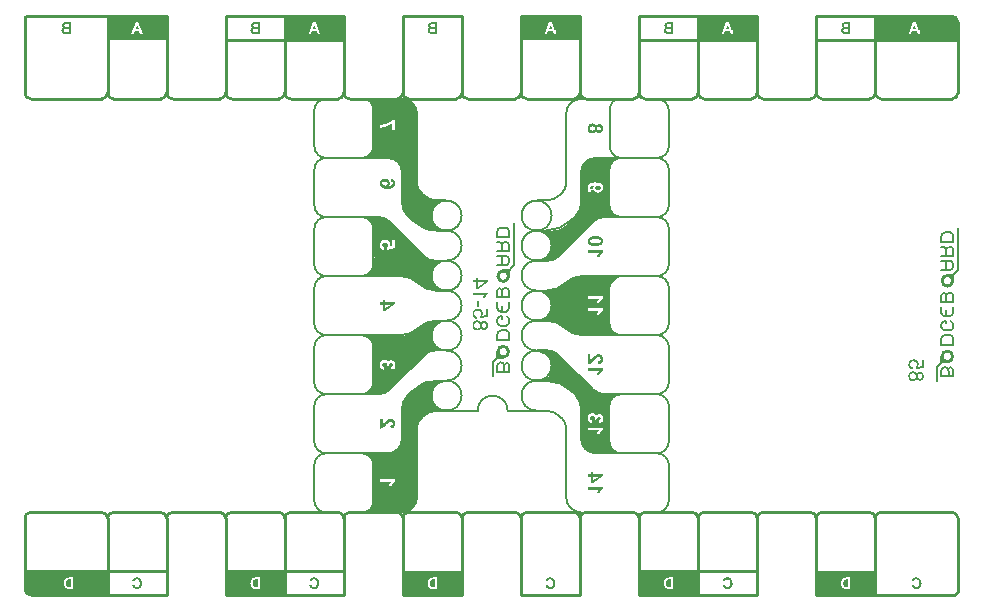
<source format=gbo>
G04*
G04 #@! TF.GenerationSoftware,Altium Limited,Altium Designer,24.6.1 (21)*
G04*
G04 Layer_Color=32896*
%FSLAX44Y44*%
%MOMM*%
G71*
G04*
G04 #@! TF.SameCoordinates,9B16286B-4A24-460F-9477-999D6B2B2959*
G04*
G04*
G04 #@! TF.FilePolarity,Positive*
G04*
G01*
G75*
%ADD10C,0.2000*%
%ADD11C,0.2000*%
%ADD13C,0.2500*%
%ADD22R,0.4750X0.2500*%
%ADD23R,0.3000X0.2500*%
%ADD24R,0.6250X0.2500*%
%ADD25R,0.4000X1.5750*%
%ADD26R,0.3750X0.5500*%
G36*
X554021Y-19803D02*
X550431D01*
X550122Y-19794D01*
X549606D01*
X549391Y-19785D01*
X549203D01*
X549035Y-19775D01*
X548894D01*
X548772Y-19766D01*
X548669D01*
X548585Y-19757D01*
X548519D01*
X548472Y-19747D01*
X548416D01*
X548135Y-19700D01*
X547891Y-19635D01*
X547666Y-19560D01*
X547479Y-19485D01*
X547404Y-19447D01*
X547329Y-19410D01*
X547263Y-19372D01*
X547216Y-19344D01*
X547179Y-19325D01*
X547151Y-19307D01*
X547132Y-19288D01*
X547123D01*
X546935Y-19138D01*
X546767Y-18979D01*
X546626Y-18819D01*
X546504Y-18660D01*
X546410Y-18519D01*
X546373Y-18454D01*
X546345Y-18407D01*
X546317Y-18360D01*
X546298Y-18332D01*
X546288Y-18313D01*
Y-18304D01*
X546185Y-18069D01*
X546110Y-17835D01*
X546054Y-17620D01*
X546017Y-17432D01*
X545998Y-17263D01*
X545989Y-17198D01*
X545979Y-17142D01*
Y-17095D01*
Y-17057D01*
Y-17039D01*
Y-17029D01*
X545989Y-16879D01*
X545998Y-16729D01*
X546054Y-16448D01*
X546129Y-16204D01*
X546176Y-16092D01*
X546213Y-15998D01*
X546260Y-15904D01*
X546307Y-15820D01*
X546345Y-15754D01*
X546382Y-15698D01*
X546410Y-15651D01*
X546438Y-15614D01*
X546448Y-15595D01*
X546457Y-15586D01*
X546551Y-15473D01*
X546645Y-15370D01*
X546860Y-15183D01*
X547085Y-15033D01*
X547301Y-14911D01*
X547498Y-14817D01*
X547582Y-14780D01*
X547657Y-14752D01*
X547713Y-14733D01*
X547760Y-14714D01*
X547788Y-14705D01*
X547798D01*
X547582Y-14583D01*
X547385Y-14452D01*
X547216Y-14311D01*
X547076Y-14180D01*
X546963Y-14058D01*
X546879Y-13955D01*
X546851Y-13917D01*
X546832Y-13889D01*
X546813Y-13871D01*
Y-13861D01*
X546692Y-13646D01*
X546598Y-13430D01*
X546532Y-13224D01*
X546495Y-13027D01*
X546467Y-12868D01*
X546457Y-12793D01*
Y-12737D01*
X546448Y-12690D01*
Y-12652D01*
Y-12633D01*
Y-12624D01*
X546457Y-12399D01*
X546495Y-12184D01*
X546542Y-11996D01*
X546598Y-11827D01*
X546654Y-11687D01*
X546682Y-11631D01*
X546701Y-11584D01*
X546720Y-11546D01*
X546738Y-11518D01*
X546748Y-11509D01*
Y-11499D01*
X546860Y-11321D01*
X546982Y-11162D01*
X547113Y-11021D01*
X547226Y-10909D01*
X547329Y-10815D01*
X547413Y-10749D01*
X547469Y-10703D01*
X547479Y-10693D01*
X547488D01*
X547657Y-10590D01*
X547835Y-10506D01*
X547994Y-10440D01*
X548154Y-10384D01*
X548294Y-10346D01*
X548397Y-10318D01*
X548435Y-10309D01*
X548463Y-10300D01*
X548491D01*
X548604Y-10281D01*
X548725Y-10262D01*
X548988Y-10243D01*
X549269Y-10225D01*
X549550Y-10206D01*
X549794D01*
X549906Y-10196D01*
X554021D01*
Y-19803D01*
D02*
G37*
G36*
X354021D02*
X350431D01*
X350122Y-19794D01*
X349606D01*
X349391Y-19785D01*
X349203D01*
X349035Y-19775D01*
X348894D01*
X348772Y-19766D01*
X348669D01*
X348585Y-19757D01*
X348519D01*
X348472Y-19747D01*
X348416D01*
X348135Y-19700D01*
X347891Y-19635D01*
X347666Y-19560D01*
X347479Y-19485D01*
X347404Y-19447D01*
X347329Y-19410D01*
X347263Y-19372D01*
X347216Y-19344D01*
X347179Y-19325D01*
X347151Y-19307D01*
X347132Y-19288D01*
X347123D01*
X346935Y-19138D01*
X346767Y-18979D01*
X346626Y-18819D01*
X346504Y-18660D01*
X346410Y-18519D01*
X346373Y-18454D01*
X346345Y-18407D01*
X346317Y-18360D01*
X346298Y-18332D01*
X346288Y-18313D01*
Y-18304D01*
X346185Y-18069D01*
X346110Y-17835D01*
X346054Y-17620D01*
X346017Y-17432D01*
X345998Y-17263D01*
X345989Y-17198D01*
X345979Y-17142D01*
Y-17095D01*
Y-17057D01*
Y-17039D01*
Y-17029D01*
X345989Y-16879D01*
X345998Y-16729D01*
X346054Y-16448D01*
X346129Y-16204D01*
X346176Y-16092D01*
X346213Y-15998D01*
X346260Y-15904D01*
X346307Y-15820D01*
X346345Y-15754D01*
X346382Y-15698D01*
X346410Y-15651D01*
X346438Y-15614D01*
X346448Y-15595D01*
X346457Y-15586D01*
X346551Y-15473D01*
X346645Y-15370D01*
X346860Y-15183D01*
X347085Y-15033D01*
X347301Y-14911D01*
X347497Y-14817D01*
X347582Y-14780D01*
X347657Y-14752D01*
X347713Y-14733D01*
X347760Y-14714D01*
X347788Y-14705D01*
X347798D01*
X347582Y-14583D01*
X347385Y-14452D01*
X347216Y-14311D01*
X347076Y-14180D01*
X346963Y-14058D01*
X346879Y-13955D01*
X346851Y-13917D01*
X346832Y-13889D01*
X346813Y-13871D01*
Y-13861D01*
X346692Y-13646D01*
X346598Y-13430D01*
X346532Y-13224D01*
X346495Y-13027D01*
X346466Y-12868D01*
X346457Y-12793D01*
Y-12737D01*
X346448Y-12690D01*
Y-12652D01*
Y-12633D01*
Y-12624D01*
X346457Y-12399D01*
X346495Y-12184D01*
X346541Y-11996D01*
X346598Y-11827D01*
X346654Y-11687D01*
X346682Y-11631D01*
X346701Y-11584D01*
X346720Y-11546D01*
X346738Y-11518D01*
X346748Y-11509D01*
Y-11499D01*
X346860Y-11321D01*
X346982Y-11162D01*
X347113Y-11021D01*
X347226Y-10909D01*
X347329Y-10815D01*
X347413Y-10749D01*
X347469Y-10703D01*
X347479Y-10693D01*
X347488D01*
X347657Y-10590D01*
X347835Y-10506D01*
X347994Y-10440D01*
X348154Y-10384D01*
X348294Y-10346D01*
X348397Y-10318D01*
X348435Y-10309D01*
X348463Y-10300D01*
X348491D01*
X348604Y-10281D01*
X348725Y-10262D01*
X348988Y-10243D01*
X349269Y-10225D01*
X349550Y-10206D01*
X349794D01*
X349906Y-10196D01*
X354021D01*
Y-19803D01*
D02*
G37*
G36*
X204021D02*
X200431D01*
X200122Y-19794D01*
X199606D01*
X199391Y-19785D01*
X199203D01*
X199035Y-19775D01*
X198894D01*
X198772Y-19766D01*
X198669D01*
X198585Y-19757D01*
X198519D01*
X198472Y-19747D01*
X198416D01*
X198135Y-19700D01*
X197891Y-19635D01*
X197666Y-19560D01*
X197479Y-19485D01*
X197404Y-19447D01*
X197329Y-19410D01*
X197263Y-19372D01*
X197216Y-19344D01*
X197179Y-19325D01*
X197151Y-19307D01*
X197132Y-19288D01*
X197123D01*
X196935Y-19138D01*
X196766Y-18979D01*
X196626Y-18819D01*
X196504Y-18660D01*
X196410Y-18519D01*
X196373Y-18454D01*
X196345Y-18407D01*
X196317Y-18360D01*
X196298Y-18332D01*
X196289Y-18313D01*
Y-18304D01*
X196185Y-18069D01*
X196110Y-17835D01*
X196054Y-17620D01*
X196017Y-17432D01*
X195998Y-17263D01*
X195989Y-17198D01*
X195979Y-17142D01*
Y-17095D01*
Y-17057D01*
Y-17039D01*
Y-17029D01*
X195989Y-16879D01*
X195998Y-16729D01*
X196054Y-16448D01*
X196129Y-16204D01*
X196176Y-16092D01*
X196213Y-15998D01*
X196260Y-15904D01*
X196307Y-15820D01*
X196345Y-15754D01*
X196382Y-15698D01*
X196410Y-15651D01*
X196438Y-15614D01*
X196448Y-15595D01*
X196457Y-15586D01*
X196551Y-15473D01*
X196645Y-15370D01*
X196860Y-15183D01*
X197085Y-15033D01*
X197301Y-14911D01*
X197498Y-14817D01*
X197582Y-14780D01*
X197657Y-14752D01*
X197713Y-14733D01*
X197760Y-14714D01*
X197788Y-14705D01*
X197797D01*
X197582Y-14583D01*
X197385Y-14452D01*
X197216Y-14311D01*
X197076Y-14180D01*
X196963Y-14058D01*
X196879Y-13955D01*
X196851Y-13917D01*
X196832Y-13889D01*
X196813Y-13871D01*
Y-13861D01*
X196691Y-13646D01*
X196598Y-13430D01*
X196532Y-13224D01*
X196495Y-13027D01*
X196467Y-12868D01*
X196457Y-12793D01*
Y-12737D01*
X196448Y-12690D01*
Y-12652D01*
Y-12633D01*
Y-12624D01*
X196457Y-12399D01*
X196495Y-12184D01*
X196542Y-11996D01*
X196598Y-11827D01*
X196654Y-11687D01*
X196682Y-11631D01*
X196701Y-11584D01*
X196720Y-11546D01*
X196738Y-11518D01*
X196748Y-11509D01*
Y-11499D01*
X196860Y-11321D01*
X196982Y-11162D01*
X197113Y-11021D01*
X197226Y-10909D01*
X197329Y-10815D01*
X197413Y-10749D01*
X197469Y-10703D01*
X197479Y-10693D01*
X197488D01*
X197657Y-10590D01*
X197835Y-10506D01*
X197994Y-10440D01*
X198154Y-10384D01*
X198294Y-10346D01*
X198397Y-10318D01*
X198435Y-10309D01*
X198463Y-10300D01*
X198491D01*
X198603Y-10281D01*
X198725Y-10262D01*
X198988Y-10243D01*
X199269Y-10225D01*
X199550Y-10206D01*
X199794D01*
X199906Y-10196D01*
X204021D01*
Y-19803D01*
D02*
G37*
G36*
X44021D02*
X40431D01*
X40122Y-19794D01*
X39606D01*
X39391Y-19785D01*
X39203D01*
X39035Y-19775D01*
X38894D01*
X38772Y-19766D01*
X38669D01*
X38585Y-19757D01*
X38519D01*
X38472Y-19747D01*
X38416D01*
X38135Y-19700D01*
X37891Y-19635D01*
X37666Y-19560D01*
X37479Y-19485D01*
X37404Y-19447D01*
X37329Y-19410D01*
X37263Y-19372D01*
X37216Y-19344D01*
X37179Y-19325D01*
X37151Y-19307D01*
X37132Y-19288D01*
X37123D01*
X36935Y-19138D01*
X36767Y-18979D01*
X36626Y-18819D01*
X36504Y-18660D01*
X36410Y-18519D01*
X36373Y-18454D01*
X36345Y-18407D01*
X36317Y-18360D01*
X36298Y-18332D01*
X36288Y-18313D01*
Y-18304D01*
X36185Y-18069D01*
X36110Y-17835D01*
X36054Y-17620D01*
X36017Y-17432D01*
X35998Y-17263D01*
X35989Y-17198D01*
X35979Y-17142D01*
Y-17095D01*
Y-17057D01*
Y-17039D01*
Y-17029D01*
X35989Y-16879D01*
X35998Y-16729D01*
X36054Y-16448D01*
X36129Y-16204D01*
X36176Y-16092D01*
X36214Y-15998D01*
X36260Y-15904D01*
X36307Y-15820D01*
X36345Y-15754D01*
X36382Y-15698D01*
X36410Y-15651D01*
X36438Y-15614D01*
X36448Y-15595D01*
X36457Y-15586D01*
X36551Y-15473D01*
X36645Y-15370D01*
X36860Y-15183D01*
X37085Y-15033D01*
X37301Y-14911D01*
X37497Y-14817D01*
X37582Y-14780D01*
X37657Y-14752D01*
X37713Y-14733D01*
X37760Y-14714D01*
X37788Y-14705D01*
X37798D01*
X37582Y-14583D01*
X37385Y-14452D01*
X37216Y-14311D01*
X37076Y-14180D01*
X36963Y-14058D01*
X36879Y-13955D01*
X36851Y-13917D01*
X36832Y-13889D01*
X36813Y-13871D01*
Y-13861D01*
X36692Y-13646D01*
X36598Y-13430D01*
X36532Y-13224D01*
X36495Y-13027D01*
X36467Y-12868D01*
X36457Y-12793D01*
Y-12737D01*
X36448Y-12690D01*
Y-12652D01*
Y-12633D01*
Y-12624D01*
X36457Y-12399D01*
X36495Y-12184D01*
X36542Y-11996D01*
X36598Y-11827D01*
X36654Y-11687D01*
X36682Y-11631D01*
X36701Y-11584D01*
X36720Y-11546D01*
X36738Y-11518D01*
X36748Y-11509D01*
Y-11499D01*
X36860Y-11321D01*
X36982Y-11162D01*
X37113Y-11021D01*
X37226Y-10909D01*
X37329Y-10815D01*
X37413Y-10749D01*
X37469Y-10703D01*
X37479Y-10693D01*
X37488D01*
X37657Y-10590D01*
X37835Y-10506D01*
X37994Y-10440D01*
X38154Y-10384D01*
X38294Y-10346D01*
X38397Y-10318D01*
X38435Y-10309D01*
X38463Y-10300D01*
X38491D01*
X38603Y-10281D01*
X38725Y-10262D01*
X38988Y-10243D01*
X39269Y-10225D01*
X39550Y-10206D01*
X39794D01*
X39906Y-10196D01*
X44021D01*
Y-19803D01*
D02*
G37*
G36*
X791000Y-25000D02*
X725000D01*
Y-5000D01*
X791000D01*
Y-25000D01*
D02*
G37*
G36*
X625000D02*
X575000D01*
Y-5000D01*
X625000D01*
Y-25000D01*
D02*
G37*
G36*
X475000D02*
X425000D01*
Y-5000D01*
X475000D01*
Y-25000D01*
D02*
G37*
G36*
X275000Y-5000D02*
Y-25000D01*
X225000D01*
Y-5000D01*
X275000D01*
D02*
G37*
G36*
X125000D02*
Y-25000D01*
X75000D01*
Y-5000D01*
X125000D01*
D02*
G37*
G36*
X328004Y-75488D02*
X330316Y-76445D01*
X332396Y-77835D01*
X334165Y-79604D01*
X335555Y-81684D01*
X336512Y-83996D01*
X337000Y-86449D01*
Y-87700D01*
Y-124200D01*
Y-145308D01*
X337066Y-146655D01*
X337592Y-149297D01*
X338623Y-151786D01*
X340119Y-154026D01*
X341025Y-155025D01*
X341025Y-155025D01*
X342509Y-156369D01*
X345834Y-158591D01*
X349528Y-160122D01*
X353450Y-160902D01*
X355450Y-161000D01*
X357879D01*
X351914Y-166966D01*
X351258Y-167689D01*
X350175Y-169310D01*
X349428Y-171112D01*
X349048Y-173025D01*
X349000Y-174000D01*
X349000D01*
X349000Y-174000D01*
Y-174000D01*
X349119Y-174000D01*
X349352Y-174046D01*
X349572Y-174137D01*
X349769Y-174269D01*
X349853Y-174354D01*
X349853Y-174353D01*
X351914Y-183000D01*
X362000Y-186500D01*
X350278D01*
X348429Y-186500D01*
X344801Y-185778D01*
X341384Y-184363D01*
X338308Y-182308D01*
X337000Y-181000D01*
Y-181000D01*
X326293Y-170293D01*
X325748Y-169748D01*
X324891Y-168465D01*
X324301Y-167041D01*
X324000Y-165528D01*
Y-164757D01*
Y-164757D01*
X324000Y-135016D01*
X323688Y-133446D01*
X322795Y-131290D01*
X321499Y-129351D01*
X319849Y-127701D01*
X317910Y-126405D01*
X315755Y-125513D01*
X313466Y-125057D01*
X312300Y-125000D01*
X290000Y-125000D01*
X290980Y-124952D01*
X292903Y-124569D01*
X294714Y-123819D01*
X296344Y-122730D01*
X297730Y-121344D01*
X298819Y-119714D01*
X299569Y-117903D01*
X299952Y-115980D01*
X300000Y-115000D01*
X300000Y-108000D01*
X300436D01*
Y-92000D01*
X300000D01*
Y-82850D01*
X300000Y-82850D01*
X299962Y-82081D01*
X299662Y-80571D01*
X299073Y-79150D01*
X298218Y-77870D01*
X297130Y-76782D01*
X295851Y-75927D01*
X294429Y-75338D01*
X292920Y-75038D01*
X292150Y-75000D01*
X324300Y-75000D01*
X325551D01*
X328004Y-75488D01*
D02*
G37*
G36*
X507159Y-125033D02*
X505846Y-125294D01*
X504609Y-125806D01*
X503497Y-126550D01*
X503000Y-127000D01*
X502325Y-127745D01*
X501209Y-129414D01*
X500441Y-131269D01*
X500049Y-133239D01*
X500000Y-134243D01*
Y-138000D01*
X499564Y-138018D01*
Y-162412D01*
X499588D01*
X499668Y-162404D01*
X499817Y-162343D01*
X499930Y-162229D01*
X499992Y-162080D01*
X500000Y-162000D01*
Y-165000D01*
X500048Y-165980D01*
X500430Y-167903D01*
X501181Y-169714D01*
X502270Y-171344D01*
X503656Y-172730D01*
X505286Y-173819D01*
X507097Y-174569D01*
X509020Y-174952D01*
X510000Y-175000D01*
X495857D01*
X495857Y-175000D01*
X494518Y-175066D01*
X491892Y-175588D01*
X489419Y-176613D01*
X487193Y-178100D01*
X486200Y-179000D01*
X456733Y-208467D01*
X456733D01*
X455917Y-209283D01*
X453997Y-210566D01*
X451864Y-211450D01*
X449599Y-211900D01*
X448445Y-211900D01*
X439093Y-211900D01*
X447835Y-207649D01*
X451216Y-200389D01*
X448445Y-189967D01*
X438236Y-186536D01*
Y-186500D01*
X450722D01*
X450722Y-186500D01*
X452562Y-186410D01*
X456173Y-185692D01*
X459574Y-184283D01*
X462635Y-182238D01*
X464000Y-181000D01*
X464047Y-180998D01*
X464140Y-180979D01*
X464228Y-180943D01*
X464306Y-180891D01*
X464341Y-180859D01*
X471200Y-174000D01*
X471200D01*
X472280Y-172808D01*
X474065Y-170137D01*
X475294Y-167169D01*
X475921Y-164018D01*
X476000Y-162412D01*
X476436D01*
Y-138982D01*
X476000Y-139000D01*
Y-136243D01*
Y-135234D01*
X476394Y-133255D01*
X477166Y-131391D01*
X478287Y-129713D01*
X479000Y-129000D01*
X479535Y-128465D01*
X480359Y-127641D01*
X482296Y-126346D01*
X484449Y-125455D01*
X486735Y-125000D01*
X507828D01*
X507159Y-125033D01*
D02*
G37*
G36*
X503207Y-229843D02*
X502261Y-230887D01*
X500696Y-233228D01*
X499618Y-235830D01*
X499069Y-238592D01*
X499025Y-239500D01*
X499564D01*
Y-259000D01*
X500000D01*
X499955Y-259050D01*
X499881Y-259161D01*
X499829Y-259285D01*
X499803Y-259416D01*
X499800Y-259483D01*
Y-259483D01*
Y-265000D01*
X503207Y-272007D01*
X509768Y-274968D01*
Y-275000D01*
X476685Y-275000D01*
X474668Y-275000D01*
X470710Y-274213D01*
X466982Y-272668D01*
X463627Y-270427D01*
X462200Y-269000D01*
X462200Y-269000D01*
X461165Y-267965D01*
X459873Y-266794D01*
X456976Y-264858D01*
X453758Y-263525D01*
X450342Y-262846D01*
X448600Y-262760D01*
X448600Y-262760D01*
X448540Y-262700D01*
X438200D01*
X448600Y-259000D01*
X450900Y-250000D01*
X446990Y-240000D01*
X438200Y-237300D01*
X446990Y-237300D01*
X449099Y-237197D01*
X453234Y-236374D01*
X457130Y-234760D01*
X460636Y-232418D01*
X462200Y-231000D01*
X462200Y-231000D01*
X463627Y-229573D01*
X466982Y-227332D01*
X470710Y-225787D01*
X474668Y-225000D01*
X476685D01*
X476685Y-225000D01*
X508050D01*
X503207Y-229843D01*
D02*
G37*
G36*
X304343Y-175000D02*
X305688Y-175000D01*
X308327Y-175525D01*
X310812Y-176554D01*
X313049Y-178049D01*
X314000Y-179000D01*
X314000Y-179000D01*
X323000Y-188000D01*
X323564D01*
Y-188564D01*
X343467Y-208467D01*
X344344Y-209262D01*
X346310Y-210576D01*
X348495Y-211481D01*
X350814Y-211942D01*
X351997Y-212000D01*
X360410D01*
X359291Y-212055D01*
X357098Y-212491D01*
X355031Y-213347D01*
X353172Y-214590D01*
X351590Y-216171D01*
X350347Y-218031D01*
X349491Y-220098D01*
X349055Y-222291D01*
X349000Y-223410D01*
Y-225000D01*
X349059Y-226206D01*
X349530Y-228570D01*
X350452Y-230798D01*
X351792Y-232803D01*
X353497Y-234508D01*
X355502Y-235848D01*
X357729Y-236770D01*
X360094Y-237241D01*
X361300Y-237300D01*
X351091D01*
X346936Y-236473D01*
X343021Y-234852D01*
X339498Y-232498D01*
X338000Y-231000D01*
X336386Y-229538D01*
X332769Y-227120D01*
X328750Y-225456D01*
X324483Y-224607D01*
X324483Y-224607D01*
Y-224607D01*
X290032Y-225000D01*
X290971Y-224954D01*
X292813Y-224587D01*
X294548Y-223869D01*
X296109Y-222825D01*
X296806Y-222194D01*
X299000Y-220000D01*
X299225Y-219752D01*
X299597Y-219195D01*
X299853Y-218577D01*
X299984Y-217920D01*
X300000Y-217586D01*
Y-210000D01*
X300238Y-209762D01*
X300797Y-209389D01*
X301418Y-209131D01*
X302078Y-209000D01*
X322000D01*
Y-209000D01*
X300436D01*
Y-189000D01*
X300000D01*
Y-181000D01*
X296707Y-177707D01*
X296539Y-177539D01*
X296275Y-177143D01*
X296093Y-176704D01*
X296000Y-176238D01*
Y-176000D01*
Y-176000D01*
X290000Y-175000D01*
X304343Y-175000D01*
D02*
G37*
G36*
X310287Y-246982D02*
X318435D01*
Y-249056D01*
X310269Y-254611D01*
X308139D01*
Y-249352D01*
X305565D01*
Y-246982D01*
X308139D01*
Y-245389D01*
X310287D01*
Y-246982D01*
D02*
G37*
G36*
X360094Y-262759D02*
X357729Y-263230D01*
X355502Y-264152D01*
X353497Y-265492D01*
X351792Y-267197D01*
X350452Y-269202D01*
X349530Y-271430D01*
X349059Y-273794D01*
X349000Y-275000D01*
Y-276590D01*
X349055Y-277709D01*
X349491Y-279902D01*
X350347Y-281969D01*
X351590Y-283829D01*
X353171Y-285410D01*
X355031Y-286653D01*
X357098Y-287509D01*
X359291Y-287945D01*
X360410Y-288000D01*
X351997D01*
X351997Y-288000D01*
X350814Y-288058D01*
X348495Y-288519D01*
X346310Y-289424D01*
X344344Y-290738D01*
X343467Y-291533D01*
X323564Y-311436D01*
Y-312625D01*
X322375D01*
X314000Y-321000D01*
X314000Y-321000D01*
X313049Y-321951D01*
X310812Y-323446D01*
X308327Y-324475D01*
X305688Y-325000D01*
X304343Y-325000D01*
X290000Y-325000D01*
X296000Y-324000D01*
Y-323762D01*
X296093Y-323296D01*
X296275Y-322856D01*
X296539Y-322461D01*
X296707Y-322293D01*
X300000Y-319000D01*
Y-311000D01*
X300436D01*
Y-289253D01*
X300000Y-289259D01*
Y-281335D01*
X294000Y-275000D01*
X300000D01*
Y-274500D01*
X311800D01*
X315150Y-275500D01*
X322308Y-275500D01*
X322308Y-275500D01*
X324483Y-275393D01*
X328750Y-274544D01*
X332769Y-272880D01*
X336386Y-270463D01*
X338000Y-269000D01*
X339498Y-267502D01*
X343021Y-265148D01*
X346936Y-263527D01*
X351091Y-262700D01*
X361300D01*
X360094Y-262759D01*
D02*
G37*
G36*
X451764Y-288650D02*
X453897Y-289534D01*
X455817Y-290817D01*
X456633Y-291633D01*
X456633Y-291633D01*
X486100Y-321100D01*
X487093Y-322000D01*
X489319Y-323487D01*
X491792Y-324512D01*
X494418Y-325034D01*
X495757Y-325100D01*
X509900D01*
X508920Y-325148D01*
X506997Y-325531D01*
X505186Y-326281D01*
X503556Y-327370D01*
X502170Y-328756D01*
X501081Y-330386D01*
X500331Y-332197D01*
X499948Y-334120D01*
X499900Y-335100D01*
Y-338100D01*
X499892Y-338020D01*
X499831Y-337871D01*
X499717Y-337757D01*
X499568Y-337696D01*
X499564Y-337696D01*
Y-362086D01*
X499900Y-362100D01*
Y-365857D01*
X499949Y-366861D01*
X500341Y-368831D01*
X501109Y-370686D01*
X502225Y-372355D01*
X502293Y-372430D01*
X503229Y-373055D01*
X504678Y-373656D01*
X506216Y-373961D01*
X507000Y-374000D01*
X509761Y-375000D01*
X506721D01*
X507059Y-375067D01*
X507728Y-375100D01*
X486635D01*
X484349Y-374645D01*
X482197Y-373754D01*
X480259Y-372459D01*
X479435Y-371635D01*
X479435D01*
X478900Y-371100D01*
X478187Y-370387D01*
X477066Y-368709D01*
X476294Y-366845D01*
X475900Y-364866D01*
Y-363857D01*
Y-361100D01*
X476436Y-361122D01*
Y-337688D01*
X475900D01*
X475821Y-336082D01*
X475194Y-332931D01*
X473965Y-329963D01*
X472180Y-327292D01*
X471100Y-326100D01*
X471100Y-326100D01*
X464241Y-319241D01*
X464206Y-319210D01*
X464128Y-319157D01*
X464040Y-319121D01*
X463947Y-319102D01*
X463900Y-319100D01*
X462535Y-317862D01*
X459474Y-315817D01*
X456073Y-314408D01*
X452462Y-313690D01*
X450622Y-313600D01*
X450622Y-313600D01*
X438136D01*
Y-313564D01*
X448345Y-310133D01*
X451116Y-299711D01*
X447735Y-292451D01*
X438993Y-288200D01*
X448345Y-288200D01*
X449499Y-288200D01*
X451764Y-288650D01*
D02*
G37*
G36*
X491129Y-291214D02*
X491407Y-291251D01*
X491666Y-291288D01*
X491907Y-291362D01*
X492333Y-291547D01*
X492703Y-291732D01*
X492870Y-291843D01*
X492999Y-291936D01*
X493129Y-292029D01*
X493222Y-292121D01*
X493296Y-292195D01*
X493370Y-292232D01*
X493388Y-292269D01*
X493407Y-292288D01*
X493592Y-292491D01*
X493759Y-292732D01*
X493888Y-292954D01*
X493999Y-293214D01*
X494184Y-293695D01*
X494314Y-294177D01*
X494351Y-294399D01*
X494388Y-294602D01*
X494407Y-294788D01*
X494425Y-294954D01*
X494444Y-295084D01*
Y-295269D01*
X494425Y-295584D01*
X494407Y-295880D01*
X494314Y-296454D01*
X494166Y-296936D01*
X494092Y-297158D01*
X493999Y-297361D01*
X493925Y-297547D01*
X493833Y-297695D01*
X493759Y-297843D01*
X493703Y-297954D01*
X493629Y-298046D01*
X493592Y-298102D01*
X493573Y-298139D01*
X493555Y-298158D01*
X493370Y-298361D01*
X493185Y-298546D01*
X492962Y-298713D01*
X492722Y-298861D01*
X492240Y-299083D01*
X491777Y-299269D01*
X491537Y-299324D01*
X491333Y-299380D01*
X491148Y-299435D01*
X490981Y-299454D01*
X490833Y-299491D01*
X490740D01*
X490666Y-299509D01*
X490648D01*
X490407Y-297065D01*
X490778Y-297028D01*
X491092Y-296954D01*
X491370Y-296880D01*
X491574Y-296787D01*
X491740Y-296713D01*
X491851Y-296639D01*
X491926Y-296584D01*
X491944Y-296565D01*
X492092Y-296380D01*
X492203Y-296176D01*
X492296Y-295973D01*
X492351Y-295769D01*
X492388Y-295602D01*
X492407Y-295454D01*
Y-295325D01*
X492388Y-295047D01*
X492333Y-294806D01*
X492259Y-294602D01*
X492185Y-294417D01*
X492111Y-294288D01*
X492037Y-294177D01*
X491981Y-294121D01*
X491963Y-294102D01*
X491777Y-293954D01*
X491574Y-293843D01*
X491370Y-293769D01*
X491166Y-293714D01*
X490981Y-293677D01*
X490815Y-293658D01*
X490722D01*
X490703D01*
X490685D01*
X490407Y-293677D01*
X490148Y-293732D01*
X489889Y-293825D01*
X489666Y-293917D01*
X489463Y-294010D01*
X489315Y-294102D01*
X489222Y-294158D01*
X489185Y-294177D01*
X489074Y-294251D01*
X488944Y-294362D01*
X488778Y-294510D01*
X488629Y-294658D01*
X488278Y-294991D01*
X487926Y-295325D01*
X487593Y-295658D01*
X487444Y-295806D01*
X487333Y-295954D01*
X487222Y-296065D01*
X487148Y-296139D01*
X487093Y-296195D01*
X487074Y-296213D01*
X486722Y-296584D01*
X486389Y-296917D01*
X486074Y-297232D01*
X485797Y-297509D01*
X485519Y-297769D01*
X485260Y-297991D01*
X485037Y-298195D01*
X484815Y-298361D01*
X484630Y-298509D01*
X484463Y-298639D01*
X484334Y-298750D01*
X484204Y-298824D01*
X484130Y-298898D01*
X484056Y-298935D01*
X484019Y-298972D01*
X484000D01*
X483574Y-299213D01*
X483130Y-299398D01*
X482723Y-299546D01*
X482352Y-299657D01*
X482019Y-299732D01*
X481889Y-299750D01*
X481778Y-299769D01*
X481686Y-299787D01*
X481612Y-299806D01*
X481575D01*
X481556D01*
Y-291195D01*
X483834D01*
Y-296084D01*
X484074Y-295936D01*
X484278Y-295769D01*
X484371Y-295695D01*
X484445Y-295639D01*
X484482Y-295602D01*
X484500Y-295584D01*
X484574Y-295510D01*
X484667Y-295436D01*
X484871Y-295214D01*
X485111Y-294973D01*
X485352Y-294732D01*
X485574Y-294491D01*
X485760Y-294288D01*
X485834Y-294214D01*
X485889Y-294158D01*
X485908Y-294121D01*
X485926Y-294102D01*
X486315Y-293695D01*
X486630Y-293362D01*
X486926Y-293084D01*
X487148Y-292862D01*
X487333Y-292695D01*
X487463Y-292584D01*
X487556Y-292510D01*
X487574Y-292491D01*
X487889Y-292251D01*
X488185Y-292047D01*
X488463Y-291880D01*
X488704Y-291751D01*
X488907Y-291640D01*
X489074Y-291566D01*
X489166Y-291529D01*
X489203Y-291510D01*
X489500Y-291399D01*
X489796Y-291325D01*
X490074Y-291269D01*
X490333Y-291232D01*
X490537Y-291214D01*
X490703Y-291195D01*
X490815D01*
X490852D01*
X491129Y-291214D01*
D02*
G37*
G36*
X494444Y-305175D02*
X494018Y-305361D01*
X493629Y-305601D01*
X493259Y-305861D01*
X492962Y-306120D01*
X492722Y-306342D01*
X492537Y-306546D01*
X492463Y-306620D01*
X492407Y-306675D01*
X492388Y-306712D01*
X492370Y-306731D01*
X492074Y-307138D01*
X491814Y-307527D01*
X491611Y-307879D01*
X491463Y-308194D01*
X491352Y-308453D01*
X491259Y-308638D01*
X491240Y-308712D01*
X491222Y-308768D01*
X491203Y-308786D01*
Y-308805D01*
X488981D01*
X489241Y-308138D01*
X489518Y-307546D01*
X489666Y-307268D01*
X489833Y-307008D01*
X489981Y-306768D01*
X490129Y-306546D01*
X490277Y-306342D01*
X490407Y-306157D01*
X490518Y-306009D01*
X490629Y-305879D01*
X490722Y-305768D01*
X490778Y-305694D01*
X490815Y-305657D01*
X490833Y-305638D01*
X481556D01*
Y-303176D01*
X494444D01*
Y-305175D01*
D02*
G37*
G36*
X351914Y-317000D02*
X349853Y-325647D01*
X349853Y-325647D01*
X349769Y-325731D01*
X349571Y-325863D01*
X349352Y-325954D01*
X349119Y-326000D01*
X349000Y-326000D01*
Y-326000D01*
X349000Y-326000D01*
X349000D01*
X349048Y-326975D01*
X349428Y-328888D01*
X350175Y-330690D01*
X351258Y-332311D01*
X351914Y-333035D01*
X357879Y-339000D01*
X355450D01*
X355450Y-339000D01*
X353450Y-339098D01*
X349528Y-339878D01*
X345834Y-341409D01*
X342508Y-343630D01*
X341025Y-344975D01*
X341025Y-344975D01*
X340119Y-345974D01*
X338623Y-348214D01*
X337592Y-350703D01*
X337066Y-353345D01*
X337000Y-354692D01*
Y-381000D01*
Y-412300D01*
Y-413551D01*
X336512Y-416004D01*
X335555Y-418316D01*
X334165Y-420396D01*
X332396Y-422165D01*
X330316Y-423555D01*
X328004Y-424512D01*
X325551Y-425000D01*
X324300D01*
X292150Y-425000D01*
X292919Y-424962D01*
X294429Y-424662D01*
X295851Y-424073D01*
X297130Y-423218D01*
X298218Y-422130D01*
X299073Y-420850D01*
X299662Y-419429D01*
X299962Y-417919D01*
X300000Y-417150D01*
X300000D01*
Y-408000D01*
X300556D01*
Y-392000D01*
X300000D01*
X300000Y-385000D01*
X299952Y-384020D01*
X299569Y-382097D01*
X298819Y-380286D01*
X297730Y-378656D01*
X296344Y-377270D01*
X294714Y-376181D01*
X292903Y-375431D01*
X290980Y-375048D01*
X290000Y-375000D01*
Y-375000D01*
X312300Y-375000D01*
X313466Y-374943D01*
X315754Y-374487D01*
X317910Y-373595D01*
X319849Y-372299D01*
X321499Y-370649D01*
X322795Y-368710D01*
X323688Y-366554D01*
X324000Y-364984D01*
X324000Y-335243D01*
Y-334472D01*
X324301Y-332959D01*
X324891Y-331535D01*
X325748Y-330252D01*
X326293Y-329707D01*
X337000Y-319000D01*
X338308Y-317692D01*
X341383Y-315637D01*
X344801Y-314222D01*
X348429Y-313500D01*
X350278Y-313500D01*
X362000Y-313500D01*
X351914Y-317000D01*
D02*
G37*
G36*
X315129Y-345713D02*
X315407Y-345750D01*
X315666Y-345787D01*
X315907Y-345862D01*
X316333Y-346047D01*
X316703Y-346232D01*
X316870Y-346343D01*
X316999Y-346436D01*
X317129Y-346528D01*
X317222Y-346621D01*
X317296Y-346695D01*
X317370Y-346732D01*
X317388Y-346769D01*
X317407Y-346787D01*
X317592Y-346991D01*
X317759Y-347232D01*
X317888Y-347454D01*
X317999Y-347713D01*
X318185Y-348195D01*
X318314Y-348676D01*
X318351Y-348898D01*
X318388Y-349102D01*
X318407Y-349287D01*
X318425Y-349454D01*
X318444Y-349583D01*
Y-349768D01*
X318425Y-350083D01*
X318407Y-350379D01*
X318314Y-350954D01*
X318166Y-351435D01*
X318092Y-351657D01*
X317999Y-351861D01*
X317925Y-352046D01*
X317833Y-352194D01*
X317759Y-352342D01*
X317703Y-352453D01*
X317629Y-352546D01*
X317592Y-352602D01*
X317574Y-352639D01*
X317555Y-352657D01*
X317370Y-352861D01*
X317185Y-353046D01*
X316963Y-353213D01*
X316722Y-353361D01*
X316240Y-353583D01*
X315777Y-353768D01*
X315537Y-353824D01*
X315333Y-353879D01*
X315148Y-353935D01*
X314981Y-353953D01*
X314833Y-353990D01*
X314741D01*
X314666Y-354009D01*
X314648D01*
X314407Y-351565D01*
X314778Y-351528D01*
X315092Y-351454D01*
X315370Y-351379D01*
X315574Y-351287D01*
X315740Y-351213D01*
X315851Y-351139D01*
X315926Y-351083D01*
X315944Y-351065D01*
X316092Y-350880D01*
X316203Y-350676D01*
X316296Y-350472D01*
X316351Y-350268D01*
X316388Y-350102D01*
X316407Y-349954D01*
Y-349824D01*
X316388Y-349546D01*
X316333Y-349306D01*
X316259Y-349102D01*
X316185Y-348917D01*
X316111Y-348787D01*
X316037Y-348676D01*
X315981Y-348620D01*
X315963Y-348602D01*
X315777Y-348454D01*
X315574Y-348343D01*
X315370Y-348269D01*
X315166Y-348213D01*
X314981Y-348176D01*
X314814Y-348158D01*
X314722D01*
X314703D01*
X314685D01*
X314407Y-348176D01*
X314148Y-348232D01*
X313889Y-348324D01*
X313666Y-348417D01*
X313463Y-348509D01*
X313315Y-348602D01*
X313222Y-348657D01*
X313185Y-348676D01*
X313074Y-348750D01*
X312944Y-348861D01*
X312778Y-349009D01*
X312630Y-349157D01*
X312278Y-349491D01*
X311926Y-349824D01*
X311593Y-350157D01*
X311444Y-350305D01*
X311333Y-350454D01*
X311222Y-350565D01*
X311148Y-350639D01*
X311093Y-350694D01*
X311074Y-350713D01*
X310722Y-351083D01*
X310389Y-351417D01*
X310074Y-351731D01*
X309797Y-352009D01*
X309519Y-352268D01*
X309260Y-352490D01*
X309037Y-352694D01*
X308815Y-352861D01*
X308630Y-353009D01*
X308463Y-353139D01*
X308334Y-353250D01*
X308204Y-353324D01*
X308130Y-353398D01*
X308056Y-353435D01*
X308019Y-353472D01*
X308000D01*
X307575Y-353713D01*
X307130Y-353898D01*
X306723Y-354046D01*
X306352Y-354157D01*
X306019Y-354231D01*
X305889Y-354249D01*
X305778Y-354268D01*
X305686Y-354286D01*
X305612Y-354305D01*
X305575D01*
X305556D01*
Y-345695D01*
X307834D01*
Y-350583D01*
X308074Y-350435D01*
X308278Y-350268D01*
X308371Y-350194D01*
X308445Y-350139D01*
X308482Y-350102D01*
X308500Y-350083D01*
X308574Y-350009D01*
X308667Y-349935D01*
X308871Y-349713D01*
X309111Y-349472D01*
X309352Y-349231D01*
X309574Y-348991D01*
X309760Y-348787D01*
X309834Y-348713D01*
X309889Y-348657D01*
X309908Y-348620D01*
X309926Y-348602D01*
X310315Y-348195D01*
X310630Y-347861D01*
X310926Y-347584D01*
X311148Y-347361D01*
X311333Y-347195D01*
X311463Y-347084D01*
X311556Y-347010D01*
X311574Y-346991D01*
X311889Y-346750D01*
X312185Y-346547D01*
X312463Y-346380D01*
X312704Y-346250D01*
X312907Y-346139D01*
X313074Y-346065D01*
X313167Y-346028D01*
X313204Y-346010D01*
X313500Y-345899D01*
X313796Y-345825D01*
X314074Y-345769D01*
X314333Y-345732D01*
X314537Y-345713D01*
X314703Y-345695D01*
X314814D01*
X314852D01*
X315129Y-345713D01*
D02*
G37*
G36*
X486278Y-392538D02*
X494425D01*
Y-394612D01*
X486259Y-400167D01*
X484130D01*
Y-394908D01*
X481556D01*
Y-392538D01*
X484130D01*
Y-390945D01*
X486278D01*
Y-392538D01*
D02*
G37*
G36*
X494444Y-405425D02*
X494018Y-405611D01*
X493629Y-405851D01*
X493259Y-406110D01*
X492962Y-406370D01*
X492722Y-406592D01*
X492537Y-406796D01*
X492463Y-406870D01*
X492407Y-406925D01*
X492388Y-406962D01*
X492370Y-406981D01*
X492074Y-407388D01*
X491814Y-407777D01*
X491611Y-408129D01*
X491463Y-408443D01*
X491352Y-408703D01*
X491259Y-408888D01*
X491240Y-408962D01*
X491222Y-409017D01*
X491203Y-409036D01*
Y-409055D01*
X488981D01*
X489241Y-408388D01*
X489518Y-407795D01*
X489666Y-407518D01*
X489833Y-407258D01*
X489981Y-407018D01*
X490129Y-406796D01*
X490277Y-406592D01*
X490407Y-406407D01*
X490518Y-406259D01*
X490629Y-406129D01*
X490722Y-406018D01*
X490778Y-405944D01*
X490815Y-405907D01*
X490833Y-405888D01*
X481556D01*
Y-403425D01*
X494444D01*
Y-405425D01*
D02*
G37*
G36*
X600056Y-480042D02*
X600416Y-480084D01*
X600735Y-480153D01*
X601054Y-480236D01*
X601331Y-480333D01*
X601609Y-480444D01*
X601844Y-480569D01*
X602066Y-480694D01*
X602274Y-480819D01*
X602441Y-480943D01*
X602593Y-481054D01*
X602718Y-481152D01*
X602815Y-481235D01*
X602885Y-481304D01*
X602926Y-481346D01*
X602940Y-481359D01*
X603162Y-481623D01*
X603342Y-481900D01*
X603509Y-482192D01*
X603647Y-482497D01*
X603772Y-482816D01*
X603869Y-483121D01*
X603952Y-483426D01*
X604022Y-483717D01*
X604077Y-484008D01*
X604105Y-484258D01*
X604133Y-484494D01*
X604160Y-484688D01*
Y-484854D01*
X604174Y-484979D01*
Y-485062D01*
Y-485076D01*
Y-485090D01*
X604160Y-485506D01*
X604119Y-485895D01*
X604063Y-486269D01*
X603980Y-486602D01*
X603897Y-486921D01*
X603786Y-487226D01*
X603675Y-487489D01*
X603564Y-487725D01*
X603453Y-487947D01*
X603342Y-488141D01*
X603231Y-488294D01*
X603148Y-488432D01*
X603065Y-488530D01*
X603009Y-488613D01*
X602968Y-488654D01*
X602954Y-488668D01*
X602718Y-488904D01*
X602469Y-489098D01*
X602205Y-489278D01*
X601942Y-489417D01*
X601678Y-489542D01*
X601415Y-489653D01*
X601165Y-489736D01*
X600929Y-489805D01*
X600693Y-489861D01*
X600485Y-489902D01*
X600291Y-489930D01*
X600139Y-489944D01*
X600000Y-489958D01*
X599903Y-489972D01*
X599820D01*
X599529Y-489958D01*
X599265Y-489944D01*
X599002Y-489902D01*
X598766Y-489847D01*
X598544Y-489791D01*
X598336Y-489736D01*
X598142Y-489667D01*
X597961Y-489584D01*
X597809Y-489514D01*
X597670Y-489445D01*
X597545Y-489389D01*
X597448Y-489334D01*
X597365Y-489278D01*
X597309Y-489237D01*
X597282Y-489223D01*
X597268Y-489209D01*
X597088Y-489057D01*
X596921Y-488890D01*
X596616Y-488516D01*
X596367Y-488127D01*
X596172Y-487753D01*
X596089Y-487573D01*
X596020Y-487406D01*
X595964Y-487254D01*
X595909Y-487129D01*
X595867Y-487018D01*
X595840Y-486935D01*
X595826Y-486879D01*
Y-486865D01*
X597712Y-486283D01*
X597823Y-486657D01*
X597948Y-486976D01*
X598072Y-487240D01*
X598211Y-487462D01*
X598322Y-487628D01*
X598419Y-487739D01*
X598488Y-487808D01*
X598516Y-487836D01*
X598738Y-488003D01*
X598960Y-488113D01*
X599182Y-488197D01*
X599376Y-488266D01*
X599556Y-488294D01*
X599709Y-488308D01*
X599764Y-488321D01*
X599834D01*
X600028Y-488308D01*
X600208Y-488294D01*
X600541Y-488197D01*
X600832Y-488086D01*
X601068Y-487933D01*
X601262Y-487794D01*
X601401Y-487683D01*
X601456Y-487628D01*
X601498Y-487586D01*
X601512Y-487573D01*
X601525Y-487559D01*
X601637Y-487406D01*
X601734Y-487226D01*
X601831Y-487032D01*
X601900Y-486824D01*
X602011Y-486394D01*
X602094Y-485964D01*
X602122Y-485756D01*
X602136Y-485575D01*
X602164Y-485395D01*
Y-485243D01*
X602177Y-485132D01*
Y-485035D01*
Y-484965D01*
Y-484951D01*
X602164Y-484632D01*
X602150Y-484341D01*
X602122Y-484078D01*
X602080Y-483828D01*
X602025Y-483606D01*
X601969Y-483398D01*
X601914Y-483218D01*
X601844Y-483051D01*
X601789Y-482913D01*
X601734Y-482788D01*
X601678Y-482691D01*
X601623Y-482608D01*
X601581Y-482538D01*
X601553Y-482497D01*
X601525Y-482469D01*
Y-482455D01*
X601401Y-482316D01*
X601262Y-482192D01*
X601123Y-482094D01*
X600971Y-482011D01*
X600680Y-481873D01*
X600402Y-481776D01*
X600166Y-481720D01*
X600056Y-481706D01*
X599972Y-481692D01*
X599889Y-481679D01*
X599792D01*
X599515Y-481692D01*
X599265Y-481748D01*
X599043Y-481817D01*
X598849Y-481900D01*
X598696Y-481984D01*
X598585Y-482053D01*
X598516Y-482108D01*
X598488Y-482122D01*
X598308Y-482289D01*
X598142Y-482483D01*
X598017Y-482677D01*
X597920Y-482871D01*
X597850Y-483038D01*
X597809Y-483162D01*
X597781Y-483218D01*
Y-483260D01*
X597767Y-483273D01*
Y-483287D01*
X595853Y-482830D01*
X595992Y-482427D01*
X596145Y-482081D01*
X596311Y-481776D01*
X596464Y-481526D01*
X596616Y-481332D01*
X596672Y-481249D01*
X596727Y-481179D01*
X596769Y-481138D01*
X596810Y-481096D01*
X596824Y-481068D01*
X596838D01*
X597046Y-480888D01*
X597282Y-480722D01*
X597504Y-480583D01*
X597739Y-480472D01*
X597989Y-480361D01*
X598225Y-480278D01*
X598461Y-480208D01*
X598683Y-480153D01*
X598890Y-480111D01*
X599085Y-480084D01*
X599251Y-480056D01*
X599404Y-480042D01*
X599529Y-480028D01*
X599695D01*
X600056Y-480042D01*
D02*
G37*
G36*
X250055D02*
X250416Y-480084D01*
X250735Y-480153D01*
X251054Y-480236D01*
X251331Y-480333D01*
X251609Y-480444D01*
X251845Y-480569D01*
X252066Y-480694D01*
X252274Y-480819D01*
X252441Y-480943D01*
X252593Y-481054D01*
X252718Y-481152D01*
X252815Y-481235D01*
X252885Y-481304D01*
X252926Y-481346D01*
X252940Y-481359D01*
X253162Y-481623D01*
X253342Y-481900D01*
X253509Y-482192D01*
X253647Y-482497D01*
X253772Y-482816D01*
X253869Y-483121D01*
X253953Y-483426D01*
X254022Y-483717D01*
X254077Y-484008D01*
X254105Y-484258D01*
X254133Y-484494D01*
X254160Y-484688D01*
Y-484854D01*
X254174Y-484979D01*
Y-485062D01*
Y-485076D01*
Y-485090D01*
X254160Y-485506D01*
X254119Y-485895D01*
X254063Y-486269D01*
X253980Y-486602D01*
X253897Y-486921D01*
X253786Y-487226D01*
X253675Y-487489D01*
X253564Y-487725D01*
X253453Y-487947D01*
X253342Y-488141D01*
X253231Y-488294D01*
X253148Y-488432D01*
X253065Y-488530D01*
X253009Y-488613D01*
X252968Y-488654D01*
X252954Y-488668D01*
X252718Y-488904D01*
X252468Y-489098D01*
X252205Y-489278D01*
X251942Y-489417D01*
X251678Y-489542D01*
X251415Y-489653D01*
X251165Y-489736D01*
X250929Y-489805D01*
X250693Y-489861D01*
X250485Y-489902D01*
X250291Y-489930D01*
X250139Y-489944D01*
X250000Y-489958D01*
X249903Y-489972D01*
X249820D01*
X249528Y-489958D01*
X249265Y-489944D01*
X249001Y-489902D01*
X248766Y-489847D01*
X248544Y-489791D01*
X248336Y-489736D01*
X248142Y-489667D01*
X247961Y-489584D01*
X247809Y-489514D01*
X247670Y-489445D01*
X247545Y-489389D01*
X247448Y-489334D01*
X247365Y-489278D01*
X247309Y-489237D01*
X247282Y-489223D01*
X247268Y-489209D01*
X247088Y-489057D01*
X246921Y-488890D01*
X246616Y-488516D01*
X246366Y-488127D01*
X246172Y-487753D01*
X246089Y-487573D01*
X246020Y-487406D01*
X245964Y-487254D01*
X245909Y-487129D01*
X245867Y-487018D01*
X245839Y-486935D01*
X245826Y-486879D01*
Y-486865D01*
X247712Y-486283D01*
X247823Y-486657D01*
X247947Y-486976D01*
X248072Y-487240D01*
X248211Y-487462D01*
X248322Y-487628D01*
X248419Y-487739D01*
X248488Y-487808D01*
X248516Y-487836D01*
X248738Y-488003D01*
X248960Y-488113D01*
X249182Y-488197D01*
X249376Y-488266D01*
X249556Y-488294D01*
X249709Y-488308D01*
X249764Y-488321D01*
X249834D01*
X250028Y-488308D01*
X250208Y-488294D01*
X250541Y-488197D01*
X250832Y-488086D01*
X251068Y-487933D01*
X251262Y-487794D01*
X251401Y-487683D01*
X251456Y-487628D01*
X251498Y-487586D01*
X251512Y-487573D01*
X251525Y-487559D01*
X251636Y-487406D01*
X251733Y-487226D01*
X251831Y-487032D01*
X251900Y-486824D01*
X252011Y-486394D01*
X252094Y-485964D01*
X252122Y-485756D01*
X252136Y-485575D01*
X252163Y-485395D01*
Y-485243D01*
X252177Y-485132D01*
Y-485035D01*
Y-484965D01*
Y-484951D01*
X252163Y-484632D01*
X252150Y-484341D01*
X252122Y-484078D01*
X252080Y-483828D01*
X252025Y-483606D01*
X251969Y-483398D01*
X251914Y-483218D01*
X251845Y-483051D01*
X251789Y-482913D01*
X251733Y-482788D01*
X251678Y-482691D01*
X251623Y-482608D01*
X251581Y-482538D01*
X251553Y-482497D01*
X251525Y-482469D01*
Y-482455D01*
X251401Y-482316D01*
X251262Y-482192D01*
X251123Y-482094D01*
X250971Y-482011D01*
X250679Y-481873D01*
X250402Y-481776D01*
X250166Y-481720D01*
X250055Y-481706D01*
X249972Y-481692D01*
X249889Y-481679D01*
X249792D01*
X249515Y-481692D01*
X249265Y-481748D01*
X249043Y-481817D01*
X248849Y-481900D01*
X248696Y-481984D01*
X248585Y-482053D01*
X248516Y-482108D01*
X248488Y-482122D01*
X248308Y-482289D01*
X248142Y-482483D01*
X248017Y-482677D01*
X247920Y-482871D01*
X247850Y-483038D01*
X247809Y-483162D01*
X247781Y-483218D01*
Y-483260D01*
X247767Y-483273D01*
Y-483287D01*
X245853Y-482830D01*
X245992Y-482427D01*
X246145Y-482081D01*
X246311Y-481776D01*
X246464Y-481526D01*
X246616Y-481332D01*
X246672Y-481249D01*
X246727Y-481179D01*
X246769Y-481138D01*
X246810Y-481096D01*
X246824Y-481068D01*
X246838D01*
X247046Y-480888D01*
X247282Y-480722D01*
X247504Y-480583D01*
X247739Y-480472D01*
X247989Y-480361D01*
X248225Y-480278D01*
X248461Y-480208D01*
X248682Y-480153D01*
X248890Y-480111D01*
X249085Y-480084D01*
X249251Y-480056D01*
X249404Y-480042D01*
X249528Y-480028D01*
X249695D01*
X250055Y-480042D01*
D02*
G37*
G36*
X100056D02*
X100416Y-480084D01*
X100735Y-480153D01*
X101054Y-480236D01*
X101331Y-480333D01*
X101609Y-480444D01*
X101845Y-480569D01*
X102066Y-480694D01*
X102274Y-480819D01*
X102441Y-480943D01*
X102593Y-481054D01*
X102718Y-481152D01*
X102815Y-481235D01*
X102885Y-481304D01*
X102926Y-481346D01*
X102940Y-481359D01*
X103162Y-481623D01*
X103342Y-481900D01*
X103509Y-482192D01*
X103647Y-482497D01*
X103772Y-482816D01*
X103869Y-483121D01*
X103953Y-483426D01*
X104022Y-483717D01*
X104077Y-484008D01*
X104105Y-484258D01*
X104133Y-484494D01*
X104160Y-484688D01*
Y-484854D01*
X104174Y-484979D01*
Y-485062D01*
Y-485076D01*
Y-485090D01*
X104160Y-485506D01*
X104119Y-485895D01*
X104063Y-486269D01*
X103980Y-486602D01*
X103897Y-486921D01*
X103786Y-487226D01*
X103675Y-487489D01*
X103564Y-487725D01*
X103453Y-487947D01*
X103342Y-488141D01*
X103231Y-488294D01*
X103148Y-488432D01*
X103065Y-488530D01*
X103009Y-488613D01*
X102968Y-488654D01*
X102954Y-488668D01*
X102718Y-488904D01*
X102469Y-489098D01*
X102205Y-489278D01*
X101942Y-489417D01*
X101678Y-489542D01*
X101415Y-489653D01*
X101165Y-489736D01*
X100929Y-489805D01*
X100693Y-489861D01*
X100485Y-489902D01*
X100291Y-489930D01*
X100139Y-489944D01*
X100000Y-489958D01*
X99903Y-489972D01*
X99820D01*
X99529Y-489958D01*
X99265Y-489944D01*
X99002Y-489902D01*
X98766Y-489847D01*
X98544Y-489791D01*
X98336Y-489736D01*
X98142Y-489667D01*
X97961Y-489584D01*
X97809Y-489514D01*
X97670Y-489445D01*
X97545Y-489389D01*
X97448Y-489334D01*
X97365Y-489278D01*
X97310Y-489237D01*
X97282Y-489223D01*
X97268Y-489209D01*
X97088Y-489057D01*
X96921Y-488890D01*
X96616Y-488516D01*
X96367Y-488127D01*
X96172Y-487753D01*
X96089Y-487573D01*
X96020Y-487406D01*
X95964Y-487254D01*
X95909Y-487129D01*
X95867Y-487018D01*
X95840Y-486935D01*
X95826Y-486879D01*
Y-486865D01*
X97712Y-486283D01*
X97823Y-486657D01*
X97948Y-486976D01*
X98072Y-487240D01*
X98211Y-487462D01*
X98322Y-487628D01*
X98419Y-487739D01*
X98488Y-487808D01*
X98516Y-487836D01*
X98738Y-488003D01*
X98960Y-488113D01*
X99182Y-488197D01*
X99376Y-488266D01*
X99556Y-488294D01*
X99709Y-488308D01*
X99764Y-488321D01*
X99834D01*
X100028Y-488308D01*
X100208Y-488294D01*
X100541Y-488197D01*
X100832Y-488086D01*
X101068Y-487933D01*
X101262Y-487794D01*
X101401Y-487683D01*
X101456Y-487628D01*
X101498Y-487586D01*
X101512Y-487573D01*
X101525Y-487559D01*
X101636Y-487406D01*
X101734Y-487226D01*
X101831Y-487032D01*
X101900Y-486824D01*
X102011Y-486394D01*
X102094Y-485964D01*
X102122Y-485756D01*
X102136Y-485575D01*
X102163Y-485395D01*
Y-485243D01*
X102177Y-485132D01*
Y-485035D01*
Y-484965D01*
Y-484951D01*
X102163Y-484632D01*
X102150Y-484341D01*
X102122Y-484078D01*
X102080Y-483828D01*
X102025Y-483606D01*
X101969Y-483398D01*
X101914Y-483218D01*
X101845Y-483051D01*
X101789Y-482913D01*
X101734Y-482788D01*
X101678Y-482691D01*
X101623Y-482608D01*
X101581Y-482538D01*
X101553Y-482497D01*
X101525Y-482469D01*
Y-482455D01*
X101401Y-482316D01*
X101262Y-482192D01*
X101123Y-482094D01*
X100971Y-482011D01*
X100680Y-481873D01*
X100402Y-481776D01*
X100166Y-481720D01*
X100056Y-481706D01*
X99972Y-481692D01*
X99889Y-481679D01*
X99792D01*
X99515Y-481692D01*
X99265Y-481748D01*
X99043Y-481817D01*
X98849Y-481900D01*
X98696Y-481984D01*
X98585Y-482053D01*
X98516Y-482108D01*
X98488Y-482122D01*
X98308Y-482289D01*
X98142Y-482483D01*
X98017Y-482677D01*
X97920Y-482871D01*
X97850Y-483038D01*
X97809Y-483162D01*
X97781Y-483218D01*
Y-483260D01*
X97767Y-483273D01*
Y-483287D01*
X95853Y-482830D01*
X95992Y-482427D01*
X96145Y-482081D01*
X96311Y-481776D01*
X96464Y-481526D01*
X96616Y-481332D01*
X96672Y-481249D01*
X96727Y-481179D01*
X96769Y-481138D01*
X96810Y-481096D01*
X96824Y-481068D01*
X96838D01*
X97046Y-480888D01*
X97282Y-480722D01*
X97504Y-480583D01*
X97739Y-480472D01*
X97989Y-480361D01*
X98225Y-480278D01*
X98461Y-480208D01*
X98682Y-480153D01*
X98890Y-480111D01*
X99085Y-480084D01*
X99251Y-480056D01*
X99404Y-480042D01*
X99529Y-480028D01*
X99695D01*
X100056Y-480042D01*
D02*
G37*
G36*
X760055D02*
X760416Y-480084D01*
X760735Y-480153D01*
X761054Y-480236D01*
X761331Y-480333D01*
X761609Y-480444D01*
X761844Y-480569D01*
X762066Y-480694D01*
X762274Y-480819D01*
X762441Y-480943D01*
X762593Y-481054D01*
X762718Y-481152D01*
X762815Y-481235D01*
X762885Y-481304D01*
X762926Y-481346D01*
X762940Y-481359D01*
X763162Y-481623D01*
X763342Y-481900D01*
X763509Y-482192D01*
X763647Y-482497D01*
X763772Y-482816D01*
X763869Y-483121D01*
X763952Y-483426D01*
X764022Y-483717D01*
X764077Y-484008D01*
X764105Y-484258D01*
X764133Y-484494D01*
X764161Y-484688D01*
Y-484854D01*
X764174Y-484979D01*
Y-485062D01*
Y-485076D01*
Y-485090D01*
X764161Y-485506D01*
X764119Y-485895D01*
X764063Y-486269D01*
X763980Y-486602D01*
X763897Y-486921D01*
X763786Y-487226D01*
X763675Y-487489D01*
X763564Y-487725D01*
X763453Y-487947D01*
X763342Y-488141D01*
X763231Y-488294D01*
X763148Y-488432D01*
X763065Y-488530D01*
X763009Y-488613D01*
X762968Y-488654D01*
X762954Y-488668D01*
X762718Y-488904D01*
X762469Y-489098D01*
X762205Y-489278D01*
X761942Y-489417D01*
X761678Y-489542D01*
X761415Y-489653D01*
X761165Y-489736D01*
X760929Y-489805D01*
X760693Y-489861D01*
X760485Y-489902D01*
X760291Y-489930D01*
X760139Y-489944D01*
X760000Y-489958D01*
X759903Y-489972D01*
X759820D01*
X759529Y-489958D01*
X759265Y-489944D01*
X759001Y-489902D01*
X758766Y-489847D01*
X758544Y-489791D01*
X758336Y-489736D01*
X758142Y-489667D01*
X757961Y-489584D01*
X757809Y-489514D01*
X757670Y-489445D01*
X757545Y-489389D01*
X757448Y-489334D01*
X757365Y-489278D01*
X757309Y-489237D01*
X757282Y-489223D01*
X757268Y-489209D01*
X757088Y-489057D01*
X756921Y-488890D01*
X756616Y-488516D01*
X756367Y-488127D01*
X756172Y-487753D01*
X756089Y-487573D01*
X756020Y-487406D01*
X755964Y-487254D01*
X755909Y-487129D01*
X755867Y-487018D01*
X755839Y-486935D01*
X755826Y-486879D01*
Y-486865D01*
X757712Y-486283D01*
X757823Y-486657D01*
X757947Y-486976D01*
X758072Y-487240D01*
X758211Y-487462D01*
X758322Y-487628D01*
X758419Y-487739D01*
X758488Y-487808D01*
X758516Y-487836D01*
X758738Y-488003D01*
X758960Y-488113D01*
X759182Y-488197D01*
X759376Y-488266D01*
X759556Y-488294D01*
X759709Y-488308D01*
X759764Y-488321D01*
X759834D01*
X760028Y-488308D01*
X760208Y-488294D01*
X760541Y-488197D01*
X760832Y-488086D01*
X761068Y-487933D01*
X761262Y-487794D01*
X761401Y-487683D01*
X761456Y-487628D01*
X761498Y-487586D01*
X761512Y-487573D01*
X761525Y-487559D01*
X761636Y-487406D01*
X761733Y-487226D01*
X761831Y-487032D01*
X761900Y-486824D01*
X762011Y-486394D01*
X762094Y-485964D01*
X762122Y-485756D01*
X762136Y-485575D01*
X762163Y-485395D01*
Y-485243D01*
X762177Y-485132D01*
Y-485035D01*
Y-484965D01*
Y-484951D01*
X762163Y-484632D01*
X762150Y-484341D01*
X762122Y-484078D01*
X762080Y-483828D01*
X762025Y-483606D01*
X761969Y-483398D01*
X761914Y-483218D01*
X761844Y-483051D01*
X761789Y-482913D01*
X761733Y-482788D01*
X761678Y-482691D01*
X761623Y-482608D01*
X761581Y-482538D01*
X761553Y-482497D01*
X761525Y-482469D01*
Y-482455D01*
X761401Y-482316D01*
X761262Y-482192D01*
X761123Y-482094D01*
X760971Y-482011D01*
X760679Y-481873D01*
X760402Y-481776D01*
X760166Y-481720D01*
X760055Y-481706D01*
X759972Y-481692D01*
X759889Y-481679D01*
X759792D01*
X759515Y-481692D01*
X759265Y-481748D01*
X759043Y-481817D01*
X758849Y-481900D01*
X758696Y-481984D01*
X758585Y-482053D01*
X758516Y-482108D01*
X758488Y-482122D01*
X758308Y-482289D01*
X758142Y-482483D01*
X758017Y-482677D01*
X757920Y-482871D01*
X757850Y-483038D01*
X757809Y-483162D01*
X757781Y-483218D01*
Y-483260D01*
X757767Y-483273D01*
Y-483287D01*
X755853Y-482830D01*
X755992Y-482427D01*
X756145Y-482081D01*
X756311Y-481776D01*
X756463Y-481526D01*
X756616Y-481332D01*
X756672Y-481249D01*
X756727Y-481179D01*
X756769Y-481138D01*
X756810Y-481096D01*
X756824Y-481068D01*
X756838D01*
X757046Y-480888D01*
X757282Y-480722D01*
X757504Y-480583D01*
X757739Y-480472D01*
X757989Y-480361D01*
X758225Y-480278D01*
X758461Y-480208D01*
X758682Y-480153D01*
X758891Y-480111D01*
X759085Y-480084D01*
X759251Y-480056D01*
X759404Y-480042D01*
X759529Y-480028D01*
X759695D01*
X760055Y-480042D01*
D02*
G37*
G36*
X725000Y-475000D02*
Y-495000D01*
X675000D01*
Y-475000D01*
X725000D01*
D02*
G37*
G36*
X575000D02*
Y-495000D01*
X525000D01*
Y-475000D01*
X575000D01*
D02*
G37*
G36*
X225000D02*
Y-495000D01*
X175000D01*
Y-475000D01*
X225000D01*
D02*
G37*
G36*
X75000D02*
Y-495000D01*
X9000D01*
Y-475000D01*
X75000D01*
D02*
G37*
G36*
X375000Y-495000D02*
X325000D01*
Y-475000D01*
X375000D01*
Y-495000D01*
D02*
G37*
G36*
X488657Y-191205D02*
X489268Y-191242D01*
X489824Y-191297D01*
X490342Y-191390D01*
X490824Y-191482D01*
X491250Y-191575D01*
X491638Y-191705D01*
X491972Y-191816D01*
X492287Y-191927D01*
X492527Y-192038D01*
X492749Y-192149D01*
X492935Y-192241D01*
X493064Y-192334D01*
X493157Y-192390D01*
X493212Y-192427D01*
X493231Y-192445D01*
X493472Y-192649D01*
X493675Y-192871D01*
X493842Y-193112D01*
X494009Y-193353D01*
X494138Y-193593D01*
X494231Y-193834D01*
X494323Y-194056D01*
X494398Y-194297D01*
X494453Y-194519D01*
X494490Y-194704D01*
X494527Y-194889D01*
X494546Y-195037D01*
X494564Y-195167D01*
Y-195352D01*
X494546Y-195686D01*
X494509Y-196000D01*
X494435Y-196315D01*
X494360Y-196593D01*
X494249Y-196852D01*
X494138Y-197093D01*
X494027Y-197297D01*
X493898Y-197500D01*
X493768Y-197667D01*
X493657Y-197833D01*
X493546Y-197963D01*
X493435Y-198056D01*
X493360Y-198148D01*
X493287Y-198204D01*
X493249Y-198241D01*
X493231Y-198259D01*
X492916Y-198482D01*
X492546Y-198667D01*
X492157Y-198833D01*
X491750Y-198981D01*
X491324Y-199093D01*
X490879Y-199204D01*
X490453Y-199278D01*
X490028Y-199352D01*
X489620Y-199389D01*
X489250Y-199426D01*
X488898Y-199463D01*
X488602Y-199482D01*
X488361Y-199500D01*
X488176D01*
X488102D01*
X488046D01*
X488028D01*
X488009D01*
X487343Y-199482D01*
X486732Y-199445D01*
X486158Y-199389D01*
X485639Y-199315D01*
X485176Y-199241D01*
X484750Y-199148D01*
X484380Y-199037D01*
X484047Y-198926D01*
X483769Y-198833D01*
X483510Y-198722D01*
X483306Y-198630D01*
X483139Y-198537D01*
X483028Y-198482D01*
X482936Y-198426D01*
X482880Y-198389D01*
X482862Y-198370D01*
X482602Y-198148D01*
X482399Y-197908D01*
X482195Y-197667D01*
X482047Y-197408D01*
X481899Y-197167D01*
X481788Y-196908D01*
X481695Y-196667D01*
X481621Y-196426D01*
X481547Y-196204D01*
X481510Y-196000D01*
X481473Y-195815D01*
X481454Y-195667D01*
Y-195537D01*
X481436Y-195426D01*
Y-195352D01*
X481454Y-195019D01*
X481491Y-194704D01*
X481566Y-194389D01*
X481640Y-194112D01*
X481732Y-193852D01*
X481843Y-193612D01*
X481973Y-193408D01*
X482102Y-193204D01*
X482214Y-193038D01*
X482343Y-192871D01*
X482454Y-192741D01*
X482547Y-192630D01*
X482621Y-192556D01*
X482695Y-192501D01*
X482732Y-192464D01*
X482751Y-192445D01*
X483065Y-192223D01*
X483436Y-192038D01*
X483825Y-191853D01*
X484250Y-191723D01*
X484676Y-191593D01*
X485102Y-191501D01*
X485546Y-191408D01*
X485972Y-191334D01*
X486380Y-191297D01*
X486750Y-191260D01*
X487102Y-191223D01*
X487398Y-191205D01*
X487639Y-191186D01*
X487824D01*
X487898D01*
X487954D01*
X487972D01*
X487991D01*
X488657Y-191205D01*
D02*
G37*
G36*
X494564Y-205185D02*
X494138Y-205370D01*
X493749Y-205611D01*
X493379Y-205870D01*
X493083Y-206129D01*
X492842Y-206351D01*
X492657Y-206555D01*
X492583Y-206629D01*
X492527Y-206684D01*
X492509Y-206721D01*
X492490Y-206740D01*
X492194Y-207147D01*
X491935Y-207536D01*
X491731Y-207888D01*
X491583Y-208203D01*
X491472Y-208462D01*
X491379Y-208647D01*
X491361Y-208721D01*
X491342Y-208777D01*
X491324Y-208795D01*
Y-208814D01*
X489102D01*
X489361Y-208147D01*
X489639Y-207555D01*
X489787Y-207277D01*
X489953Y-207018D01*
X490102Y-206777D01*
X490250Y-206555D01*
X490398Y-206351D01*
X490527Y-206166D01*
X490639Y-206018D01*
X490750Y-205888D01*
X490842Y-205777D01*
X490898Y-205703D01*
X490935Y-205666D01*
X490953Y-205648D01*
X481677D01*
Y-203185D01*
X494564D01*
Y-205185D01*
D02*
G37*
G36*
X310139Y-142532D02*
X310454Y-142569D01*
X310769Y-142624D01*
X311047Y-142680D01*
X311324Y-142773D01*
X311565Y-142865D01*
X311806Y-142958D01*
X312009Y-143069D01*
X312194Y-143180D01*
X312361Y-143272D01*
X312491Y-143365D01*
X312620Y-143458D01*
X312713Y-143513D01*
X312769Y-143569D01*
X312806Y-143606D01*
X312824Y-143624D01*
X313028Y-143828D01*
X313213Y-144050D01*
X313380Y-144272D01*
X313509Y-144495D01*
X313620Y-144717D01*
X313713Y-144939D01*
X313861Y-145346D01*
X313917Y-145532D01*
X313954Y-145717D01*
X313972Y-145865D01*
X313991Y-145994D01*
X314009Y-146105D01*
Y-146254D01*
X313991Y-146513D01*
X313954Y-146754D01*
X313917Y-146976D01*
X313843Y-147198D01*
X313657Y-147587D01*
X313472Y-147920D01*
X313269Y-148179D01*
X313176Y-148291D01*
X313083Y-148383D01*
X313009Y-148457D01*
X312972Y-148513D01*
X312935Y-148531D01*
X312917Y-148550D01*
X313305Y-148513D01*
X313676Y-148476D01*
X314009Y-148439D01*
X314305Y-148383D01*
X314565Y-148328D01*
X314805Y-148272D01*
X315009Y-148216D01*
X315194Y-148142D01*
X315361Y-148087D01*
X315490Y-148050D01*
X315602Y-147994D01*
X315676Y-147957D01*
X315750Y-147920D01*
X315787Y-147883D01*
X315824Y-147865D01*
X316064Y-147661D01*
X316231Y-147439D01*
X316361Y-147217D01*
X316435Y-147013D01*
X316490Y-146828D01*
X316509Y-146679D01*
X316527Y-146587D01*
Y-146550D01*
X316509Y-146346D01*
X316472Y-146143D01*
X316416Y-145976D01*
X316361Y-145846D01*
X316287Y-145735D01*
X316231Y-145661D01*
X316194Y-145606D01*
X316176Y-145587D01*
X316028Y-145457D01*
X315861Y-145365D01*
X315676Y-145272D01*
X315509Y-145217D01*
X315342Y-145180D01*
X315213Y-145143D01*
X315139Y-145124D01*
X315102D01*
X315361Y-142754D01*
X315916Y-142884D01*
X316379Y-143069D01*
X316787Y-143272D01*
X317139Y-143476D01*
X317398Y-143680D01*
X317490Y-143754D01*
X317583Y-143847D01*
X317638Y-143902D01*
X317694Y-143958D01*
X317731Y-143976D01*
Y-143995D01*
X317879Y-144180D01*
X318009Y-144365D01*
X318212Y-144772D01*
X318361Y-145180D01*
X318453Y-145550D01*
X318527Y-145883D01*
X318546Y-146032D01*
Y-146161D01*
X318564Y-146254D01*
Y-146402D01*
X318546Y-146791D01*
X318490Y-147142D01*
X318416Y-147494D01*
X318323Y-147809D01*
X318194Y-148105D01*
X318064Y-148402D01*
X317916Y-148642D01*
X317787Y-148883D01*
X317638Y-149087D01*
X317490Y-149272D01*
X317361Y-149420D01*
X317231Y-149550D01*
X317139Y-149661D01*
X317064Y-149735D01*
X317009Y-149772D01*
X316990Y-149790D01*
X316676Y-150013D01*
X316324Y-150216D01*
X315935Y-150383D01*
X315546Y-150531D01*
X315120Y-150661D01*
X314694Y-150772D01*
X314268Y-150864D01*
X313861Y-150920D01*
X313472Y-150975D01*
X313102Y-151012D01*
X312769Y-151049D01*
X312472Y-151068D01*
X312232Y-151087D01*
X312046D01*
X311991D01*
X311935D01*
X311917D01*
X311898D01*
X311269Y-151068D01*
X310695Y-151031D01*
X310158Y-150975D01*
X309676Y-150883D01*
X309213Y-150790D01*
X308806Y-150698D01*
X308454Y-150587D01*
X308121Y-150457D01*
X307843Y-150346D01*
X307602Y-150235D01*
X307399Y-150142D01*
X307232Y-150031D01*
X307103Y-149957D01*
X307010Y-149901D01*
X306954Y-149864D01*
X306936Y-149846D01*
X306677Y-149605D01*
X306436Y-149346D01*
X306232Y-149087D01*
X306066Y-148809D01*
X305917Y-148550D01*
X305806Y-148272D01*
X305695Y-148013D01*
X305621Y-147772D01*
X305566Y-147531D01*
X305510Y-147328D01*
X305492Y-147124D01*
X305455Y-146957D01*
Y-146828D01*
X305436Y-146735D01*
Y-146643D01*
X305455Y-146309D01*
X305492Y-145994D01*
X305547Y-145698D01*
X305621Y-145420D01*
X305714Y-145143D01*
X305806Y-144902D01*
X305917Y-144680D01*
X306028Y-144476D01*
X306140Y-144291D01*
X306251Y-144143D01*
X306343Y-143995D01*
X306436Y-143883D01*
X306510Y-143791D01*
X306565Y-143735D01*
X306602Y-143698D01*
X306621Y-143680D01*
X306843Y-143476D01*
X307103Y-143291D01*
X307362Y-143143D01*
X307621Y-143013D01*
X307880Y-142884D01*
X308139Y-142791D01*
X308658Y-142661D01*
X308880Y-142606D01*
X309102Y-142569D01*
X309287Y-142550D01*
X309454Y-142532D01*
X309602Y-142513D01*
X309695D01*
X309769D01*
X309787D01*
X310139Y-142532D01*
D02*
G37*
G36*
X450056Y-480042D02*
X450416Y-480084D01*
X450735Y-480153D01*
X451054Y-480236D01*
X451331Y-480333D01*
X451609Y-480444D01*
X451844Y-480569D01*
X452066Y-480694D01*
X452274Y-480819D01*
X452441Y-480943D01*
X452593Y-481054D01*
X452718Y-481152D01*
X452815Y-481235D01*
X452885Y-481304D01*
X452926Y-481346D01*
X452940Y-481359D01*
X453162Y-481623D01*
X453342Y-481900D01*
X453509Y-482192D01*
X453647Y-482497D01*
X453772Y-482816D01*
X453869Y-483121D01*
X453952Y-483426D01*
X454022Y-483717D01*
X454077Y-484008D01*
X454105Y-484258D01*
X454133Y-484494D01*
X454160Y-484688D01*
Y-484854D01*
X454174Y-484979D01*
Y-485062D01*
Y-485076D01*
Y-485090D01*
X454160Y-485506D01*
X454119Y-485895D01*
X454063Y-486269D01*
X453980Y-486602D01*
X453897Y-486921D01*
X453786Y-487226D01*
X453675Y-487489D01*
X453564Y-487725D01*
X453453Y-487947D01*
X453342Y-488141D01*
X453231Y-488294D01*
X453148Y-488432D01*
X453065Y-488530D01*
X453009Y-488613D01*
X452968Y-488654D01*
X452954Y-488668D01*
X452718Y-488904D01*
X452469Y-489098D01*
X452205Y-489278D01*
X451942Y-489417D01*
X451678Y-489542D01*
X451415Y-489653D01*
X451165Y-489736D01*
X450929Y-489805D01*
X450693Y-489861D01*
X450485Y-489902D01*
X450291Y-489930D01*
X450139Y-489944D01*
X450000Y-489958D01*
X449903Y-489972D01*
X449820D01*
X449529Y-489958D01*
X449265Y-489944D01*
X449002Y-489902D01*
X448766Y-489847D01*
X448544Y-489791D01*
X448336Y-489736D01*
X448142Y-489667D01*
X447961Y-489584D01*
X447809Y-489514D01*
X447670Y-489445D01*
X447545Y-489389D01*
X447448Y-489334D01*
X447365Y-489278D01*
X447309Y-489237D01*
X447282Y-489223D01*
X447268Y-489209D01*
X447088Y-489057D01*
X446921Y-488890D01*
X446616Y-488516D01*
X446367Y-488127D01*
X446172Y-487753D01*
X446089Y-487573D01*
X446020Y-487406D01*
X445964Y-487254D01*
X445909Y-487129D01*
X445867Y-487018D01*
X445840Y-486935D01*
X445826Y-486879D01*
Y-486865D01*
X447712Y-486283D01*
X447823Y-486657D01*
X447948Y-486976D01*
X448072Y-487240D01*
X448211Y-487462D01*
X448322Y-487628D01*
X448419Y-487739D01*
X448488Y-487808D01*
X448516Y-487836D01*
X448738Y-488003D01*
X448960Y-488113D01*
X449182Y-488197D01*
X449376Y-488266D01*
X449556Y-488294D01*
X449709Y-488308D01*
X449764Y-488321D01*
X449834D01*
X450028Y-488308D01*
X450208Y-488294D01*
X450541Y-488197D01*
X450832Y-488086D01*
X451068Y-487933D01*
X451262Y-487794D01*
X451401Y-487683D01*
X451456Y-487628D01*
X451498Y-487586D01*
X451512Y-487573D01*
X451525Y-487559D01*
X451637Y-487406D01*
X451734Y-487226D01*
X451831Y-487032D01*
X451900Y-486824D01*
X452011Y-486394D01*
X452094Y-485964D01*
X452122Y-485756D01*
X452136Y-485575D01*
X452164Y-485395D01*
Y-485243D01*
X452177Y-485132D01*
Y-485035D01*
Y-484965D01*
Y-484951D01*
X452164Y-484632D01*
X452150Y-484341D01*
X452122Y-484078D01*
X452080Y-483828D01*
X452025Y-483606D01*
X451969Y-483398D01*
X451914Y-483218D01*
X451844Y-483051D01*
X451789Y-482913D01*
X451734Y-482788D01*
X451678Y-482691D01*
X451623Y-482608D01*
X451581Y-482538D01*
X451553Y-482497D01*
X451525Y-482469D01*
Y-482455D01*
X451401Y-482316D01*
X451262Y-482192D01*
X451123Y-482094D01*
X450971Y-482011D01*
X450680Y-481873D01*
X450402Y-481776D01*
X450166Y-481720D01*
X450056Y-481706D01*
X449972Y-481692D01*
X449889Y-481679D01*
X449792D01*
X449515Y-481692D01*
X449265Y-481748D01*
X449043Y-481817D01*
X448849Y-481900D01*
X448696Y-481984D01*
X448585Y-482053D01*
X448516Y-482108D01*
X448488Y-482122D01*
X448308Y-482289D01*
X448142Y-482483D01*
X448017Y-482677D01*
X447920Y-482871D01*
X447850Y-483038D01*
X447809Y-483162D01*
X447781Y-483218D01*
Y-483260D01*
X447767Y-483273D01*
Y-483287D01*
X445853Y-482830D01*
X445992Y-482427D01*
X446145Y-482081D01*
X446311Y-481776D01*
X446464Y-481526D01*
X446616Y-481332D01*
X446672Y-481249D01*
X446727Y-481179D01*
X446769Y-481138D01*
X446810Y-481096D01*
X446824Y-481068D01*
X446838D01*
X447046Y-480888D01*
X447282Y-480722D01*
X447504Y-480583D01*
X447739Y-480472D01*
X447989Y-480361D01*
X448225Y-480278D01*
X448461Y-480208D01*
X448683Y-480153D01*
X448890Y-480111D01*
X449085Y-480084D01*
X449251Y-480056D01*
X449404Y-480042D01*
X449529Y-480028D01*
X449695D01*
X450056Y-480042D01*
D02*
G37*
G36*
X485824Y-95797D02*
X486176Y-95871D01*
X486509Y-95945D01*
X486787Y-96056D01*
X487009Y-96149D01*
X487176Y-96241D01*
X487287Y-96315D01*
X487324Y-96334D01*
X487620Y-96556D01*
X487880Y-96815D01*
X488102Y-97093D01*
X488269Y-97352D01*
X488417Y-97593D01*
X488528Y-97778D01*
X488565Y-97852D01*
X488583Y-97908D01*
X488602Y-97945D01*
Y-97963D01*
X488750Y-97667D01*
X488917Y-97408D01*
X489083Y-97185D01*
X489268Y-97000D01*
X489417Y-96852D01*
X489546Y-96760D01*
X489620Y-96686D01*
X489657Y-96667D01*
X489935Y-96500D01*
X490213Y-96389D01*
X490472Y-96297D01*
X490713Y-96241D01*
X490935Y-96204D01*
X491101Y-96186D01*
X491213D01*
X491231D01*
X491250D01*
X491509Y-96204D01*
X491768Y-96223D01*
X492231Y-96352D01*
X492620Y-96500D01*
X492972Y-96686D01*
X493249Y-96889D01*
X493360Y-96963D01*
X493453Y-97037D01*
X493527Y-97111D01*
X493583Y-97167D01*
X493601Y-97185D01*
X493620Y-97204D01*
X493786Y-97408D01*
X493935Y-97611D01*
X494064Y-97852D01*
X494175Y-98074D01*
X494342Y-98556D01*
X494453Y-99019D01*
X494490Y-99222D01*
X494509Y-99426D01*
X494527Y-99593D01*
X494546Y-99759D01*
X494564Y-99870D01*
Y-100056D01*
X494546Y-100389D01*
X494527Y-100704D01*
X494472Y-101000D01*
X494416Y-101278D01*
X494342Y-101537D01*
X494268Y-101778D01*
X494175Y-101981D01*
X494101Y-102167D01*
X494009Y-102352D01*
X493916Y-102500D01*
X493842Y-102611D01*
X493768Y-102722D01*
X493712Y-102796D01*
X493657Y-102852D01*
X493638Y-102889D01*
X493620Y-102907D01*
X493435Y-103074D01*
X493249Y-103240D01*
X493046Y-103370D01*
X492861Y-103481D01*
X492453Y-103666D01*
X492083Y-103777D01*
X491750Y-103851D01*
X491601Y-103870D01*
X491490Y-103889D01*
X491379Y-103907D01*
X491305D01*
X491268D01*
X491250D01*
X490935Y-103889D01*
X490657Y-103833D01*
X490379Y-103777D01*
X490157Y-103685D01*
X489953Y-103611D01*
X489824Y-103555D01*
X489731Y-103500D01*
X489694Y-103481D01*
X489454Y-103296D01*
X489231Y-103074D01*
X489046Y-102852D01*
X488880Y-102611D01*
X488768Y-102407D01*
X488676Y-102240D01*
X488620Y-102129D01*
X488602Y-102111D01*
Y-102092D01*
X488398Y-102481D01*
X488194Y-102815D01*
X487972Y-103092D01*
X487750Y-103315D01*
X487546Y-103500D01*
X487398Y-103629D01*
X487287Y-103703D01*
X487269Y-103722D01*
X487250D01*
X486917Y-103889D01*
X486584Y-104018D01*
X486250Y-104092D01*
X485954Y-104166D01*
X485713Y-104203D01*
X485509Y-104222D01*
X485435D01*
X485380D01*
X485343D01*
X485324D01*
X484972Y-104203D01*
X484658Y-104166D01*
X484343Y-104092D01*
X484065Y-104000D01*
X483787Y-103907D01*
X483547Y-103796D01*
X483325Y-103666D01*
X483121Y-103537D01*
X482954Y-103407D01*
X482788Y-103278D01*
X482658Y-103166D01*
X482547Y-103074D01*
X482454Y-102981D01*
X482399Y-102907D01*
X482362Y-102870D01*
X482343Y-102852D01*
X482177Y-102629D01*
X482047Y-102389D01*
X481917Y-102148D01*
X481825Y-101907D01*
X481658Y-101426D01*
X481547Y-100963D01*
X481510Y-100741D01*
X481491Y-100555D01*
X481473Y-100389D01*
X481454Y-100241D01*
X481436Y-100111D01*
Y-99944D01*
X481454Y-99593D01*
X481491Y-99278D01*
X481547Y-98963D01*
X481603Y-98667D01*
X481695Y-98408D01*
X481788Y-98167D01*
X481880Y-97926D01*
X481991Y-97723D01*
X482102Y-97537D01*
X482195Y-97389D01*
X482288Y-97241D01*
X482380Y-97130D01*
X482436Y-97037D01*
X482491Y-96982D01*
X482528Y-96945D01*
X482547Y-96926D01*
X482769Y-96723D01*
X482991Y-96556D01*
X483232Y-96389D01*
X483473Y-96260D01*
X483713Y-96149D01*
X483954Y-96056D01*
X484417Y-95926D01*
X484621Y-95871D01*
X484806Y-95834D01*
X484991Y-95815D01*
X485139Y-95797D01*
X485269Y-95778D01*
X485361D01*
X485417D01*
X485435D01*
X485824Y-95797D01*
D02*
G37*
G36*
X704021Y-19803D02*
X700431D01*
X700122Y-19794D01*
X699606D01*
X699391Y-19785D01*
X699203D01*
X699035Y-19775D01*
X698894D01*
X698772Y-19766D01*
X698669D01*
X698585Y-19757D01*
X698519D01*
X698472Y-19747D01*
X698416D01*
X698135Y-19700D01*
X697891Y-19635D01*
X697666Y-19560D01*
X697479Y-19485D01*
X697404Y-19447D01*
X697329Y-19410D01*
X697263Y-19372D01*
X697216Y-19344D01*
X697179Y-19325D01*
X697151Y-19307D01*
X697132Y-19288D01*
X697123D01*
X696935Y-19138D01*
X696767Y-18979D01*
X696626Y-18819D01*
X696504Y-18660D01*
X696410Y-18519D01*
X696373Y-18454D01*
X696345Y-18407D01*
X696317Y-18360D01*
X696298Y-18332D01*
X696289Y-18313D01*
Y-18304D01*
X696185Y-18069D01*
X696110Y-17835D01*
X696054Y-17620D01*
X696017Y-17432D01*
X695998Y-17263D01*
X695989Y-17198D01*
X695979Y-17142D01*
Y-17095D01*
Y-17057D01*
Y-17039D01*
Y-17029D01*
X695989Y-16879D01*
X695998Y-16729D01*
X696054Y-16448D01*
X696129Y-16204D01*
X696176Y-16092D01*
X696214Y-15998D01*
X696260Y-15904D01*
X696307Y-15820D01*
X696345Y-15754D01*
X696382Y-15698D01*
X696410Y-15651D01*
X696439Y-15614D01*
X696448Y-15595D01*
X696457Y-15586D01*
X696551Y-15473D01*
X696645Y-15370D01*
X696860Y-15183D01*
X697085Y-15033D01*
X697301Y-14911D01*
X697498Y-14817D01*
X697582Y-14780D01*
X697657Y-14752D01*
X697713Y-14733D01*
X697760Y-14714D01*
X697788Y-14705D01*
X697797D01*
X697582Y-14583D01*
X697385Y-14452D01*
X697216Y-14311D01*
X697076Y-14180D01*
X696963Y-14058D01*
X696879Y-13955D01*
X696851Y-13917D01*
X696832Y-13889D01*
X696813Y-13871D01*
Y-13861D01*
X696692Y-13646D01*
X696598Y-13430D01*
X696532Y-13224D01*
X696495Y-13027D01*
X696467Y-12868D01*
X696457Y-12793D01*
Y-12737D01*
X696448Y-12690D01*
Y-12652D01*
Y-12633D01*
Y-12624D01*
X696457Y-12399D01*
X696495Y-12184D01*
X696542Y-11996D01*
X696598Y-11827D01*
X696654Y-11687D01*
X696682Y-11631D01*
X696701Y-11584D01*
X696720Y-11546D01*
X696738Y-11518D01*
X696748Y-11509D01*
Y-11499D01*
X696860Y-11321D01*
X696982Y-11162D01*
X697113Y-11021D01*
X697226Y-10909D01*
X697329Y-10815D01*
X697413Y-10749D01*
X697469Y-10703D01*
X697479Y-10693D01*
X697488D01*
X697657Y-10590D01*
X697835Y-10506D01*
X697994Y-10440D01*
X698154Y-10384D01*
X698294Y-10346D01*
X698397Y-10318D01*
X698435Y-10309D01*
X698463Y-10300D01*
X698491D01*
X698604Y-10281D01*
X698725Y-10262D01*
X698988Y-10243D01*
X699269Y-10225D01*
X699550Y-10206D01*
X699794D01*
X699906Y-10196D01*
X704021D01*
Y-19803D01*
D02*
G37*
G36*
X388740Y-228523D02*
X397036D01*
Y-229801D01*
X388740Y-235670D01*
X387296D01*
Y-230097D01*
X384222D01*
Y-228523D01*
X387296D01*
Y-226782D01*
X388740D01*
Y-228523D01*
D02*
G37*
G36*
X397091Y-240188D02*
X396776Y-240374D01*
X396480Y-240577D01*
X396184Y-240818D01*
X395925Y-241040D01*
X395702Y-241262D01*
X395517Y-241429D01*
X395462Y-241503D01*
X395406Y-241559D01*
X395388Y-241577D01*
X395369Y-241596D01*
X395054Y-241985D01*
X394758Y-242373D01*
X394499Y-242744D01*
X394295Y-243114D01*
X394110Y-243429D01*
X394036Y-243558D01*
X393980Y-243669D01*
X393925Y-243762D01*
X393906Y-243836D01*
X393869Y-243873D01*
Y-243892D01*
X392351D01*
X392462Y-243614D01*
X392592Y-243336D01*
X392721Y-243058D01*
X392851Y-242799D01*
X392962Y-242577D01*
X393055Y-242392D01*
X393129Y-242281D01*
X393147Y-242262D01*
Y-242244D01*
X393351Y-241910D01*
X393554Y-241614D01*
X393740Y-241355D01*
X393906Y-241151D01*
X394036Y-240966D01*
X394147Y-240855D01*
X394221Y-240762D01*
X394240Y-240744D01*
X384222D01*
Y-239170D01*
X397091D01*
Y-240188D01*
D02*
G37*
G36*
X389647Y-251243D02*
X388074D01*
Y-246373D01*
X389647D01*
Y-251243D01*
D02*
G37*
G36*
X388888Y-252539D02*
X389203Y-252576D01*
X389518Y-252632D01*
X389796Y-252706D01*
X390055Y-252798D01*
X390314Y-252891D01*
X390536Y-253002D01*
X390740Y-253095D01*
X390925Y-253206D01*
X391092Y-253317D01*
X391221Y-253409D01*
X391351Y-253502D01*
X391444Y-253576D01*
X391499Y-253631D01*
X391536Y-253668D01*
X391555Y-253687D01*
X391758Y-253909D01*
X391944Y-254131D01*
X392092Y-254372D01*
X392221Y-254613D01*
X392351Y-254854D01*
X392444Y-255094D01*
X392573Y-255539D01*
X392629Y-255742D01*
X392666Y-255928D01*
X392684Y-256094D01*
X392703Y-256242D01*
X392721Y-256353D01*
Y-256761D01*
X392684Y-256983D01*
X392592Y-257427D01*
X392462Y-257835D01*
X392314Y-258205D01*
X392166Y-258501D01*
X392092Y-258631D01*
X392036Y-258742D01*
X391981Y-258835D01*
X391944Y-258890D01*
X391925Y-258927D01*
X391907Y-258946D01*
X395369Y-258261D01*
Y-253132D01*
X396869D01*
Y-259501D01*
X390277Y-260742D01*
X390073Y-259261D01*
X390277Y-259131D01*
X390444Y-258964D01*
X390610Y-258816D01*
X390740Y-258668D01*
X390833Y-258520D01*
X390925Y-258409D01*
X390962Y-258335D01*
X390981Y-258316D01*
X391092Y-258076D01*
X391184Y-257835D01*
X391240Y-257612D01*
X391296Y-257390D01*
X391314Y-257205D01*
X391333Y-257057D01*
Y-256705D01*
X391296Y-256483D01*
X391203Y-256094D01*
X391073Y-255761D01*
X390944Y-255465D01*
X390796Y-255242D01*
X390666Y-255076D01*
X390573Y-254983D01*
X390555Y-254946D01*
X390536D01*
X390221Y-254687D01*
X389888Y-254502D01*
X389536Y-254372D01*
X389185Y-254280D01*
X388888Y-254224D01*
X388759Y-254205D01*
X388648D01*
X388555Y-254187D01*
X388481D01*
X388444D01*
X388425D01*
X388166D01*
X387925Y-254224D01*
X387463Y-254317D01*
X387074Y-254446D01*
X386759Y-254576D01*
X386500Y-254724D01*
X386296Y-254854D01*
X386241Y-254909D01*
X386185Y-254946D01*
X386166Y-254965D01*
X386148Y-254983D01*
X386000Y-255131D01*
X385870Y-255279D01*
X385648Y-255613D01*
X385500Y-255928D01*
X385407Y-256242D01*
X385333Y-256502D01*
X385315Y-256724D01*
X385296Y-256798D01*
Y-256909D01*
X385315Y-257261D01*
X385389Y-257575D01*
X385481Y-257853D01*
X385592Y-258076D01*
X385704Y-258279D01*
X385796Y-258427D01*
X385870Y-258501D01*
X385889Y-258538D01*
X386148Y-258761D01*
X386426Y-258946D01*
X386740Y-259094D01*
X387018Y-259205D01*
X387296Y-259279D01*
X387500Y-259335D01*
X387592Y-259353D01*
X387648Y-259372D01*
X387685D01*
X387703D01*
X387574Y-261020D01*
X387277Y-260983D01*
X387000Y-260927D01*
X386481Y-260760D01*
X386037Y-260557D01*
X385833Y-260446D01*
X385666Y-260334D01*
X385500Y-260242D01*
X385352Y-260131D01*
X385241Y-260038D01*
X385148Y-259946D01*
X385074Y-259872D01*
X385000Y-259834D01*
X384981Y-259797D01*
X384963Y-259779D01*
X384796Y-259557D01*
X384648Y-259335D01*
X384518Y-259094D01*
X384407Y-258853D01*
X384241Y-258390D01*
X384130Y-257927D01*
X384074Y-257724D01*
X384055Y-257520D01*
X384037Y-257353D01*
X384019Y-257205D01*
X384000Y-257076D01*
Y-256909D01*
X384019Y-256520D01*
X384074Y-256150D01*
X384148Y-255798D01*
X384241Y-255483D01*
X384370Y-255187D01*
X384500Y-254909D01*
X384630Y-254650D01*
X384778Y-254428D01*
X384926Y-254224D01*
X385055Y-254039D01*
X385204Y-253891D01*
X385315Y-253761D01*
X385407Y-253668D01*
X385481Y-253594D01*
X385537Y-253557D01*
X385555Y-253539D01*
X385796Y-253354D01*
X386055Y-253206D01*
X386296Y-253057D01*
X386555Y-252946D01*
X387055Y-252761D01*
X387537Y-252650D01*
X387740Y-252613D01*
X387944Y-252576D01*
X388111Y-252558D01*
X388259Y-252539D01*
X388388Y-252521D01*
X388481D01*
X388536D01*
X388555D01*
X388888Y-252539D01*
D02*
G37*
G36*
X388296Y-262575D02*
X388685Y-262649D01*
X389036Y-262760D01*
X389333Y-262871D01*
X389573Y-262982D01*
X389759Y-263093D01*
X389870Y-263167D01*
X389888Y-263186D01*
X389907D01*
X390203Y-263445D01*
X390462Y-263723D01*
X390666Y-264019D01*
X390851Y-264297D01*
X390981Y-264556D01*
X391073Y-264778D01*
X391110Y-264853D01*
X391129Y-264908D01*
X391147Y-264945D01*
Y-264964D01*
X391296Y-264630D01*
X391462Y-264353D01*
X391629Y-264112D01*
X391795Y-263908D01*
X391944Y-263760D01*
X392055Y-263649D01*
X392129Y-263575D01*
X392166Y-263556D01*
X392425Y-263390D01*
X392684Y-263279D01*
X392943Y-263186D01*
X393203Y-263130D01*
X393406Y-263093D01*
X393573Y-263075D01*
X393684D01*
X393703D01*
X393721D01*
X393980Y-263093D01*
X394221Y-263112D01*
X394684Y-263242D01*
X395091Y-263408D01*
X395443Y-263593D01*
X395721Y-263779D01*
X395832Y-263871D01*
X395943Y-263945D01*
X396017Y-264019D01*
X396073Y-264075D01*
X396091Y-264093D01*
X396110Y-264112D01*
X396276Y-264315D01*
X396443Y-264519D01*
X396573Y-264741D01*
X396684Y-264964D01*
X396851Y-265408D01*
X396962Y-265852D01*
X397017Y-266038D01*
X397036Y-266223D01*
X397054Y-266389D01*
X397073Y-266537D01*
X397091Y-266649D01*
Y-266815D01*
X397073Y-267112D01*
X397054Y-267408D01*
X396943Y-267926D01*
X396869Y-268167D01*
X396795Y-268389D01*
X396702Y-268593D01*
X396610Y-268778D01*
X396517Y-268926D01*
X396425Y-269074D01*
X396351Y-269204D01*
X396276Y-269296D01*
X396221Y-269371D01*
X396165Y-269426D01*
X396147Y-269463D01*
X396128Y-269482D01*
X395943Y-269648D01*
X395758Y-269815D01*
X395554Y-269945D01*
X395351Y-270056D01*
X394962Y-270241D01*
X394591Y-270352D01*
X394277Y-270426D01*
X394128Y-270445D01*
X394017Y-270463D01*
X393906Y-270482D01*
X393832D01*
X393795D01*
X393777D01*
X393443Y-270463D01*
X393129Y-270408D01*
X392851Y-270333D01*
X392610Y-270241D01*
X392425Y-270167D01*
X392277Y-270093D01*
X392203Y-270037D01*
X392166Y-270019D01*
X391944Y-269815D01*
X391740Y-269593D01*
X391555Y-269352D01*
X391407Y-269111D01*
X391296Y-268889D01*
X391221Y-268722D01*
X391184Y-268648D01*
X391166Y-268593D01*
X391147Y-268574D01*
Y-268556D01*
X391018Y-268982D01*
X390851Y-269333D01*
X390647Y-269648D01*
X390462Y-269908D01*
X390277Y-270111D01*
X390129Y-270259D01*
X390036Y-270333D01*
X390018Y-270371D01*
X389999D01*
X389666Y-270574D01*
X389314Y-270741D01*
X388981Y-270852D01*
X388648Y-270926D01*
X388351Y-270963D01*
X388222Y-270982D01*
X388111D01*
X388037Y-271000D01*
X387962D01*
X387925D01*
X387907D01*
X387611Y-270982D01*
X387314Y-270944D01*
X387037Y-270889D01*
X386759Y-270815D01*
X386296Y-270630D01*
X386074Y-270537D01*
X385889Y-270426D01*
X385704Y-270315D01*
X385555Y-270222D01*
X385426Y-270111D01*
X385315Y-270037D01*
X385222Y-269963D01*
X385167Y-269908D01*
X385130Y-269870D01*
X385111Y-269852D01*
X384907Y-269630D01*
X384741Y-269389D01*
X384593Y-269130D01*
X384463Y-268871D01*
X384370Y-268630D01*
X384278Y-268371D01*
X384148Y-267871D01*
X384092Y-267649D01*
X384055Y-267445D01*
X384037Y-267260D01*
X384019Y-267093D01*
X384000Y-266963D01*
Y-266778D01*
X384019Y-266426D01*
X384055Y-266112D01*
X384111Y-265797D01*
X384167Y-265501D01*
X384259Y-265241D01*
X384352Y-264982D01*
X384444Y-264741D01*
X384555Y-264538D01*
X384666Y-264353D01*
X384759Y-264186D01*
X384852Y-264056D01*
X384944Y-263927D01*
X385000Y-263834D01*
X385055Y-263779D01*
X385092Y-263741D01*
X385111Y-263723D01*
X385333Y-263519D01*
X385555Y-263334D01*
X385778Y-263186D01*
X386018Y-263056D01*
X386241Y-262927D01*
X386481Y-262834D01*
X386907Y-262705D01*
X387111Y-262649D01*
X387296Y-262612D01*
X387463Y-262593D01*
X387592Y-262575D01*
X387703Y-262556D01*
X387796D01*
X387851D01*
X387870D01*
X388296Y-262575D01*
D02*
G37*
G36*
X757888Y-295539D02*
X758203Y-295576D01*
X758518Y-295632D01*
X758796Y-295706D01*
X759055Y-295798D01*
X759314Y-295891D01*
X759537Y-296002D01*
X759740Y-296094D01*
X759925Y-296206D01*
X760092Y-296317D01*
X760222Y-296409D01*
X760351Y-296502D01*
X760444Y-296576D01*
X760499Y-296631D01*
X760536Y-296668D01*
X760555Y-296687D01*
X760759Y-296909D01*
X760944Y-297131D01*
X761092Y-297372D01*
X761221Y-297613D01*
X761351Y-297854D01*
X761444Y-298094D01*
X761573Y-298539D01*
X761629Y-298742D01*
X761666Y-298927D01*
X761684Y-299094D01*
X761703Y-299242D01*
X761721Y-299353D01*
Y-299761D01*
X761684Y-299983D01*
X761592Y-300427D01*
X761462Y-300835D01*
X761314Y-301205D01*
X761166Y-301501D01*
X761092Y-301631D01*
X761036Y-301742D01*
X760981Y-301835D01*
X760944Y-301890D01*
X760925Y-301927D01*
X760907Y-301946D01*
X764369Y-301261D01*
Y-296131D01*
X765869D01*
Y-302501D01*
X759277Y-303742D01*
X759073Y-302260D01*
X759277Y-302131D01*
X759444Y-301964D01*
X759611Y-301816D01*
X759740Y-301668D01*
X759833Y-301520D01*
X759925Y-301409D01*
X759962Y-301335D01*
X759981Y-301316D01*
X760092Y-301075D01*
X760184Y-300835D01*
X760240Y-300613D01*
X760296Y-300390D01*
X760314Y-300205D01*
X760333Y-300057D01*
Y-299705D01*
X760296Y-299483D01*
X760203Y-299094D01*
X760073Y-298761D01*
X759944Y-298465D01*
X759796Y-298242D01*
X759666Y-298076D01*
X759574Y-297983D01*
X759555Y-297946D01*
X759537D01*
X759222Y-297687D01*
X758888Y-297502D01*
X758537Y-297372D01*
X758185Y-297279D01*
X757888Y-297224D01*
X757759Y-297205D01*
X757648D01*
X757555Y-297187D01*
X757481D01*
X757444D01*
X757426D01*
X757166D01*
X756926Y-297224D01*
X756463Y-297316D01*
X756074Y-297446D01*
X755759Y-297576D01*
X755500Y-297724D01*
X755296Y-297854D01*
X755241Y-297909D01*
X755185Y-297946D01*
X755166Y-297965D01*
X755148Y-297983D01*
X755000Y-298131D01*
X754870Y-298279D01*
X754648Y-298613D01*
X754500Y-298927D01*
X754407Y-299242D01*
X754333Y-299501D01*
X754315Y-299724D01*
X754296Y-299798D01*
Y-299909D01*
X754315Y-300261D01*
X754389Y-300575D01*
X754481Y-300853D01*
X754593Y-301075D01*
X754704Y-301279D01*
X754796Y-301427D01*
X754870Y-301501D01*
X754889Y-301538D01*
X755148Y-301761D01*
X755426Y-301946D01*
X755741Y-302094D01*
X756018Y-302205D01*
X756296Y-302279D01*
X756500Y-302334D01*
X756592Y-302353D01*
X756648Y-302372D01*
X756685D01*
X756703D01*
X756574Y-304020D01*
X756277Y-303983D01*
X756000Y-303927D01*
X755481Y-303760D01*
X755037Y-303557D01*
X754833Y-303445D01*
X754667Y-303334D01*
X754500Y-303242D01*
X754352Y-303131D01*
X754241Y-303038D01*
X754148Y-302945D01*
X754074Y-302871D01*
X754000Y-302834D01*
X753981Y-302797D01*
X753963Y-302779D01*
X753796Y-302557D01*
X753648Y-302334D01*
X753519Y-302094D01*
X753408Y-301853D01*
X753241Y-301390D01*
X753130Y-300927D01*
X753074Y-300724D01*
X753056Y-300520D01*
X753037Y-300353D01*
X753019Y-300205D01*
X753000Y-300075D01*
Y-299909D01*
X753019Y-299520D01*
X753074Y-299150D01*
X753148Y-298798D01*
X753241Y-298483D01*
X753370Y-298187D01*
X753500Y-297909D01*
X753630Y-297650D01*
X753778Y-297428D01*
X753926Y-297224D01*
X754055Y-297039D01*
X754204Y-296891D01*
X754315Y-296761D01*
X754407Y-296668D01*
X754481Y-296594D01*
X754537Y-296557D01*
X754556Y-296539D01*
X754796Y-296354D01*
X755055Y-296206D01*
X755296Y-296057D01*
X755555Y-295946D01*
X756055Y-295761D01*
X756537Y-295650D01*
X756740Y-295613D01*
X756944Y-295576D01*
X757111Y-295557D01*
X757259Y-295539D01*
X757389Y-295520D01*
X757481D01*
X757537D01*
X757555D01*
X757888Y-295539D01*
D02*
G37*
G36*
X757296Y-305575D02*
X757685Y-305649D01*
X758037Y-305760D01*
X758333Y-305871D01*
X758574Y-305982D01*
X758759Y-306093D01*
X758870Y-306167D01*
X758888Y-306186D01*
X758907D01*
X759203Y-306445D01*
X759462Y-306723D01*
X759666Y-307019D01*
X759851Y-307297D01*
X759981Y-307556D01*
X760073Y-307778D01*
X760110Y-307852D01*
X760129Y-307908D01*
X760147Y-307945D01*
Y-307964D01*
X760296Y-307630D01*
X760462Y-307353D01*
X760629Y-307112D01*
X760796Y-306908D01*
X760944Y-306760D01*
X761055Y-306649D01*
X761129Y-306575D01*
X761166Y-306556D01*
X761425Y-306390D01*
X761684Y-306278D01*
X761944Y-306186D01*
X762203Y-306130D01*
X762406Y-306093D01*
X762573Y-306075D01*
X762684D01*
X762703D01*
X762721D01*
X762980Y-306093D01*
X763221Y-306112D01*
X763684Y-306241D01*
X764091Y-306408D01*
X764443Y-306593D01*
X764721Y-306779D01*
X764832Y-306871D01*
X764943Y-306945D01*
X765017Y-307019D01*
X765073Y-307075D01*
X765091Y-307093D01*
X765110Y-307112D01*
X765277Y-307316D01*
X765443Y-307519D01*
X765573Y-307741D01*
X765684Y-307964D01*
X765851Y-308408D01*
X765962Y-308852D01*
X766017Y-309037D01*
X766036Y-309223D01*
X766054Y-309389D01*
X766073Y-309538D01*
X766091Y-309649D01*
Y-309815D01*
X766073Y-310112D01*
X766054Y-310408D01*
X765943Y-310926D01*
X765869Y-311167D01*
X765795Y-311389D01*
X765703Y-311593D01*
X765610Y-311778D01*
X765517Y-311926D01*
X765425Y-312074D01*
X765351Y-312204D01*
X765277Y-312296D01*
X765221Y-312370D01*
X765165Y-312426D01*
X765147Y-312463D01*
X765128Y-312482D01*
X764943Y-312648D01*
X764758Y-312815D01*
X764555Y-312945D01*
X764351Y-313056D01*
X763962Y-313241D01*
X763592Y-313352D01*
X763277Y-313426D01*
X763129Y-313444D01*
X763018Y-313463D01*
X762906Y-313482D01*
X762832D01*
X762795D01*
X762777D01*
X762444Y-313463D01*
X762129Y-313407D01*
X761851Y-313333D01*
X761610Y-313241D01*
X761425Y-313167D01*
X761277Y-313093D01*
X761203Y-313037D01*
X761166Y-313019D01*
X760944Y-312815D01*
X760740Y-312593D01*
X760555Y-312352D01*
X760407Y-312111D01*
X760296Y-311889D01*
X760222Y-311722D01*
X760184Y-311648D01*
X760166Y-311593D01*
X760147Y-311574D01*
Y-311556D01*
X760018Y-311982D01*
X759851Y-312334D01*
X759648Y-312648D01*
X759462Y-312908D01*
X759277Y-313111D01*
X759129Y-313259D01*
X759036Y-313333D01*
X759018Y-313370D01*
X758999D01*
X758666Y-313574D01*
X758314Y-313741D01*
X757981Y-313852D01*
X757648Y-313926D01*
X757352Y-313963D01*
X757222Y-313981D01*
X757111D01*
X757037Y-314000D01*
X756963D01*
X756926D01*
X756907D01*
X756611Y-313981D01*
X756315Y-313944D01*
X756037Y-313889D01*
X755759Y-313815D01*
X755296Y-313630D01*
X755074Y-313537D01*
X754889Y-313426D01*
X754704Y-313315D01*
X754556Y-313222D01*
X754426Y-313111D01*
X754315Y-313037D01*
X754222Y-312963D01*
X754167Y-312908D01*
X754130Y-312870D01*
X754111Y-312852D01*
X753907Y-312630D01*
X753741Y-312389D01*
X753593Y-312130D01*
X753463Y-311870D01*
X753370Y-311630D01*
X753278Y-311371D01*
X753148Y-310871D01*
X753093Y-310648D01*
X753056Y-310445D01*
X753037Y-310260D01*
X753019Y-310093D01*
X753000Y-309963D01*
Y-309778D01*
X753019Y-309426D01*
X753056Y-309112D01*
X753111Y-308797D01*
X753167Y-308500D01*
X753259Y-308241D01*
X753352Y-307982D01*
X753445Y-307741D01*
X753556Y-307538D01*
X753667Y-307353D01*
X753759Y-307186D01*
X753852Y-307056D01*
X753944Y-306927D01*
X754000Y-306834D01*
X754055Y-306779D01*
X754093Y-306741D01*
X754111Y-306723D01*
X754333Y-306519D01*
X754556Y-306334D01*
X754778Y-306186D01*
X755018Y-306056D01*
X755241Y-305927D01*
X755481Y-305834D01*
X755907Y-305704D01*
X756111Y-305649D01*
X756296Y-305612D01*
X756463Y-305593D01*
X756592Y-305575D01*
X756703Y-305556D01*
X756796D01*
X756852D01*
X756870D01*
X757296Y-305575D01*
D02*
G37*
%LPC*%
G36*
X552081Y-11799D02*
X550309D01*
X550131Y-11809D01*
X549841D01*
X549728Y-11818D01*
X549541D01*
X549475Y-11827D01*
X549381D01*
X549353Y-11837D01*
X549316D01*
X549147Y-11865D01*
X548997Y-11912D01*
X548866Y-11968D01*
X548763Y-12024D01*
X548688Y-12080D01*
X548632Y-12127D01*
X548594Y-12165D01*
X548585Y-12174D01*
X548500Y-12287D01*
X548435Y-12408D01*
X548397Y-12530D01*
X548360Y-12643D01*
X548341Y-12746D01*
X548332Y-12821D01*
Y-12877D01*
Y-12887D01*
Y-12896D01*
X548341Y-13065D01*
X548379Y-13214D01*
X548425Y-13346D01*
X548472Y-13449D01*
X548529Y-13542D01*
X548575Y-13599D01*
X548613Y-13646D01*
X548622Y-13655D01*
X548735Y-13749D01*
X548866Y-13824D01*
X548988Y-13889D01*
X549119Y-13927D01*
X549231Y-13955D01*
X549316Y-13983D01*
X549353D01*
X549381Y-13992D01*
X549466D01*
X549541Y-14002D01*
X549635D01*
X549738Y-14011D01*
X549972D01*
X550216Y-14021D01*
X552081D01*
Y-11799D01*
D02*
G37*
G36*
Y-15623D02*
X550281D01*
X550066Y-15633D01*
X549869D01*
X549691Y-15642D01*
X549531Y-15651D01*
X549391Y-15670D01*
X549269Y-15680D01*
X549166Y-15689D01*
X549072Y-15708D01*
X548997Y-15717D01*
X548932Y-15726D01*
X548885Y-15745D01*
X548847Y-15754D01*
X548819D01*
X548800Y-15764D01*
X548660Y-15820D01*
X548538Y-15895D01*
X548435Y-15961D01*
X548341Y-16036D01*
X548275Y-16101D01*
X548229Y-16157D01*
X548200Y-16195D01*
X548191Y-16204D01*
X548116Y-16326D01*
X548069Y-16448D01*
X548032Y-16570D01*
X548004Y-16682D01*
X547985Y-16786D01*
X547976Y-16860D01*
Y-16917D01*
Y-16926D01*
Y-16935D01*
X547985Y-17113D01*
X548022Y-17273D01*
X548060Y-17413D01*
X548116Y-17535D01*
X548163Y-17629D01*
X548210Y-17695D01*
X548247Y-17732D01*
X548257Y-17751D01*
X548369Y-17854D01*
X548482Y-17938D01*
X548594Y-18004D01*
X548707Y-18051D01*
X548810Y-18088D01*
X548885Y-18107D01*
X548941Y-18126D01*
X548960D01*
X549025Y-18135D01*
X549100Y-18145D01*
X549185Y-18154D01*
X549288D01*
X549503Y-18173D01*
X549728D01*
X549944Y-18182D01*
X552081D01*
Y-15623D01*
D02*
G37*
G36*
X352081Y-11799D02*
X350309D01*
X350131Y-11809D01*
X349841D01*
X349728Y-11818D01*
X349541D01*
X349475Y-11827D01*
X349381D01*
X349353Y-11837D01*
X349316D01*
X349147Y-11865D01*
X348997Y-11912D01*
X348866Y-11968D01*
X348763Y-12024D01*
X348688Y-12080D01*
X348632Y-12127D01*
X348594Y-12165D01*
X348585Y-12174D01*
X348500Y-12287D01*
X348435Y-12408D01*
X348397Y-12530D01*
X348360Y-12643D01*
X348341Y-12746D01*
X348332Y-12821D01*
Y-12877D01*
Y-12887D01*
Y-12896D01*
X348341Y-13065D01*
X348379Y-13214D01*
X348425Y-13346D01*
X348472Y-13449D01*
X348529Y-13542D01*
X348575Y-13599D01*
X348613Y-13646D01*
X348622Y-13655D01*
X348735Y-13749D01*
X348866Y-13824D01*
X348988Y-13889D01*
X349119Y-13927D01*
X349231Y-13955D01*
X349316Y-13983D01*
X349353D01*
X349381Y-13992D01*
X349466D01*
X349541Y-14002D01*
X349635D01*
X349738Y-14011D01*
X349972D01*
X350216Y-14021D01*
X352081D01*
Y-11799D01*
D02*
G37*
G36*
Y-15623D02*
X350281D01*
X350066Y-15633D01*
X349869D01*
X349691Y-15642D01*
X349531Y-15651D01*
X349391Y-15670D01*
X349269Y-15680D01*
X349166Y-15689D01*
X349072Y-15708D01*
X348997Y-15717D01*
X348932Y-15726D01*
X348885Y-15745D01*
X348847Y-15754D01*
X348819D01*
X348800Y-15764D01*
X348660Y-15820D01*
X348538Y-15895D01*
X348435Y-15961D01*
X348341Y-16036D01*
X348275Y-16101D01*
X348229Y-16157D01*
X348200Y-16195D01*
X348191Y-16204D01*
X348116Y-16326D01*
X348069Y-16448D01*
X348032Y-16570D01*
X348004Y-16682D01*
X347985Y-16786D01*
X347976Y-16860D01*
Y-16917D01*
Y-16926D01*
Y-16935D01*
X347985Y-17113D01*
X348022Y-17273D01*
X348060Y-17413D01*
X348116Y-17535D01*
X348163Y-17629D01*
X348210Y-17695D01*
X348247Y-17732D01*
X348257Y-17751D01*
X348369Y-17854D01*
X348482Y-17938D01*
X348594Y-18004D01*
X348707Y-18051D01*
X348810Y-18088D01*
X348885Y-18107D01*
X348941Y-18126D01*
X348960D01*
X349025Y-18135D01*
X349100Y-18145D01*
X349185Y-18154D01*
X349288D01*
X349503Y-18173D01*
X349728D01*
X349944Y-18182D01*
X352081D01*
Y-15623D01*
D02*
G37*
G36*
X202081Y-11799D02*
X200309D01*
X200131Y-11809D01*
X199841D01*
X199728Y-11818D01*
X199541D01*
X199475Y-11827D01*
X199381D01*
X199353Y-11837D01*
X199316D01*
X199147Y-11865D01*
X198997Y-11912D01*
X198866Y-11968D01*
X198763Y-12024D01*
X198688Y-12080D01*
X198632Y-12127D01*
X198594Y-12165D01*
X198585Y-12174D01*
X198500Y-12287D01*
X198435Y-12408D01*
X198397Y-12530D01*
X198360Y-12643D01*
X198341Y-12746D01*
X198332Y-12821D01*
Y-12877D01*
Y-12887D01*
Y-12896D01*
X198341Y-13065D01*
X198379Y-13214D01*
X198425Y-13346D01*
X198472Y-13449D01*
X198528Y-13542D01*
X198575Y-13599D01*
X198613Y-13646D01*
X198622Y-13655D01*
X198735Y-13749D01*
X198866Y-13824D01*
X198988Y-13889D01*
X199119Y-13927D01*
X199231Y-13955D01*
X199316Y-13983D01*
X199353D01*
X199381Y-13992D01*
X199466D01*
X199541Y-14002D01*
X199634D01*
X199738Y-14011D01*
X199972D01*
X200216Y-14021D01*
X202081D01*
Y-11799D01*
D02*
G37*
G36*
Y-15623D02*
X200281D01*
X200066Y-15633D01*
X199869D01*
X199691Y-15642D01*
X199531Y-15651D01*
X199391Y-15670D01*
X199269Y-15680D01*
X199166Y-15689D01*
X199072Y-15708D01*
X198997Y-15717D01*
X198932Y-15726D01*
X198885Y-15745D01*
X198847Y-15754D01*
X198819D01*
X198800Y-15764D01*
X198660Y-15820D01*
X198538Y-15895D01*
X198435Y-15961D01*
X198341Y-16036D01*
X198275Y-16101D01*
X198229Y-16157D01*
X198200Y-16195D01*
X198191Y-16204D01*
X198116Y-16326D01*
X198069Y-16448D01*
X198032Y-16570D01*
X198004Y-16682D01*
X197985Y-16786D01*
X197976Y-16860D01*
Y-16917D01*
Y-16926D01*
Y-16935D01*
X197985Y-17113D01*
X198022Y-17273D01*
X198060Y-17413D01*
X198116Y-17535D01*
X198163Y-17629D01*
X198210Y-17695D01*
X198247Y-17732D01*
X198257Y-17751D01*
X198369Y-17854D01*
X198482Y-17938D01*
X198594Y-18004D01*
X198707Y-18051D01*
X198810Y-18088D01*
X198885Y-18107D01*
X198941Y-18126D01*
X198960D01*
X199025Y-18135D01*
X199100Y-18145D01*
X199185Y-18154D01*
X199288D01*
X199503Y-18173D01*
X199728D01*
X199944Y-18182D01*
X202081D01*
Y-15623D01*
D02*
G37*
G36*
X42081Y-11799D02*
X40309D01*
X40131Y-11809D01*
X39841D01*
X39728Y-11818D01*
X39541D01*
X39475Y-11827D01*
X39381D01*
X39353Y-11837D01*
X39316D01*
X39147Y-11865D01*
X38997Y-11912D01*
X38866Y-11968D01*
X38763Y-12024D01*
X38688Y-12080D01*
X38632Y-12127D01*
X38594Y-12165D01*
X38585Y-12174D01*
X38500Y-12287D01*
X38435Y-12408D01*
X38397Y-12530D01*
X38360Y-12643D01*
X38341Y-12746D01*
X38332Y-12821D01*
Y-12877D01*
Y-12887D01*
Y-12896D01*
X38341Y-13065D01*
X38379Y-13214D01*
X38425Y-13346D01*
X38472Y-13449D01*
X38528Y-13542D01*
X38575Y-13599D01*
X38613Y-13646D01*
X38622Y-13655D01*
X38735Y-13749D01*
X38866Y-13824D01*
X38988Y-13889D01*
X39119Y-13927D01*
X39232Y-13955D01*
X39316Y-13983D01*
X39353D01*
X39381Y-13992D01*
X39466D01*
X39541Y-14002D01*
X39634D01*
X39738Y-14011D01*
X39972D01*
X40216Y-14021D01*
X42081D01*
Y-11799D01*
D02*
G37*
G36*
Y-15623D02*
X40281D01*
X40066Y-15633D01*
X39869D01*
X39691Y-15642D01*
X39531Y-15651D01*
X39391Y-15670D01*
X39269Y-15680D01*
X39166Y-15689D01*
X39072Y-15708D01*
X38997Y-15717D01*
X38932Y-15726D01*
X38885Y-15745D01*
X38847Y-15754D01*
X38819D01*
X38800Y-15764D01*
X38660Y-15820D01*
X38538Y-15895D01*
X38435Y-15961D01*
X38341Y-16036D01*
X38275Y-16101D01*
X38229Y-16157D01*
X38201Y-16195D01*
X38191Y-16204D01*
X38116Y-16326D01*
X38069Y-16448D01*
X38032Y-16570D01*
X38004Y-16682D01*
X37985Y-16786D01*
X37975Y-16860D01*
Y-16917D01*
Y-16926D01*
Y-16935D01*
X37985Y-17113D01*
X38022Y-17273D01*
X38060Y-17413D01*
X38116Y-17535D01*
X38163Y-17629D01*
X38210Y-17695D01*
X38247Y-17732D01*
X38257Y-17751D01*
X38369Y-17854D01*
X38482Y-17938D01*
X38594Y-18004D01*
X38707Y-18051D01*
X38810Y-18088D01*
X38885Y-18107D01*
X38941Y-18126D01*
X38960D01*
X39025Y-18135D01*
X39100Y-18145D01*
X39185Y-18154D01*
X39288D01*
X39503Y-18173D01*
X39728D01*
X39944Y-18182D01*
X42081D01*
Y-15623D01*
D02*
G37*
G36*
X762822Y-10196D02*
D01*
Y-19803D01*
X759092Y-10196D01*
X757021D01*
X753178Y-19803D01*
D01*
X755296D01*
X756130Y-17620D01*
X759973D01*
X760770Y-19803D01*
X762822D01*
Y-10196D01*
D02*
G37*
%LPD*%
G36*
X759382Y-15998D02*
X756749D01*
X758080Y-12437D01*
X759382Y-15998D01*
D02*
G37*
%LPC*%
G36*
X604822Y-10196D02*
D01*
Y-19803D01*
X601092Y-10196D01*
X599021D01*
X595178Y-19803D01*
D01*
X597296D01*
X598130Y-17620D01*
X601973D01*
X602770Y-19803D01*
X604822D01*
Y-10196D01*
D02*
G37*
%LPD*%
G36*
X601382Y-15998D02*
X598749D01*
X600080Y-12437D01*
X601382Y-15998D01*
D02*
G37*
%LPC*%
G36*
X454822Y-10196D02*
D01*
Y-19803D01*
X451092Y-10196D01*
X449021D01*
X445178Y-19803D01*
D01*
X447296D01*
X448130Y-17620D01*
X451973D01*
X452770Y-19803D01*
X454822D01*
Y-10196D01*
D02*
G37*
%LPD*%
G36*
X451382Y-15998D02*
X448749D01*
X450080Y-12437D01*
X451382Y-15998D01*
D02*
G37*
%LPC*%
G36*
X251092Y-10196D02*
X249021D01*
X245178Y-19803D01*
X247296D01*
X248130Y-17620D01*
X251973D01*
X252770Y-19803D01*
X254822D01*
X251092Y-10196D01*
D02*
G37*
%LPD*%
G36*
X251383Y-15998D02*
X248749D01*
X250080Y-12437D01*
X251383Y-15998D01*
D02*
G37*
%LPC*%
G36*
X101092Y-10196D02*
X99021D01*
X95178Y-19803D01*
X97296D01*
X98130Y-17620D01*
X101973D01*
X102770Y-19803D01*
X104822D01*
X101092Y-10196D01*
D02*
G37*
%LPD*%
G36*
X101382Y-15998D02*
X98749D01*
X100080Y-12437D01*
X101382Y-15998D01*
D02*
G37*
%LPC*%
G36*
X318323Y-92597D02*
X305677D01*
D01*
X316546D01*
X316527Y-92615D01*
X316490Y-92652D01*
X316435Y-92708D01*
X316361Y-92782D01*
X316250Y-92874D01*
X316120Y-92985D01*
X315972Y-93115D01*
X315787Y-93263D01*
X315583Y-93411D01*
X315361Y-93578D01*
X315120Y-93763D01*
X314861Y-93948D01*
X314565Y-94134D01*
X314268Y-94319D01*
X313935Y-94522D01*
X313583Y-94726D01*
X313565Y-94745D01*
X313491Y-94782D01*
X313398Y-94837D01*
X313250Y-94911D01*
X313083Y-94985D01*
X312861Y-95096D01*
X312620Y-95208D01*
X312361Y-95337D01*
X312065Y-95467D01*
X311750Y-95596D01*
X311417Y-95744D01*
X311065Y-95874D01*
X310306Y-96133D01*
X309510Y-96374D01*
X309491D01*
X309417Y-96392D01*
X309306Y-96430D01*
X309139Y-96467D01*
X308954Y-96504D01*
X308750Y-96541D01*
X308491Y-96596D01*
X308232Y-96652D01*
X307936Y-96707D01*
X307640Y-96744D01*
X306991Y-96837D01*
X306325Y-96892D01*
X305677Y-96911D01*
Y-96744D01*
Y-101003D01*
Y-99281D01*
X305714D01*
X305788D01*
X305936Y-99263D01*
X306140D01*
X306380Y-99244D01*
X306658Y-99207D01*
X306991Y-99170D01*
X307343Y-99115D01*
X307732Y-99059D01*
X308158Y-98985D01*
X308602Y-98892D01*
X309084Y-98800D01*
X309565Y-98670D01*
X310065Y-98540D01*
X310565Y-98374D01*
X311084Y-98189D01*
X311121Y-98170D01*
X311213Y-98133D01*
X311361Y-98077D01*
X311546Y-98004D01*
X311787Y-97892D01*
X312083Y-97763D01*
X312398Y-97615D01*
X312750Y-97448D01*
X313120Y-97263D01*
X313509Y-97059D01*
X313935Y-96837D01*
X314342Y-96578D01*
X315213Y-96041D01*
X316046Y-95430D01*
Y-101003D01*
X318323D01*
Y-92597D01*
D02*
G37*
G36*
X494564Y-145723D02*
X481436D01*
Y-154277D01*
D01*
Y-150555D01*
X481454Y-150648D01*
Y-150778D01*
X481473Y-150926D01*
X481528Y-151278D01*
X481640Y-151666D01*
X481769Y-152055D01*
X481973Y-152463D01*
X482084Y-152648D01*
X482232Y-152833D01*
X482251Y-152852D01*
X482269Y-152870D01*
X482325Y-152926D01*
X482380Y-152981D01*
X482473Y-153055D01*
X482565Y-153148D01*
X482695Y-153222D01*
X482825Y-153333D01*
X482991Y-153426D01*
X483158Y-153537D01*
X483362Y-153629D01*
X483584Y-153722D01*
X483806Y-153814D01*
X484065Y-153889D01*
X484324Y-153963D01*
X484621Y-154018D01*
X484898Y-151648D01*
X484861D01*
X484769Y-151629D01*
X484639Y-151611D01*
X484491Y-151555D01*
X484306Y-151500D01*
X484121Y-151426D01*
X483954Y-151333D01*
X483806Y-151204D01*
X483787Y-151185D01*
X483750Y-151130D01*
X483695Y-151055D01*
X483639Y-150944D01*
X483584Y-150796D01*
X483528Y-150648D01*
X483491Y-150444D01*
X483473Y-150241D01*
Y-150204D01*
X483491Y-150111D01*
X483510Y-149981D01*
X483565Y-149796D01*
X483639Y-149593D01*
X483769Y-149389D01*
X483936Y-149167D01*
X484158Y-148963D01*
X484195Y-148945D01*
X484232Y-148907D01*
X484306Y-148870D01*
X484380Y-148834D01*
X484491Y-148778D01*
X484621Y-148741D01*
X484787Y-148667D01*
X484972Y-148611D01*
X485176Y-148556D01*
X485417Y-148500D01*
X485676Y-148445D01*
X485972Y-148389D01*
X486306Y-148352D01*
X486676Y-148315D01*
X487065Y-148278D01*
X487046Y-148296D01*
X487028Y-148315D01*
X486972Y-148371D01*
X486898Y-148445D01*
X486824Y-148537D01*
X486732Y-148648D01*
X486528Y-148907D01*
X486324Y-149241D01*
X486158Y-149648D01*
X486083Y-149870D01*
X486046Y-150093D01*
X486009Y-150333D01*
X485991Y-150592D01*
Y-150741D01*
X486009Y-150852D01*
X486028Y-150981D01*
X486046Y-151130D01*
X486139Y-151481D01*
X486269Y-151889D01*
X486380Y-152092D01*
X486491Y-152315D01*
X486620Y-152537D01*
X486769Y-152759D01*
X486954Y-152981D01*
X487158Y-153185D01*
X487176Y-153203D01*
X487213Y-153240D01*
X487287Y-153277D01*
X487361Y-153351D01*
X487491Y-153444D01*
X487620Y-153537D01*
X487787Y-153629D01*
X487972Y-153722D01*
X488176Y-153833D01*
X488417Y-153926D01*
X488657Y-154018D01*
X488935Y-154111D01*
X489213Y-154185D01*
X489528Y-154222D01*
X489861Y-154259D01*
X490194Y-154277D01*
X490379D01*
X490527Y-154259D01*
X490694Y-154240D01*
X490879Y-154222D01*
X491101Y-154185D01*
X491324Y-154129D01*
X491824Y-154000D01*
X492101Y-153907D01*
X492361Y-153796D01*
X492620Y-153666D01*
X492879Y-153500D01*
X493120Y-153333D01*
X493360Y-153129D01*
X493379Y-153111D01*
X493416Y-153074D01*
X493472Y-153018D01*
X493546Y-152926D01*
X493638Y-152796D01*
X493749Y-152666D01*
X493842Y-152500D01*
X493972Y-152315D01*
X494083Y-152129D01*
X494175Y-151889D01*
X494286Y-151648D01*
X494379Y-151389D01*
X494453Y-151111D01*
X494509Y-150815D01*
X494546Y-150519D01*
X494564Y-150185D01*
Y-150093D01*
X494546Y-150000D01*
Y-149852D01*
X494527Y-149685D01*
X494490Y-149500D01*
X494435Y-149278D01*
X494379Y-149056D01*
X494286Y-148796D01*
X494194Y-148537D01*
X494064Y-148278D01*
X493916Y-148000D01*
X493749Y-147741D01*
X493546Y-147482D01*
X493305Y-147222D01*
X493046Y-146982D01*
X493027Y-146963D01*
X492972Y-146926D01*
X492879Y-146871D01*
X492749Y-146778D01*
X492583Y-146685D01*
X492379Y-146574D01*
X492138Y-146463D01*
X491861Y-146352D01*
X491527Y-146241D01*
X491157Y-146111D01*
X490750Y-146019D01*
X490305Y-145926D01*
X489805Y-145834D01*
X489268Y-145778D01*
X488694Y-145741D01*
X488065Y-145723D01*
X494564D01*
D02*
G37*
%LPD*%
G36*
X487491Y-145741D02*
X487195Y-145760D01*
X486861Y-145797D01*
X486509Y-145834D01*
X486120Y-145889D01*
X485695Y-145963D01*
X485287Y-146038D01*
X484861Y-146149D01*
X484436Y-146278D01*
X484047Y-146426D01*
X483658Y-146611D01*
X483306Y-146797D01*
X482991Y-147037D01*
X482973Y-147056D01*
X482917Y-147093D01*
X482843Y-147167D01*
X482751Y-147278D01*
X482639Y-147408D01*
X482491Y-147556D01*
X482362Y-147741D01*
X482214Y-147945D01*
X482065Y-148167D01*
X481936Y-148426D01*
X481806Y-148704D01*
X481677Y-149000D01*
X481584Y-149333D01*
X481510Y-149667D01*
X481454Y-150019D01*
X481436Y-150407D01*
Y-145723D01*
X487732D01*
X487491Y-145741D01*
D02*
G37*
G36*
X490398Y-148519D02*
X490676Y-148556D01*
X490972Y-148611D01*
X491287Y-148722D01*
X491583Y-148852D01*
X491861Y-149037D01*
X491898Y-149056D01*
X491972Y-149130D01*
X492064Y-149241D01*
X492194Y-149389D01*
X492324Y-149574D01*
X492416Y-149796D01*
X492490Y-150037D01*
X492527Y-150296D01*
Y-150407D01*
X492490Y-150537D01*
X492453Y-150685D01*
X492398Y-150870D01*
X492287Y-151055D01*
X492157Y-151241D01*
X491972Y-151426D01*
X491953Y-151444D01*
X491861Y-151500D01*
X491731Y-151574D01*
X491546Y-151648D01*
X491305Y-151722D01*
X490990Y-151796D01*
X490620Y-151852D01*
X490194Y-151870D01*
X490176D01*
X490139D01*
X490083D01*
X489991D01*
X489768Y-151852D01*
X489509Y-151815D01*
X489194Y-151759D01*
X488898Y-151666D01*
X488602Y-151555D01*
X488361Y-151389D01*
X488343Y-151370D01*
X488269Y-151296D01*
X488176Y-151204D01*
X488083Y-151055D01*
X487972Y-150870D01*
X487880Y-150667D01*
X487806Y-150426D01*
X487787Y-150167D01*
Y-150130D01*
X487806Y-150056D01*
X487824Y-149926D01*
X487861Y-149759D01*
X487917Y-149574D01*
X488028Y-149370D01*
X488157Y-149167D01*
X488343Y-148982D01*
X488361Y-148963D01*
X488454Y-148907D01*
X488583Y-148815D01*
X488750Y-148722D01*
X488991Y-148648D01*
X489268Y-148556D01*
X489602Y-148500D01*
X489991Y-148482D01*
X490009D01*
X490046D01*
X490102D01*
X490194D01*
X490398Y-148519D01*
D02*
G37*
%LPC*%
G36*
X494444Y-242204D02*
X481556D01*
Y-247834D01*
Y-244667D01*
X490833D01*
X490815Y-244686D01*
X490778Y-244723D01*
X490722Y-244797D01*
X490629Y-244908D01*
X490518Y-245038D01*
X490407Y-245186D01*
X490278Y-245371D01*
X490129Y-245574D01*
X489981Y-245797D01*
X489833Y-246038D01*
X489666Y-246297D01*
X489518Y-246574D01*
X489241Y-247167D01*
X488981Y-247834D01*
X494444D01*
D01*
X491203D01*
Y-247815D01*
X491222Y-247796D01*
X491240Y-247741D01*
X491259Y-247667D01*
X491352Y-247482D01*
X491463Y-247222D01*
X491611Y-246908D01*
X491814Y-246556D01*
X492074Y-246167D01*
X492370Y-245760D01*
X492388Y-245741D01*
X492407Y-245704D01*
X492463Y-245649D01*
X492537Y-245574D01*
X492722Y-245371D01*
X492962Y-245149D01*
X493259Y-244889D01*
X493629Y-244630D01*
X494018Y-244389D01*
X494444Y-244204D01*
Y-242204D01*
D02*
G37*
G36*
Y-252167D02*
X481556D01*
Y-257796D01*
D01*
Y-254629D01*
X490833D01*
X490815Y-254648D01*
X490778Y-254685D01*
X490722Y-254759D01*
X490629Y-254870D01*
X490518Y-255000D01*
X490407Y-255148D01*
X490278Y-255333D01*
X490129Y-255536D01*
X489981Y-255759D01*
X489833Y-255999D01*
X489666Y-256259D01*
X489518Y-256536D01*
X489241Y-257129D01*
X488981Y-257796D01*
X494444D01*
D01*
X491203D01*
Y-257777D01*
X491222Y-257759D01*
X491240Y-257703D01*
X491259Y-257629D01*
X491352Y-257444D01*
X491463Y-257184D01*
X491611Y-256870D01*
X491814Y-256518D01*
X492074Y-256129D01*
X492370Y-255722D01*
X492388Y-255703D01*
X492407Y-255666D01*
X492463Y-255611D01*
X492537Y-255536D01*
X492722Y-255333D01*
X492962Y-255111D01*
X493259Y-254851D01*
X493629Y-254592D01*
X494018Y-254351D01*
X494444Y-254166D01*
Y-252167D01*
D02*
G37*
G36*
X318186Y-194186D02*
X305556D01*
X309945D01*
X309834Y-194204D01*
X309685D01*
X309519Y-194241D01*
X309334Y-194260D01*
X309149Y-194297D01*
X308704Y-194408D01*
X308223Y-194574D01*
X307963Y-194685D01*
X307723Y-194797D01*
X307482Y-194945D01*
X307241Y-195111D01*
X307223Y-195130D01*
X307167Y-195167D01*
X307093Y-195241D01*
X306982Y-195334D01*
X306852Y-195463D01*
X306704Y-195630D01*
X306556Y-195815D01*
X306408Y-196019D01*
X306241Y-196259D01*
X306093Y-196519D01*
X305945Y-196796D01*
X305816Y-197111D01*
X305704Y-197444D01*
X305630Y-197796D01*
X305575Y-198185D01*
X305556Y-198592D01*
Y-198759D01*
X305575Y-198889D01*
X305593Y-199037D01*
X305612Y-199222D01*
X305630Y-199407D01*
X305667Y-199629D01*
X305779Y-200074D01*
X305964Y-200574D01*
X306056Y-200814D01*
X306186Y-201055D01*
X306334Y-201277D01*
X306501Y-201500D01*
X306519Y-201518D01*
X306538Y-201555D01*
X306593Y-201611D01*
X306667Y-201685D01*
X306778Y-201759D01*
X306889Y-201870D01*
X307019Y-201963D01*
X307167Y-202074D01*
X307352Y-202203D01*
X307538Y-202314D01*
X307982Y-202518D01*
X308482Y-202703D01*
X308760Y-202759D01*
X309056Y-202814D01*
X305556D01*
D01*
X318444D01*
Y-194444D01*
Y-194760D01*
X316148D01*
Y-199407D01*
X313963Y-199796D01*
Y-199778D01*
X313981Y-199759D01*
X314037Y-199648D01*
X314092Y-199481D01*
X314185Y-199278D01*
X314259Y-199018D01*
X314315Y-198741D01*
X314370Y-198426D01*
X314389Y-198111D01*
Y-197945D01*
X314370Y-197833D01*
X314352Y-197704D01*
X314333Y-197537D01*
X314296Y-197352D01*
X314241Y-197148D01*
X314092Y-196722D01*
X314000Y-196482D01*
X313889Y-196259D01*
X313741Y-196019D01*
X313574Y-195778D01*
X313389Y-195556D01*
X313185Y-195334D01*
X313167Y-195315D01*
X313130Y-195278D01*
X313055Y-195222D01*
X312963Y-195149D01*
X312852Y-195074D01*
X312704Y-194963D01*
X312537Y-194871D01*
X312352Y-194760D01*
X312148Y-194648D01*
X311908Y-194556D01*
X311648Y-194445D01*
X311389Y-194371D01*
X311093Y-194297D01*
X310778Y-194241D01*
X310445Y-194204D01*
X310093Y-194186D01*
X318186D01*
D02*
G37*
%LPD*%
G36*
X310445Y-196722D02*
X310704Y-196778D01*
X311000Y-196833D01*
X311296Y-196926D01*
X311574Y-197056D01*
X311815Y-197241D01*
X311833Y-197259D01*
X311908Y-197333D01*
X312000Y-197463D01*
X312130Y-197611D01*
X312241Y-197815D01*
X312333Y-198056D01*
X312407Y-198333D01*
X312426Y-198630D01*
Y-198741D01*
X312407Y-198815D01*
X312370Y-199000D01*
X312315Y-199259D01*
X312204Y-199555D01*
X312037Y-199870D01*
X311926Y-200037D01*
X311796Y-200203D01*
X311648Y-200370D01*
X311482Y-200537D01*
X311759Y-202518D01*
X318444Y-201259D01*
Y-202814D01*
X309056D01*
X309315Y-200370D01*
X309278D01*
X309186Y-200352D01*
X309019Y-200315D01*
X308834Y-200259D01*
X308630Y-200185D01*
X308408Y-200074D01*
X308204Y-199926D01*
X308001Y-199759D01*
X307982Y-199741D01*
X307926Y-199667D01*
X307852Y-199555D01*
X307760Y-199407D01*
X307667Y-199241D01*
X307593Y-199037D01*
X307538Y-198796D01*
X307519Y-198556D01*
Y-198519D01*
X307538Y-198426D01*
X307556Y-198278D01*
X307593Y-198093D01*
X307667Y-197889D01*
X307778Y-197667D01*
X307945Y-197444D01*
X308149Y-197241D01*
X308186Y-197222D01*
X308260Y-197148D01*
X308408Y-197074D01*
X308630Y-196963D01*
X308889Y-196870D01*
X309204Y-196778D01*
X309593Y-196722D01*
X310037Y-196704D01*
X310056D01*
X310093D01*
X310148D01*
X310241D01*
X310445Y-196722D01*
D02*
G37*
G36*
X309056Y-202814D02*
D01*
D01*
D01*
D02*
G37*
%LPC*%
G36*
X314694Y-249352D02*
X310287D01*
Y-252333D01*
X314694Y-249352D01*
D02*
G37*
G36*
X318564Y-295741D02*
X305436D01*
X309343D01*
X309232Y-295760D01*
X309084Y-295778D01*
X308917Y-295815D01*
X308713Y-295852D01*
X308510Y-295889D01*
X308065Y-296037D01*
X307824Y-296148D01*
X307565Y-296260D01*
X307325Y-296408D01*
X307084Y-296574D01*
X306843Y-296760D01*
X306621Y-296982D01*
X306602Y-297000D01*
X306565Y-297037D01*
X306510Y-297111D01*
X306436Y-297204D01*
X306343Y-297334D01*
X306251Y-297463D01*
X306140Y-297648D01*
X306028Y-297833D01*
X305917Y-298037D01*
X305806Y-298278D01*
X305714Y-298537D01*
X305621Y-298796D01*
X305547Y-299093D01*
X305491Y-299389D01*
X305454Y-299722D01*
X305436Y-300056D01*
Y-300222D01*
X305454Y-300352D01*
X305473Y-300500D01*
X305491Y-300667D01*
X305529Y-300852D01*
X305565Y-301074D01*
X305677Y-301518D01*
X305862Y-302000D01*
X305973Y-302259D01*
X306103Y-302481D01*
X306269Y-302722D01*
X306436Y-302944D01*
X306454Y-302963D01*
X306491Y-303000D01*
X306547Y-303055D01*
X306621Y-303129D01*
X306714Y-303222D01*
X306843Y-303314D01*
X306973Y-303426D01*
X307139Y-303537D01*
X307325Y-303648D01*
X307510Y-303777D01*
X307954Y-303981D01*
X308473Y-304148D01*
X308750Y-304222D01*
X309047Y-304259D01*
D01*
X309343Y-301889D01*
X309324D01*
X309306D01*
X309195Y-301870D01*
X309028Y-301833D01*
X308824Y-301778D01*
X308602Y-301685D01*
X308361Y-301592D01*
X308139Y-301444D01*
X307936Y-301278D01*
X307917Y-301259D01*
X307862Y-301185D01*
X307787Y-301074D01*
X307713Y-300944D01*
X307621Y-300759D01*
X307547Y-300555D01*
X307491Y-300333D01*
X307473Y-300074D01*
Y-300037D01*
X307491Y-299944D01*
X307510Y-299815D01*
X307547Y-299630D01*
X307621Y-299426D01*
X307713Y-299222D01*
X307862Y-299000D01*
X308047Y-298796D01*
X308065Y-298778D01*
X308158Y-298704D01*
X308287Y-298630D01*
X308454Y-298519D01*
X308676Y-298426D01*
X308954Y-298333D01*
X309269Y-298278D01*
X309621Y-298259D01*
X309639D01*
X309658D01*
X309769D01*
X309935Y-298278D01*
X310158Y-298315D01*
X310398Y-298389D01*
X310639Y-298482D01*
X310880Y-298611D01*
X311102Y-298778D01*
X311120Y-298796D01*
X311195Y-298871D01*
X311287Y-298982D01*
X311380Y-299111D01*
X311491Y-299296D01*
X311565Y-299500D01*
X311639Y-299722D01*
X311658Y-299981D01*
Y-300167D01*
X311639Y-300296D01*
X311620Y-300463D01*
X311583Y-300667D01*
X311528Y-300870D01*
X311472Y-301111D01*
X313454Y-300852D01*
Y-300685D01*
X313472Y-300500D01*
X313491Y-300278D01*
X313546Y-300037D01*
X313620Y-299778D01*
X313731Y-299537D01*
X313880Y-299315D01*
X313898Y-299296D01*
X313972Y-299222D01*
X314065Y-299148D01*
X314213Y-299037D01*
X314379Y-298944D01*
X314583Y-298852D01*
X314824Y-298796D01*
X315102Y-298778D01*
X315139D01*
X315213D01*
X315324Y-298796D01*
X315472Y-298833D01*
X315639Y-298871D01*
X315805Y-298944D01*
X315990Y-299037D01*
X316138Y-299167D01*
X316157Y-299185D01*
X316194Y-299241D01*
X316268Y-299315D01*
X316342Y-299445D01*
X316398Y-299593D01*
X316472Y-299759D01*
X316509Y-299981D01*
X316527Y-300204D01*
Y-300315D01*
X316509Y-300426D01*
X316472Y-300574D01*
X316416Y-300741D01*
X316342Y-300926D01*
X316231Y-301111D01*
X316083Y-301278D01*
X316064Y-301296D01*
X316009Y-301352D01*
X315898Y-301426D01*
X315750Y-301518D01*
X315583Y-301611D01*
X315361Y-301685D01*
X315102Y-301759D01*
X314805Y-301815D01*
X315176Y-304074D01*
X315194D01*
X315231Y-304055D01*
X315287D01*
X315379Y-304037D01*
X315583Y-303981D01*
X315861Y-303907D01*
X316157Y-303796D01*
X316472Y-303685D01*
X316768Y-303537D01*
X317046Y-303370D01*
X317083Y-303351D01*
X317157Y-303277D01*
X317286Y-303166D01*
X317453Y-303018D01*
X317620Y-302833D01*
X317805Y-302611D01*
X317990Y-302333D01*
X318157Y-302037D01*
Y-302018D01*
X318175Y-302000D01*
X318212Y-301889D01*
X318286Y-301703D01*
X318361Y-301481D01*
X318435Y-301204D01*
X318509Y-300870D01*
X318546Y-300518D01*
X318564Y-300130D01*
Y-304259D01*
Y-299963D01*
X318546Y-299833D01*
X318527Y-299667D01*
X318509Y-299500D01*
X318472Y-299296D01*
X318416Y-299093D01*
X318286Y-298630D01*
X318194Y-298389D01*
X318064Y-298130D01*
X317935Y-297889D01*
X317787Y-297667D01*
X317601Y-297426D01*
X317398Y-297222D01*
X317379Y-297204D01*
X317361Y-297185D01*
X317305Y-297130D01*
X317231Y-297074D01*
X317046Y-296926D01*
X316787Y-296760D01*
X316472Y-296593D01*
X316101Y-296463D01*
X315694Y-296352D01*
X315490Y-296334D01*
X315268Y-296315D01*
X315250D01*
X315194D01*
X315102Y-296334D01*
X314991Y-296352D01*
X314842Y-296371D01*
X314676Y-296408D01*
X314491Y-296463D01*
X314287Y-296537D01*
X314083Y-296649D01*
X313861Y-296760D01*
X313639Y-296908D01*
X313417Y-297093D01*
X313194Y-297315D01*
X312972Y-297556D01*
X312768Y-297833D01*
X312565Y-298167D01*
Y-298148D01*
X312546Y-298111D01*
Y-298056D01*
X312509Y-297982D01*
X312454Y-297778D01*
X312343Y-297537D01*
X312194Y-297260D01*
X312009Y-296963D01*
X311769Y-296667D01*
X311491Y-296408D01*
X311454Y-296371D01*
X311343Y-296297D01*
X311176Y-296204D01*
X310935Y-296075D01*
X310658Y-295945D01*
X310306Y-295852D01*
X309935Y-295778D01*
X309510Y-295741D01*
X318564D01*
D02*
G37*
G36*
X494564Y-341130D02*
X481436D01*
X485343D01*
X485232Y-341149D01*
X485084Y-341167D01*
X484917Y-341205D01*
X484713Y-341242D01*
X484510Y-341279D01*
X484065Y-341427D01*
X483825Y-341538D01*
X483565Y-341649D01*
X483325Y-341797D01*
X483084Y-341964D01*
X482843Y-342149D01*
X482621Y-342371D01*
X482602Y-342390D01*
X482565Y-342427D01*
X482510Y-342501D01*
X482436Y-342593D01*
X482343Y-342723D01*
X482251Y-342853D01*
X482140Y-343038D01*
X482028Y-343223D01*
X481917Y-343427D01*
X481806Y-343667D01*
X481714Y-343927D01*
X481621Y-344186D01*
X481547Y-344482D01*
X481491Y-344778D01*
X481454Y-345112D01*
X481436Y-345445D01*
Y-345611D01*
X481454Y-345741D01*
X481473Y-345889D01*
X481491Y-346056D01*
X481528Y-346241D01*
X481566Y-346463D01*
X481677Y-346908D01*
X481862Y-347389D01*
X481973Y-347648D01*
X482102Y-347871D01*
X482269Y-348111D01*
X482436Y-348334D01*
X482454Y-348352D01*
X482491Y-348389D01*
X482547Y-348445D01*
X482621Y-348519D01*
X482714Y-348611D01*
X482843Y-348704D01*
X482973Y-348815D01*
X483139Y-348926D01*
X483325Y-349037D01*
X483510Y-349167D01*
X483954Y-349370D01*
X484473Y-349537D01*
X484750Y-349611D01*
X485047Y-349648D01*
D01*
X485343Y-347278D01*
X485324D01*
X485306D01*
X485195Y-347259D01*
X485028Y-347223D01*
X484824Y-347167D01*
X484602Y-347074D01*
X484361Y-346982D01*
X484139Y-346834D01*
X483936Y-346667D01*
X483917Y-346648D01*
X483862Y-346574D01*
X483787Y-346463D01*
X483713Y-346334D01*
X483621Y-346148D01*
X483547Y-345945D01*
X483491Y-345723D01*
X483473Y-345463D01*
Y-345426D01*
X483491Y-345334D01*
X483510Y-345204D01*
X483547Y-345019D01*
X483621Y-344815D01*
X483713Y-344612D01*
X483862Y-344389D01*
X484047Y-344186D01*
X484065Y-344167D01*
X484158Y-344093D01*
X484287Y-344019D01*
X484454Y-343908D01*
X484676Y-343815D01*
X484954Y-343723D01*
X485269Y-343667D01*
X485621Y-343649D01*
X485639D01*
X485658D01*
X485769D01*
X485935Y-343667D01*
X486158Y-343704D01*
X486398Y-343778D01*
X486639Y-343871D01*
X486880Y-344001D01*
X487102Y-344167D01*
X487120Y-344186D01*
X487195Y-344260D01*
X487287Y-344371D01*
X487380Y-344501D01*
X487491Y-344686D01*
X487565Y-344889D01*
X487639Y-345112D01*
X487657Y-345371D01*
Y-345556D01*
X487639Y-345686D01*
X487620Y-345852D01*
X487583Y-346056D01*
X487528Y-346260D01*
X487472Y-346500D01*
X489454Y-346241D01*
Y-346074D01*
X489472Y-345889D01*
X489491Y-345667D01*
X489546Y-345426D01*
X489620Y-345167D01*
X489731Y-344926D01*
X489879Y-344704D01*
X489898Y-344686D01*
X489972Y-344612D01*
X490065Y-344538D01*
X490213Y-344426D01*
X490379Y-344334D01*
X490583Y-344241D01*
X490824Y-344186D01*
X491101Y-344167D01*
X491138D01*
X491213D01*
X491324Y-344186D01*
X491472Y-344223D01*
X491638Y-344260D01*
X491805Y-344334D01*
X491990Y-344426D01*
X492138Y-344556D01*
X492157Y-344575D01*
X492194Y-344630D01*
X492268Y-344704D01*
X492342Y-344834D01*
X492398Y-344982D01*
X492472Y-345149D01*
X492509Y-345371D01*
X492527Y-345593D01*
Y-345704D01*
X492509Y-345815D01*
X492472Y-345963D01*
X492416Y-346130D01*
X492342Y-346315D01*
X492231Y-346500D01*
X492083Y-346667D01*
X492064Y-346685D01*
X492009Y-346741D01*
X491898Y-346815D01*
X491750Y-346908D01*
X491583Y-347000D01*
X491361Y-347074D01*
X491101Y-347148D01*
X490805Y-347204D01*
X491176Y-349463D01*
X491194D01*
X491231Y-349445D01*
X491287D01*
X491379Y-349426D01*
X491583Y-349370D01*
X491861Y-349296D01*
X492157Y-349185D01*
X492472Y-349074D01*
X492768Y-348926D01*
X493046Y-348759D01*
X493083Y-348741D01*
X493157Y-348667D01*
X493287Y-348556D01*
X493453Y-348408D01*
X493620Y-348222D01*
X493805Y-348000D01*
X493990Y-347722D01*
X494157Y-347426D01*
Y-347408D01*
X494175Y-347389D01*
X494212Y-347278D01*
X494286Y-347093D01*
X494360Y-346871D01*
X494435Y-346593D01*
X494509Y-346260D01*
X494546Y-345908D01*
X494564Y-345519D01*
Y-349185D01*
Y-345352D01*
X494546Y-345223D01*
X494527Y-345056D01*
X494509Y-344889D01*
X494472Y-344686D01*
X494416Y-344482D01*
X494286Y-344019D01*
X494194Y-343778D01*
X494064Y-343519D01*
X493935Y-343278D01*
X493786Y-343056D01*
X493601Y-342816D01*
X493398Y-342612D01*
X493379Y-342593D01*
X493360Y-342575D01*
X493305Y-342519D01*
X493231Y-342464D01*
X493046Y-342316D01*
X492786Y-342149D01*
X492472Y-341982D01*
X492101Y-341853D01*
X491694Y-341742D01*
X491490Y-341723D01*
X491268Y-341704D01*
X491250D01*
X491194D01*
X491101Y-341723D01*
X490990Y-341742D01*
X490842Y-341760D01*
X490676Y-341797D01*
X490490Y-341853D01*
X490287Y-341927D01*
X490083Y-342038D01*
X489861Y-342149D01*
X489639Y-342297D01*
X489417Y-342482D01*
X489194Y-342704D01*
X488972Y-342945D01*
X488768Y-343223D01*
X488565Y-343556D01*
Y-343538D01*
X488546Y-343501D01*
Y-343445D01*
X488509Y-343371D01*
X488454Y-343167D01*
X488343Y-342927D01*
X488194Y-342649D01*
X488009Y-342353D01*
X487769Y-342056D01*
X487491Y-341797D01*
X487454Y-341760D01*
X487343Y-341686D01*
X487176Y-341593D01*
X486935Y-341464D01*
X486657Y-341334D01*
X486306Y-341242D01*
X485935Y-341167D01*
X485509Y-341130D01*
X494564D01*
D02*
G37*
G36*
Y-353240D02*
X481677D01*
Y-358869D01*
Y-355703D01*
X490953D01*
X490935Y-355722D01*
X490898Y-355759D01*
X490842Y-355833D01*
X490750Y-355944D01*
X490639Y-356073D01*
X490527Y-356222D01*
X490398Y-356407D01*
X490250Y-356610D01*
X490102Y-356833D01*
X489953Y-357073D01*
X489787Y-357332D01*
X489639Y-357610D01*
X489361Y-358203D01*
X489102Y-358869D01*
X491324D01*
Y-358851D01*
X491342Y-358832D01*
X491361Y-358777D01*
X491379Y-358703D01*
X491472Y-358518D01*
X491583Y-358258D01*
X491731Y-357944D01*
X491935Y-357592D01*
X492194Y-357203D01*
X492490Y-356796D01*
X492509Y-356777D01*
X492527Y-356740D01*
X492583Y-356684D01*
X492657Y-356610D01*
X492842Y-356407D01*
X493083Y-356185D01*
X493379Y-355925D01*
X493749Y-355666D01*
X494138Y-355425D01*
X494564Y-355240D01*
Y-353240D01*
D02*
G37*
G36*
X318444Y-397186D02*
X305556D01*
Y-402815D01*
Y-399648D01*
X314833D01*
X314815Y-399667D01*
X314778Y-399704D01*
X314722Y-399778D01*
X314629Y-399889D01*
X314518Y-400019D01*
X314407Y-400167D01*
X314278Y-400352D01*
X314130Y-400556D01*
X313981Y-400778D01*
X313833Y-401019D01*
X313667Y-401278D01*
X313519Y-401556D01*
X313241Y-402148D01*
X312981Y-402815D01*
X315203D01*
Y-402796D01*
X315222Y-402778D01*
X315240Y-402722D01*
X315259Y-402648D01*
X315352Y-402463D01*
X315463Y-402204D01*
X315611Y-401889D01*
X315814Y-401537D01*
X316074Y-401148D01*
X316370Y-400741D01*
X316388Y-400722D01*
X316407Y-400685D01*
X316463Y-400630D01*
X316537Y-400556D01*
X316722Y-400352D01*
X316963Y-400130D01*
X317259Y-399871D01*
X317629Y-399611D01*
X318018Y-399371D01*
X318444Y-399185D01*
Y-397186D01*
D02*
G37*
G36*
X490685Y-394908D02*
X486278D01*
Y-397889D01*
X490685Y-394908D01*
D02*
G37*
G36*
X704015Y-480201D02*
X695985D01*
X700187D01*
X700076Y-480215D01*
X699813Y-480229D01*
X699521Y-480243D01*
X699216Y-480285D01*
X698925Y-480326D01*
X698662Y-480396D01*
X698648D01*
X698620Y-480410D01*
X698578Y-480423D01*
X698523Y-480437D01*
X698357Y-480507D01*
X698162Y-480604D01*
X697941Y-480728D01*
X697691Y-480881D01*
X697455Y-481061D01*
X697219Y-481283D01*
X697206D01*
X697192Y-481311D01*
X697122Y-481394D01*
X697011Y-481533D01*
X696887Y-481713D01*
X696734Y-481935D01*
X696581Y-482199D01*
X696429Y-482504D01*
X696304Y-482836D01*
Y-482850D01*
X696290Y-482878D01*
X696276Y-482934D01*
X696249Y-483003D01*
X696235Y-483086D01*
X696207Y-483197D01*
X696179Y-483322D01*
X696138Y-483461D01*
X696110Y-483613D01*
X696082Y-483793D01*
X696054Y-483974D01*
X696041Y-484182D01*
X695999Y-484612D01*
X695985Y-485097D01*
Y-485291D01*
X695999Y-485402D01*
Y-485513D01*
X696013Y-485652D01*
X696027Y-485804D01*
X696054Y-486123D01*
X696110Y-486456D01*
X696193Y-486803D01*
X696290Y-487136D01*
Y-487150D01*
X696304Y-487177D01*
X696332Y-487233D01*
X696359Y-487316D01*
X696387Y-487399D01*
X696443Y-487496D01*
X696554Y-487746D01*
X696692Y-488009D01*
X696873Y-488301D01*
X697081Y-488578D01*
X697317Y-488842D01*
X697344Y-488869D01*
X697413Y-488925D01*
X697524Y-489008D01*
X697677Y-489119D01*
X697871Y-489244D01*
X698093Y-489369D01*
X698371Y-489493D01*
X698676Y-489604D01*
X698689D01*
X698703Y-489618D01*
X698745D01*
X698786Y-489632D01*
X698939Y-489660D01*
X699133Y-489701D01*
X699369Y-489743D01*
X699660Y-489771D01*
X700007Y-489785D01*
X700381Y-489798D01*
X704015D01*
Y-480201D01*
D02*
G37*
%LPD*%
G36*
X702073Y-488176D02*
X700368D01*
X700187Y-488162D01*
X699993D01*
X699799Y-488134D01*
X699619Y-488120D01*
X699466Y-488093D01*
X699438D01*
X699383Y-488065D01*
X699300Y-488037D01*
X699189Y-487995D01*
X699064Y-487940D01*
X698939Y-487871D01*
X698814Y-487788D01*
X698689Y-487690D01*
X698676Y-487677D01*
X698634Y-487635D01*
X698578Y-487566D01*
X698509Y-487468D01*
X698440Y-487344D01*
X698343Y-487191D01*
X698273Y-486997D01*
X698190Y-486775D01*
Y-486761D01*
X698176Y-486747D01*
Y-486706D01*
X698162Y-486650D01*
X698135Y-486595D01*
X698121Y-486512D01*
X698079Y-486304D01*
X698052Y-486054D01*
X698010Y-485763D01*
X697996Y-485402D01*
X697982Y-485014D01*
Y-485000D01*
Y-484958D01*
Y-484903D01*
Y-484833D01*
Y-484737D01*
X697996Y-484626D01*
X698010Y-484390D01*
X698038Y-484112D01*
X698065Y-483821D01*
X698121Y-483558D01*
X698190Y-483308D01*
Y-483294D01*
X698204Y-483280D01*
X698232Y-483211D01*
X698273Y-483100D01*
X698329Y-482961D01*
X698412Y-482823D01*
X698509Y-482670D01*
X698620Y-482518D01*
X698745Y-482379D01*
X698759Y-482365D01*
X698800Y-482323D01*
X698884Y-482268D01*
X698981Y-482199D01*
X699119Y-482115D01*
X699272Y-482046D01*
X699438Y-481977D01*
X699632Y-481921D01*
X699646D01*
X699716Y-481907D01*
X699827Y-481893D01*
X699979Y-481866D01*
X700076D01*
X700201Y-481852D01*
X700326D01*
X700465Y-481838D01*
X700631D01*
X700811Y-481824D01*
X702073D01*
Y-488176D01*
D02*
G37*
%LPC*%
G36*
X554015Y-480201D02*
X550187D01*
X550076Y-480215D01*
X549813Y-480229D01*
X549521Y-480243D01*
X549216Y-480285D01*
X548925Y-480326D01*
X548662Y-480396D01*
X548648D01*
X548620Y-480410D01*
X548578Y-480423D01*
X548523Y-480437D01*
X548357Y-480507D01*
X548162Y-480604D01*
X547940Y-480728D01*
X547691Y-480881D01*
X547455Y-481061D01*
X547219Y-481283D01*
X547206D01*
X547192Y-481311D01*
X547122Y-481394D01*
X547011Y-481533D01*
X546886Y-481713D01*
X546734Y-481935D01*
X546581Y-482199D01*
X546429Y-482504D01*
X546304Y-482836D01*
Y-482850D01*
X546290Y-482878D01*
X546276Y-482934D01*
X546249Y-483003D01*
X546235Y-483086D01*
X546207Y-483197D01*
X546179Y-483322D01*
X546138Y-483461D01*
X546110Y-483613D01*
X546082Y-483793D01*
X546054Y-483974D01*
X546041Y-484182D01*
X545999Y-484612D01*
X545985Y-485097D01*
Y-485090D01*
Y-485291D01*
X545999Y-485402D01*
Y-485513D01*
X546013Y-485652D01*
X546027Y-485804D01*
X546054Y-486123D01*
X546110Y-486456D01*
X546193Y-486803D01*
X546290Y-487136D01*
Y-487150D01*
X546304Y-487177D01*
X546332Y-487233D01*
X546359Y-487316D01*
X546387Y-487399D01*
X546443Y-487496D01*
X546554Y-487746D01*
X546692Y-488009D01*
X546873Y-488301D01*
X547081Y-488578D01*
X547317Y-488842D01*
X547344Y-488869D01*
X547413Y-488925D01*
X547524Y-489008D01*
X547677Y-489119D01*
X547871Y-489244D01*
X548093Y-489369D01*
X548371Y-489493D01*
X548676Y-489604D01*
X548689D01*
X548703Y-489618D01*
X548745D01*
X548787Y-489632D01*
X548939Y-489660D01*
X549133Y-489701D01*
X549369Y-489743D01*
X549660Y-489771D01*
X550007Y-489785D01*
X550381Y-489798D01*
X545985D01*
D01*
X554015D01*
Y-480201D01*
D02*
G37*
%LPD*%
G36*
X552073Y-488176D02*
X550368D01*
X550187Y-488162D01*
X549993D01*
X549799Y-488134D01*
X549619Y-488120D01*
X549466Y-488093D01*
X549438D01*
X549383Y-488065D01*
X549300Y-488037D01*
X549189Y-487995D01*
X549064Y-487940D01*
X548939Y-487871D01*
X548814Y-487788D01*
X548689Y-487690D01*
X548676Y-487677D01*
X548634Y-487635D01*
X548578Y-487566D01*
X548509Y-487468D01*
X548440Y-487344D01*
X548343Y-487191D01*
X548273Y-486997D01*
X548190Y-486775D01*
Y-486761D01*
X548176Y-486747D01*
Y-486706D01*
X548162Y-486650D01*
X548135Y-486595D01*
X548121Y-486512D01*
X548079Y-486304D01*
X548051Y-486054D01*
X548010Y-485763D01*
X547996Y-485402D01*
X547982Y-485014D01*
Y-485000D01*
Y-484958D01*
Y-484903D01*
Y-484833D01*
Y-484737D01*
X547996Y-484626D01*
X548010Y-484390D01*
X548038Y-484112D01*
X548065Y-483821D01*
X548121Y-483558D01*
X548190Y-483308D01*
Y-483294D01*
X548204Y-483280D01*
X548232Y-483211D01*
X548273Y-483100D01*
X548329Y-482961D01*
X548412Y-482823D01*
X548509Y-482670D01*
X548620Y-482518D01*
X548745Y-482379D01*
X548759Y-482365D01*
X548800Y-482323D01*
X548884Y-482268D01*
X548981Y-482199D01*
X549119Y-482115D01*
X549272Y-482046D01*
X549438Y-481977D01*
X549632Y-481921D01*
X549646D01*
X549716Y-481907D01*
X549827Y-481893D01*
X549979Y-481866D01*
X550076D01*
X550201Y-481852D01*
X550326D01*
X550465Y-481838D01*
X550631D01*
X550811Y-481824D01*
X552073D01*
Y-488176D01*
D02*
G37*
%LPC*%
G36*
X204015Y-480201D02*
X200187D01*
X200076Y-480215D01*
X199813Y-480229D01*
X199522Y-480243D01*
X199216Y-480285D01*
X198925Y-480326D01*
X198662Y-480396D01*
X198648D01*
X198620Y-480410D01*
X198578Y-480423D01*
X198523Y-480437D01*
X198357Y-480507D01*
X198162Y-480604D01*
X197941Y-480728D01*
X197691Y-480881D01*
X197455Y-481061D01*
X197219Y-481283D01*
X197206D01*
X197192Y-481311D01*
X197122Y-481394D01*
X197011Y-481533D01*
X196887Y-481713D01*
X196734Y-481935D01*
X196581Y-482199D01*
X196429Y-482504D01*
X196304Y-482836D01*
Y-482850D01*
X196290Y-482878D01*
X196276Y-482934D01*
X196249Y-483003D01*
X196235Y-483086D01*
X196207Y-483197D01*
X196179Y-483322D01*
X196138Y-483461D01*
X196110Y-483613D01*
X196082Y-483793D01*
X196054Y-483974D01*
X196041Y-484182D01*
X195999Y-484612D01*
X195985Y-485097D01*
Y-485291D01*
X195999Y-485402D01*
Y-485513D01*
X196013Y-485652D01*
X196027Y-485804D01*
X196054Y-486123D01*
X196110Y-486456D01*
X196193Y-486803D01*
X196290Y-487136D01*
Y-487150D01*
X196304Y-487177D01*
X196332Y-487233D01*
X196360Y-487316D01*
X196387Y-487399D01*
X196443Y-487496D01*
X196554Y-487746D01*
X196692Y-488009D01*
X196873Y-488301D01*
X197081Y-488578D01*
X197316Y-488842D01*
X197344Y-488869D01*
X197414Y-488925D01*
X197525Y-489008D01*
X197677Y-489119D01*
X197871Y-489244D01*
X198093Y-489369D01*
X198370Y-489493D01*
X198676Y-489604D01*
X198689D01*
X198703Y-489618D01*
X198745D01*
X198787Y-489632D01*
X198939Y-489660D01*
X199133Y-489701D01*
X199369Y-489743D01*
X199660Y-489771D01*
X200007Y-489785D01*
X200381Y-489798D01*
X195985D01*
D01*
X204015D01*
Y-480201D01*
D02*
G37*
%LPD*%
G36*
X202073Y-488176D02*
X200368D01*
X200187Y-488162D01*
X199993D01*
X199799Y-488134D01*
X199619Y-488120D01*
X199466Y-488093D01*
X199438D01*
X199383Y-488065D01*
X199300Y-488037D01*
X199189Y-487995D01*
X199064Y-487940D01*
X198939Y-487871D01*
X198814Y-487788D01*
X198689Y-487690D01*
X198676Y-487677D01*
X198634Y-487635D01*
X198578Y-487566D01*
X198509Y-487468D01*
X198440Y-487344D01*
X198343Y-487191D01*
X198273Y-486997D01*
X198190Y-486775D01*
Y-486761D01*
X198176Y-486747D01*
Y-486706D01*
X198162Y-486650D01*
X198135Y-486595D01*
X198121Y-486512D01*
X198079Y-486304D01*
X198051Y-486054D01*
X198010Y-485763D01*
X197996Y-485402D01*
X197982Y-485014D01*
Y-485000D01*
Y-484958D01*
Y-484903D01*
Y-484833D01*
Y-484737D01*
X197996Y-484626D01*
X198010Y-484390D01*
X198038Y-484112D01*
X198065Y-483821D01*
X198121Y-483558D01*
X198190Y-483308D01*
Y-483294D01*
X198204Y-483280D01*
X198232Y-483211D01*
X198273Y-483100D01*
X198329Y-482961D01*
X198412Y-482823D01*
X198509Y-482670D01*
X198620Y-482518D01*
X198745Y-482379D01*
X198759Y-482365D01*
X198800Y-482323D01*
X198884Y-482268D01*
X198981Y-482199D01*
X199119Y-482115D01*
X199272Y-482046D01*
X199438Y-481977D01*
X199632Y-481921D01*
X199646D01*
X199716Y-481907D01*
X199827Y-481893D01*
X199979Y-481866D01*
X200076D01*
X200201Y-481852D01*
X200326D01*
X200465Y-481838D01*
X200631D01*
X200811Y-481824D01*
X202073D01*
Y-488176D01*
D02*
G37*
%LPC*%
G36*
X46015Y-480201D02*
X37985D01*
X42187D01*
X42076Y-480215D01*
X41813Y-480229D01*
X41522Y-480243D01*
X41217Y-480285D01*
X40925Y-480326D01*
X40662Y-480396D01*
X40648D01*
X40620Y-480410D01*
X40579Y-480423D01*
X40523Y-480437D01*
X40357Y-480507D01*
X40163Y-480604D01*
X39941Y-480728D01*
X39691Y-480881D01*
X39455Y-481061D01*
X39220Y-481283D01*
X39206D01*
X39192Y-481311D01*
X39122Y-481394D01*
X39011Y-481533D01*
X38887Y-481713D01*
X38734Y-481935D01*
X38582Y-482199D01*
X38429Y-482504D01*
X38304Y-482836D01*
Y-482850D01*
X38290Y-482878D01*
X38276Y-482934D01*
X38249Y-483003D01*
X38235Y-483086D01*
X38207Y-483197D01*
X38179Y-483322D01*
X38138Y-483461D01*
X38110Y-483613D01*
X38082Y-483793D01*
X38054Y-483974D01*
X38041Y-484182D01*
X37999Y-484612D01*
X37985Y-485097D01*
Y-485291D01*
X37999Y-485402D01*
Y-485513D01*
X38013Y-485652D01*
X38027Y-485804D01*
X38054Y-486123D01*
X38110Y-486456D01*
X38193Y-486803D01*
X38290Y-487136D01*
Y-487150D01*
X38304Y-487177D01*
X38332Y-487233D01*
X38360Y-487316D01*
X38387Y-487399D01*
X38443Y-487496D01*
X38554Y-487746D01*
X38693Y-488009D01*
X38873Y-488301D01*
X39081Y-488578D01*
X39316Y-488842D01*
X39344Y-488869D01*
X39414Y-488925D01*
X39525Y-489008D01*
X39677Y-489119D01*
X39871Y-489244D01*
X40093Y-489369D01*
X40370Y-489493D01*
X40676Y-489604D01*
X40690D01*
X40703Y-489618D01*
X40745D01*
X40787Y-489632D01*
X40939Y-489660D01*
X41133Y-489701D01*
X41369Y-489743D01*
X41660Y-489771D01*
X42007Y-489785D01*
X42381Y-489798D01*
X46015D01*
Y-480201D01*
D02*
G37*
%LPD*%
G36*
X44073Y-488176D02*
X42368D01*
X42187Y-488162D01*
X41993D01*
X41799Y-488134D01*
X41619Y-488120D01*
X41466Y-488093D01*
X41438D01*
X41383Y-488065D01*
X41300Y-488037D01*
X41189Y-487995D01*
X41064Y-487940D01*
X40939Y-487871D01*
X40814Y-487788D01*
X40690Y-487690D01*
X40676Y-487677D01*
X40634Y-487635D01*
X40579Y-487566D01*
X40509Y-487468D01*
X40440Y-487344D01*
X40343Y-487191D01*
X40273Y-486997D01*
X40190Y-486775D01*
Y-486761D01*
X40176Y-486747D01*
Y-486706D01*
X40163Y-486650D01*
X40135Y-486595D01*
X40121Y-486512D01*
X40079Y-486304D01*
X40052Y-486054D01*
X40010Y-485763D01*
X39996Y-485402D01*
X39982Y-485014D01*
Y-485000D01*
Y-484958D01*
Y-484903D01*
Y-484833D01*
Y-484737D01*
X39996Y-484626D01*
X40010Y-484390D01*
X40038Y-484112D01*
X40065Y-483821D01*
X40121Y-483558D01*
X40190Y-483308D01*
Y-483294D01*
X40204Y-483280D01*
X40232Y-483211D01*
X40273Y-483100D01*
X40329Y-482961D01*
X40412Y-482823D01*
X40509Y-482670D01*
X40620Y-482518D01*
X40745Y-482379D01*
X40759Y-482365D01*
X40800Y-482323D01*
X40884Y-482268D01*
X40981Y-482199D01*
X41119Y-482115D01*
X41272Y-482046D01*
X41438Y-481977D01*
X41633Y-481921D01*
X41646D01*
X41716Y-481907D01*
X41827Y-481893D01*
X41979Y-481866D01*
X42076D01*
X42201Y-481852D01*
X42326D01*
X42465Y-481838D01*
X42631D01*
X42811Y-481824D01*
X44073D01*
Y-488176D01*
D02*
G37*
%LPC*%
G36*
X354015Y-480201D02*
X345985D01*
X350187D01*
X350076Y-480215D01*
X349813Y-480229D01*
X349521Y-480243D01*
X349216Y-480285D01*
X348925Y-480326D01*
X348662Y-480396D01*
X348648D01*
X348620Y-480410D01*
X348578Y-480423D01*
X348523Y-480437D01*
X348357Y-480507D01*
X348162Y-480604D01*
X347940Y-480728D01*
X347691Y-480881D01*
X347455Y-481061D01*
X347219Y-481283D01*
X347206D01*
X347192Y-481311D01*
X347122Y-481394D01*
X347011Y-481533D01*
X346886Y-481713D01*
X346734Y-481935D01*
X346581Y-482199D01*
X346429Y-482504D01*
X346304Y-482836D01*
Y-482850D01*
X346290Y-482878D01*
X346276Y-482934D01*
X346249Y-483003D01*
X346235Y-483086D01*
X346207Y-483197D01*
X346179Y-483322D01*
X346138Y-483461D01*
X346110Y-483613D01*
X346082Y-483793D01*
X346054Y-483974D01*
X346040Y-484182D01*
X345999Y-484612D01*
X345985Y-485097D01*
Y-485291D01*
X345999Y-485402D01*
Y-485513D01*
X346013Y-485652D01*
X346027Y-485804D01*
X346054Y-486123D01*
X346110Y-486456D01*
X346193Y-486803D01*
X346290Y-487136D01*
Y-487150D01*
X346304Y-487177D01*
X346332Y-487233D01*
X346359Y-487316D01*
X346387Y-487399D01*
X346443Y-487496D01*
X346554Y-487746D01*
X346692Y-488009D01*
X346873Y-488301D01*
X347081Y-488578D01*
X347316Y-488842D01*
X347344Y-488869D01*
X347413Y-488925D01*
X347524Y-489008D01*
X347677Y-489119D01*
X347871Y-489244D01*
X348093Y-489369D01*
X348370Y-489493D01*
X348675Y-489604D01*
X348689D01*
X348703Y-489618D01*
X348745D01*
X348787Y-489632D01*
X348939Y-489660D01*
X349133Y-489701D01*
X349369Y-489743D01*
X349660Y-489771D01*
X350007Y-489785D01*
X350381Y-489798D01*
X354015D01*
Y-480201D01*
D02*
G37*
%LPD*%
G36*
X352073Y-488176D02*
X350368D01*
X350187Y-488162D01*
X349993D01*
X349799Y-488134D01*
X349619Y-488120D01*
X349466Y-488093D01*
X349438D01*
X349383Y-488065D01*
X349300Y-488037D01*
X349189Y-487995D01*
X349064Y-487940D01*
X348939Y-487871D01*
X348814Y-487788D01*
X348689Y-487690D01*
X348675Y-487677D01*
X348634Y-487635D01*
X348578Y-487566D01*
X348509Y-487468D01*
X348440Y-487344D01*
X348343Y-487191D01*
X348273Y-486997D01*
X348190Y-486775D01*
Y-486761D01*
X348176Y-486747D01*
Y-486706D01*
X348162Y-486650D01*
X348135Y-486595D01*
X348121Y-486512D01*
X348079Y-486304D01*
X348051Y-486054D01*
X348010Y-485763D01*
X347996Y-485402D01*
X347982Y-485014D01*
Y-485000D01*
Y-484958D01*
Y-484903D01*
Y-484833D01*
Y-484737D01*
X347996Y-484626D01*
X348010Y-484390D01*
X348038Y-484112D01*
X348065Y-483821D01*
X348121Y-483558D01*
X348190Y-483308D01*
Y-483294D01*
X348204Y-483280D01*
X348232Y-483211D01*
X348273Y-483100D01*
X348329Y-482961D01*
X348412Y-482823D01*
X348509Y-482670D01*
X348620Y-482518D01*
X348745Y-482379D01*
X348759Y-482365D01*
X348800Y-482323D01*
X348884Y-482268D01*
X348981Y-482199D01*
X349119Y-482115D01*
X349272Y-482046D01*
X349438Y-481977D01*
X349632Y-481921D01*
X349646D01*
X349716Y-481907D01*
X349827Y-481893D01*
X349979Y-481866D01*
X350076D01*
X350201Y-481852D01*
X350326D01*
X350465Y-481838D01*
X350631D01*
X350811Y-481824D01*
X352073D01*
Y-488176D01*
D02*
G37*
%LPC*%
G36*
X488546Y-193778D02*
X488361D01*
X488213D01*
X488083D01*
X488009D01*
X487991D01*
X487583D01*
X487195Y-193797D01*
X486843D01*
X486528Y-193815D01*
X486232Y-193834D01*
X485972Y-193852D01*
X485732Y-193890D01*
X485528Y-193908D01*
X485343Y-193927D01*
X485195Y-193964D01*
X485065Y-193982D01*
X484954Y-194001D01*
X484880Y-194019D01*
X484806D01*
X484787Y-194038D01*
X484769D01*
X484510Y-194112D01*
X484306Y-194204D01*
X484121Y-194297D01*
X483991Y-194371D01*
X483880Y-194445D01*
X483806Y-194519D01*
X483769Y-194556D01*
X483750Y-194575D01*
X483658Y-194704D01*
X483584Y-194834D01*
X483547Y-194963D01*
X483510Y-195093D01*
X483491Y-195186D01*
X483473Y-195278D01*
Y-195352D01*
X483491Y-195519D01*
X483510Y-195667D01*
X483565Y-195797D01*
X483621Y-195908D01*
X483658Y-196000D01*
X483713Y-196074D01*
X483732Y-196112D01*
X483750Y-196130D01*
X483880Y-196241D01*
X484047Y-196352D01*
X484232Y-196445D01*
X484417Y-196537D01*
X484584Y-196593D01*
X484732Y-196649D01*
X484824Y-196667D01*
X484861Y-196686D01*
X485047Y-196723D01*
X485250Y-196760D01*
X485472Y-196797D01*
X485713Y-196815D01*
X486232Y-196852D01*
X486750Y-196871D01*
X486991Y-196889D01*
X487231D01*
X487435Y-196908D01*
X487620D01*
X487769D01*
X487898D01*
X487972D01*
X487991D01*
X488398D01*
X488787Y-196889D01*
X489120D01*
X489454Y-196871D01*
X489731Y-196852D01*
X490009Y-196834D01*
X490231Y-196815D01*
X490453Y-196778D01*
X490639Y-196760D01*
X490787Y-196741D01*
X490916Y-196723D01*
X491027Y-196704D01*
X491101Y-196686D01*
X491176D01*
X491194Y-196667D01*
X491213D01*
X491472Y-196593D01*
X491694Y-196500D01*
X491861Y-196426D01*
X492009Y-196334D01*
X492101Y-196260D01*
X492175Y-196204D01*
X492212Y-196167D01*
X492231Y-196148D01*
X492324Y-196019D01*
X492398Y-195871D01*
X492453Y-195741D01*
X492490Y-195611D01*
X492509Y-195519D01*
X492527Y-195426D01*
Y-195352D01*
X492509Y-195186D01*
X492490Y-195037D01*
X492435Y-194908D01*
X492379Y-194797D01*
X492324Y-194704D01*
X492287Y-194630D01*
X492249Y-194593D01*
X492231Y-194575D01*
X492101Y-194464D01*
X491935Y-194352D01*
X491750Y-194260D01*
X491564Y-194167D01*
X491379Y-194112D01*
X491231Y-194056D01*
X491138Y-194038D01*
X491120Y-194019D01*
X491101D01*
X490935Y-193982D01*
X490731Y-193945D01*
X490490Y-193908D01*
X490250Y-193871D01*
X489750Y-193834D01*
X489231Y-193815D01*
X488991Y-193797D01*
X488750D01*
X488546Y-193778D01*
D02*
G37*
G36*
X309954Y-144921D02*
X309880D01*
X309806D01*
X309769D01*
X309750D01*
X309324Y-144939D01*
X308954Y-144994D01*
X308658Y-145069D01*
X308417Y-145143D01*
X308232Y-145235D01*
X308102Y-145309D01*
X308010Y-145365D01*
X307991Y-145383D01*
X307825Y-145569D01*
X307695Y-145754D01*
X307602Y-145957D01*
X307547Y-146124D01*
X307510Y-146291D01*
X307473Y-146420D01*
Y-146531D01*
X307510Y-146791D01*
X307584Y-147031D01*
X307677Y-147235D01*
X307806Y-147420D01*
X307917Y-147568D01*
X308028Y-147698D01*
X308102Y-147772D01*
X308121Y-147790D01*
X308380Y-147976D01*
X308676Y-148105D01*
X308991Y-148198D01*
X309287Y-148253D01*
X309565Y-148291D01*
X309769Y-148328D01*
X309862D01*
X309917D01*
X309954D01*
X309973D01*
X310361Y-148309D01*
X310695Y-148253D01*
X310972Y-148179D01*
X311213Y-148087D01*
X311380Y-147994D01*
X311509Y-147920D01*
X311602Y-147865D01*
X311621Y-147846D01*
X311806Y-147661D01*
X311954Y-147457D01*
X312046Y-147254D01*
X312120Y-147068D01*
X312157Y-146902D01*
X312194Y-146754D01*
Y-146643D01*
X312176Y-146383D01*
X312102Y-146143D01*
X312009Y-145939D01*
X311898Y-145754D01*
X311787Y-145606D01*
X311695Y-145513D01*
X311621Y-145439D01*
X311602Y-145420D01*
X311361Y-145254D01*
X311065Y-145124D01*
X310750Y-145050D01*
X310454Y-144976D01*
X310176Y-144939D01*
X309954Y-144921D01*
D02*
G37*
G36*
X491194Y-98500D02*
X491120D01*
X491083D01*
X490824Y-98519D01*
X490583Y-98574D01*
X490398Y-98630D01*
X490231Y-98704D01*
X490083Y-98796D01*
X489991Y-98852D01*
X489935Y-98907D01*
X489916Y-98926D01*
X489787Y-99093D01*
X489676Y-99278D01*
X489602Y-99463D01*
X489565Y-99648D01*
X489528Y-99815D01*
X489509Y-99944D01*
Y-100056D01*
X489528Y-100296D01*
X489565Y-100519D01*
X489639Y-100704D01*
X489713Y-100870D01*
X489787Y-101000D01*
X489861Y-101093D01*
X489898Y-101148D01*
X489916Y-101167D01*
X490083Y-101296D01*
X490268Y-101407D01*
X490453Y-101481D01*
X490639Y-101518D01*
X490805Y-101555D01*
X490935Y-101574D01*
X491027D01*
X491064D01*
X491324Y-101555D01*
X491546Y-101518D01*
X491731Y-101444D01*
X491898Y-101370D01*
X492027Y-101296D01*
X492120Y-101222D01*
X492175Y-101185D01*
X492194Y-101167D01*
X492342Y-101000D01*
X492435Y-100815D01*
X492509Y-100630D01*
X492564Y-100444D01*
X492601Y-100278D01*
X492620Y-100148D01*
Y-100037D01*
X492601Y-99796D01*
X492546Y-99574D01*
X492490Y-99389D01*
X492416Y-99222D01*
X492324Y-99093D01*
X492268Y-99000D01*
X492212Y-98945D01*
X492194Y-98926D01*
X492027Y-98778D01*
X491842Y-98685D01*
X491657Y-98611D01*
X491472Y-98556D01*
X491324Y-98519D01*
X491194Y-98500D01*
D02*
G37*
G36*
X485695Y-98204D02*
X485584D01*
X485565D01*
X485546D01*
X485176Y-98222D01*
X484861Y-98278D01*
X484584Y-98371D01*
X484361Y-98463D01*
X484176Y-98556D01*
X484065Y-98648D01*
X483973Y-98704D01*
X483954Y-98722D01*
X483769Y-98926D01*
X483639Y-99130D01*
X483547Y-99333D01*
X483491Y-99537D01*
X483454Y-99722D01*
X483417Y-99852D01*
Y-99981D01*
X483436Y-100259D01*
X483510Y-100519D01*
X483602Y-100741D01*
X483695Y-100926D01*
X483806Y-101074D01*
X483880Y-101185D01*
X483954Y-101259D01*
X483973Y-101278D01*
X484213Y-101444D01*
X484473Y-101574D01*
X484732Y-101666D01*
X484991Y-101722D01*
X485232Y-101759D01*
X485417Y-101796D01*
X485491D01*
X485546D01*
X485565D01*
X485584D01*
X485843Y-101778D01*
X486102Y-101722D01*
X486324Y-101666D01*
X486528Y-101574D01*
X486695Y-101500D01*
X486824Y-101444D01*
X486898Y-101389D01*
X486935Y-101370D01*
X487139Y-101185D01*
X487306Y-100963D01*
X487417Y-100741D01*
X487491Y-100519D01*
X487528Y-100333D01*
X487565Y-100167D01*
Y-100019D01*
X487546Y-99741D01*
X487472Y-99482D01*
X487398Y-99259D01*
X487287Y-99074D01*
X487195Y-98926D01*
X487102Y-98815D01*
X487028Y-98741D01*
X487009Y-98722D01*
X486787Y-98556D01*
X486546Y-98426D01*
X486306Y-98334D01*
X486065Y-98259D01*
X485861Y-98222D01*
X485695Y-98204D01*
D02*
G37*
G36*
X702081Y-11799D02*
X700309D01*
X700131Y-11809D01*
X699841D01*
X699728Y-11818D01*
X699541D01*
X699475Y-11827D01*
X699381D01*
X699353Y-11837D01*
X699316D01*
X699147Y-11865D01*
X698997Y-11912D01*
X698866Y-11968D01*
X698763Y-12024D01*
X698688Y-12080D01*
X698632Y-12127D01*
X698594Y-12165D01*
X698585Y-12174D01*
X698500Y-12287D01*
X698435Y-12408D01*
X698397Y-12530D01*
X698360Y-12643D01*
X698341Y-12746D01*
X698332Y-12821D01*
Y-12877D01*
Y-12887D01*
Y-12896D01*
X698341Y-13065D01*
X698379Y-13214D01*
X698426Y-13346D01*
X698472Y-13449D01*
X698529Y-13542D01*
X698575Y-13599D01*
X698613Y-13646D01*
X698622Y-13655D01*
X698735Y-13749D01*
X698866Y-13824D01*
X698988Y-13889D01*
X699119Y-13927D01*
X699231Y-13955D01*
X699316Y-13983D01*
X699353D01*
X699381Y-13992D01*
X699466D01*
X699541Y-14002D01*
X699634D01*
X699738Y-14011D01*
X699972D01*
X700216Y-14021D01*
X702081D01*
Y-11799D01*
D02*
G37*
G36*
Y-15623D02*
X700281D01*
X700066Y-15633D01*
X699869D01*
X699691Y-15642D01*
X699531Y-15651D01*
X699391Y-15670D01*
X699269Y-15680D01*
X699166Y-15689D01*
X699072Y-15708D01*
X698997Y-15717D01*
X698932Y-15726D01*
X698885Y-15745D01*
X698847Y-15754D01*
X698819D01*
X698800Y-15764D01*
X698660Y-15820D01*
X698538Y-15895D01*
X698435Y-15961D01*
X698341Y-16036D01*
X698276Y-16101D01*
X698229Y-16157D01*
X698201Y-16195D01*
X698191Y-16204D01*
X698116Y-16326D01*
X698069Y-16448D01*
X698032Y-16570D01*
X698004Y-16682D01*
X697985Y-16786D01*
X697976Y-16860D01*
Y-16917D01*
Y-16926D01*
Y-16935D01*
X697985Y-17113D01*
X698022Y-17273D01*
X698060Y-17413D01*
X698116Y-17535D01*
X698163Y-17629D01*
X698210Y-17695D01*
X698247Y-17732D01*
X698257Y-17751D01*
X698369Y-17854D01*
X698482Y-17938D01*
X698594Y-18004D01*
X698707Y-18051D01*
X698810Y-18088D01*
X698885Y-18107D01*
X698941Y-18126D01*
X698960D01*
X699025Y-18135D01*
X699100Y-18145D01*
X699185Y-18154D01*
X699288D01*
X699503Y-18173D01*
X699728D01*
X699944Y-18182D01*
X702081D01*
Y-15623D01*
D02*
G37*
G36*
X394480Y-230097D02*
X388740D01*
Y-234133D01*
X394480Y-230097D01*
D02*
G37*
G36*
X393888Y-264686D02*
X393777D01*
X393758D01*
X393740D01*
X393443Y-264704D01*
X393166Y-264778D01*
X392925Y-264871D01*
X392721Y-264982D01*
X392555Y-265093D01*
X392444Y-265186D01*
X392351Y-265260D01*
X392332Y-265278D01*
X392147Y-265501D01*
X391999Y-265760D01*
X391907Y-266001D01*
X391833Y-266241D01*
X391795Y-266464D01*
X391777Y-266630D01*
X391758Y-266741D01*
Y-266778D01*
X391777Y-267112D01*
X391851Y-267408D01*
X391944Y-267667D01*
X392055Y-267889D01*
X392147Y-268056D01*
X392240Y-268186D01*
X392314Y-268278D01*
X392332Y-268297D01*
X392555Y-268482D01*
X392814Y-268630D01*
X393055Y-268722D01*
X393295Y-268797D01*
X393499Y-268834D01*
X393666Y-268852D01*
X393777Y-268871D01*
X393795D01*
X393814D01*
X394110Y-268852D01*
X394369Y-268778D01*
X394610Y-268685D01*
X394814Y-268574D01*
X394980Y-268482D01*
X395110Y-268389D01*
X395184Y-268315D01*
X395202Y-268297D01*
X395406Y-268056D01*
X395554Y-267815D01*
X395647Y-267556D01*
X395721Y-267315D01*
X395758Y-267093D01*
X395795Y-266926D01*
Y-266778D01*
X395776Y-266464D01*
X395702Y-266167D01*
X395610Y-265926D01*
X395499Y-265704D01*
X395388Y-265538D01*
X395295Y-265408D01*
X395221Y-265315D01*
X395202Y-265297D01*
X394962Y-265093D01*
X394721Y-264945D01*
X394480Y-264834D01*
X394258Y-264760D01*
X394054Y-264723D01*
X393888Y-264686D01*
D02*
G37*
G36*
X387962Y-264167D02*
X387907D01*
X387870D01*
X387851D01*
X387463Y-264205D01*
X387092Y-264279D01*
X386777Y-264408D01*
X386518Y-264538D01*
X386315Y-264667D01*
X386148Y-264797D01*
X386055Y-264871D01*
X386018Y-264908D01*
X385778Y-265204D01*
X385592Y-265501D01*
X385481Y-265815D01*
X385389Y-266112D01*
X385333Y-266371D01*
X385315Y-266593D01*
X385296Y-266667D01*
Y-266778D01*
X385315Y-267038D01*
X385352Y-267297D01*
X385407Y-267537D01*
X385463Y-267741D01*
X385518Y-267908D01*
X385574Y-268037D01*
X385611Y-268111D01*
X385629Y-268148D01*
X385778Y-268371D01*
X385926Y-268556D01*
X386092Y-268722D01*
X386259Y-268852D01*
X386389Y-268963D01*
X386500Y-269037D01*
X386592Y-269074D01*
X386611Y-269093D01*
X386852Y-269185D01*
X387074Y-269259D01*
X387296Y-269315D01*
X387500Y-269352D01*
X387666Y-269371D01*
X387796Y-269389D01*
X387870D01*
X387907D01*
X388296Y-269352D01*
X388648Y-269278D01*
X388962Y-269167D01*
X389240Y-269019D01*
X389444Y-268889D01*
X389610Y-268778D01*
X389703Y-268704D01*
X389740Y-268667D01*
X389981Y-268389D01*
X390166Y-268074D01*
X390296Y-267778D01*
X390388Y-267482D01*
X390444Y-267223D01*
X390462Y-267019D01*
X390481Y-266945D01*
Y-266834D01*
X390444Y-266426D01*
X390370Y-266056D01*
X390240Y-265723D01*
X390110Y-265445D01*
X389962Y-265223D01*
X389833Y-265056D01*
X389759Y-264964D01*
X389722Y-264927D01*
X389425Y-264667D01*
X389110Y-264482D01*
X388796Y-264353D01*
X388518Y-264260D01*
X388240Y-264205D01*
X388037Y-264186D01*
X387962Y-264167D01*
D02*
G37*
G36*
X762888Y-307686D02*
X762777D01*
X762758D01*
X762740D01*
X762444Y-307704D01*
X762166Y-307778D01*
X761925Y-307871D01*
X761721Y-307982D01*
X761555Y-308093D01*
X761444Y-308186D01*
X761351Y-308260D01*
X761333Y-308278D01*
X761147Y-308500D01*
X760999Y-308760D01*
X760907Y-309000D01*
X760833Y-309241D01*
X760796Y-309463D01*
X760777Y-309630D01*
X760759Y-309741D01*
Y-309778D01*
X760777Y-310112D01*
X760851Y-310408D01*
X760944Y-310667D01*
X761055Y-310889D01*
X761147Y-311056D01*
X761240Y-311185D01*
X761314Y-311278D01*
X761333Y-311297D01*
X761555Y-311482D01*
X761814Y-311630D01*
X762055Y-311722D01*
X762295Y-311796D01*
X762499Y-311833D01*
X762666Y-311852D01*
X762777Y-311870D01*
X762795D01*
X762814D01*
X763110Y-311852D01*
X763369Y-311778D01*
X763610Y-311685D01*
X763814Y-311574D01*
X763980Y-311482D01*
X764110Y-311389D01*
X764184Y-311315D01*
X764203Y-311297D01*
X764406Y-311056D01*
X764555Y-310815D01*
X764647Y-310556D01*
X764721Y-310315D01*
X764758Y-310093D01*
X764795Y-309926D01*
Y-309778D01*
X764777Y-309463D01*
X764703Y-309167D01*
X764610Y-308926D01*
X764499Y-308704D01*
X764388Y-308538D01*
X764295Y-308408D01*
X764221Y-308315D01*
X764203Y-308297D01*
X763962Y-308093D01*
X763721Y-307945D01*
X763481Y-307834D01*
X763258Y-307760D01*
X763055Y-307723D01*
X762888Y-307686D01*
D02*
G37*
G36*
X756963Y-307167D02*
X756907D01*
X756870D01*
X756852D01*
X756463Y-307204D01*
X756092Y-307278D01*
X755778Y-307408D01*
X755518Y-307538D01*
X755315Y-307667D01*
X755148Y-307797D01*
X755055Y-307871D01*
X755018Y-307908D01*
X754778Y-308204D01*
X754593Y-308500D01*
X754481Y-308815D01*
X754389Y-309112D01*
X754333Y-309371D01*
X754315Y-309593D01*
X754296Y-309667D01*
Y-309778D01*
X754315Y-310037D01*
X754352Y-310297D01*
X754407Y-310537D01*
X754463Y-310741D01*
X754519Y-310908D01*
X754574Y-311037D01*
X754611Y-311111D01*
X754630Y-311148D01*
X754778Y-311371D01*
X754926Y-311556D01*
X755092Y-311722D01*
X755259Y-311852D01*
X755389Y-311963D01*
X755500Y-312037D01*
X755592Y-312074D01*
X755611Y-312093D01*
X755852Y-312185D01*
X756074Y-312259D01*
X756296Y-312315D01*
X756500Y-312352D01*
X756666Y-312370D01*
X756796Y-312389D01*
X756870D01*
X756907D01*
X757296Y-312352D01*
X757648Y-312278D01*
X757962Y-312167D01*
X758240Y-312019D01*
X758444Y-311889D01*
X758611Y-311778D01*
X758703Y-311704D01*
X758740Y-311667D01*
X758981Y-311389D01*
X759166Y-311074D01*
X759296Y-310778D01*
X759388Y-310482D01*
X759444Y-310223D01*
X759462Y-310019D01*
X759481Y-309945D01*
Y-309834D01*
X759444Y-309426D01*
X759370Y-309056D01*
X759240Y-308723D01*
X759111Y-308445D01*
X758962Y-308223D01*
X758833Y-308056D01*
X758759Y-307964D01*
X758722Y-307927D01*
X758426Y-307667D01*
X758111Y-307482D01*
X757796Y-307353D01*
X757518Y-307260D01*
X757240Y-307204D01*
X757037Y-307186D01*
X756963Y-307167D01*
D02*
G37*
%LPD*%
D10*
X405000Y-252000D02*
G03*
X408000Y-255000I3000J0D01*
G01*
X412000D02*
G03*
X415000Y-252000I0J3000D01*
G01*
Y-261000D02*
G03*
X413000Y-259000I-2000J0D01*
G01*
X412000Y-267000D02*
G03*
X415000Y-264000I0J3000D01*
G01*
X405000Y-264000D02*
G03*
X408000Y-267000I3000J0D01*
G01*
Y-259000D02*
G03*
X405000Y-262000I0J-3000D01*
G01*
X409000Y-199000D02*
G03*
X406000Y-196000I-3000J0D01*
G01*
X409000Y-203000D02*
G03*
X410000Y-204000I1000J0D01*
G01*
X412000Y-196000D02*
G03*
X409000Y-199000I0J-3000D01*
G01*
X415000D02*
G03*
X412000Y-196000I-3000J0D01*
G01*
X415000Y-238000D02*
G03*
X412000Y-235000I-3000J0D01*
G01*
D02*
G03*
X409000Y-238000I0J-3000D01*
G01*
X407000Y-235000D02*
G03*
X405000Y-237000I0J-2000D01*
G01*
X409000Y-237000D02*
G03*
X407000Y-235000I-2000J0D01*
G01*
X413000Y-298000D02*
G03*
X411000Y-300000I0J-2000D01*
G01*
X415000Y-300000D02*
G03*
X413000Y-298000I-2000J0D01*
G01*
X411000Y-301000D02*
G03*
X408000Y-298000I-3000J0D01*
G01*
D02*
G03*
X405000Y-301000I0J-3000D01*
G01*
X408000Y-271000D02*
G03*
X405000Y-274000I0J-3000D01*
G01*
X415000Y-274000D02*
G03*
X412000Y-271000I-3000J0D01*
G01*
X412000Y-216000D02*
G03*
X415000Y-213000I0J3000D01*
G01*
Y-211000D02*
G03*
X412000Y-208000I-3000J0D01*
G01*
X415000Y-187000D02*
G03*
X412000Y-184000I-3000J0D01*
G01*
X408000Y-184000D02*
G03*
X405000Y-187000I0J-3000D01*
G01*
X414000Y-289000D02*
G03*
X414000Y-289000I-4000J0D01*
G01*
Y-225000D02*
G03*
X414000Y-225000I-4000J0D01*
G01*
X415000Y-289000D02*
G03*
X415000Y-289000I-5000J0D01*
G01*
Y-225000D02*
G03*
X415000Y-225000I-5000J0D01*
G01*
X413700Y-339000D02*
G03*
X388300Y-339000I-12700J0D01*
G01*
X250000Y-265000D02*
G03*
X260000Y-275000I10000J0D01*
G01*
Y-225000D02*
G03*
X250000Y-235000I0J-10000D01*
G01*
X260000Y-375000D02*
G03*
X250000Y-385000I0J-10000D01*
G01*
Y-415000D02*
G03*
X260000Y-425000I10000J0D01*
G01*
X324300D02*
G03*
X337000Y-412300I0J12700D01*
G01*
X250000Y-315000D02*
G03*
X260000Y-325000I10000J0D01*
G01*
Y-275000D02*
G03*
X250000Y-285000I0J-10000D01*
G01*
X260000Y-325000D02*
G03*
X250000Y-335000I0J-10000D01*
G01*
Y-365000D02*
G03*
X260000Y-375000I10000J0D01*
G01*
X300000Y-285000D02*
G03*
X290000Y-275000I-10000J0D01*
G01*
Y-325000D02*
G03*
X300000Y-315000I0J10000D01*
G01*
X312300Y-375000D02*
G03*
X324200Y-363100I0J11900D01*
G01*
X300000Y-385000D02*
G03*
X290000Y-375000I-10000J0D01*
G01*
X292150Y-425000D02*
G03*
X300000Y-417150I0J7850D01*
G01*
X374700Y-326200D02*
G03*
X374700Y-326200I-12700J0D01*
G01*
X362000Y-313500D02*
G03*
X362000Y-288100I0J12700D01*
G01*
X374700Y-275400D02*
G03*
X374700Y-275400I-12700J0D01*
G01*
X362000Y-262700D02*
G03*
X362000Y-237300I0J12700D01*
G01*
X362000Y-237300D02*
G03*
X362000Y-211900I0J12700D01*
G01*
X362000Y-211900D02*
G03*
X362000Y-186500I0J12700D01*
G01*
Y-186500D02*
G03*
X362000Y-161100I0J12700D01*
G01*
X340000Y-346000D02*
G03*
X337000Y-353243I7243J-7243D01*
G01*
X354000Y-339000D02*
G03*
X342050Y-343950I0J-16899D01*
G01*
X361758Y-339000D02*
G03*
X362000Y-338900I0J342D01*
G01*
X329000Y-326000D02*
G03*
X324200Y-337588I11588J-11588D01*
G01*
X354200Y-313500D02*
G03*
X332520Y-322480I0J-30661D01*
G01*
X304343Y-325000D02*
G03*
X314000Y-321000I0J13657D01*
G01*
X352000Y-288000D02*
G03*
X343465Y-291535I0J-12071D01*
G01*
X362000Y-288100D02*
G03*
X361758Y-288000I-241J-241D01*
G01*
X362000Y-288100D02*
G03*
X361758Y-288000I-241J-241D01*
G01*
X353210Y-262700D02*
G03*
X338000Y-269000I0J-21510D01*
G01*
X323515Y-275000D02*
G03*
X338000Y-269000I0J20485D01*
G01*
Y-231000D02*
G03*
X323515Y-225000I-14485J-14485D01*
G01*
X338000Y-231000D02*
G03*
X353210Y-237300I15210J15210D01*
G01*
X362000Y-237300D02*
G03*
X362000Y-237300I0J0D01*
G01*
Y-262700D02*
G03*
X362000Y-262700I0J0D01*
G01*
X353210Y-262700D02*
G03*
X338000Y-269000I0J-21510D01*
G01*
X323515Y-275000D02*
G03*
X338000Y-269000I0J20485D01*
G01*
Y-231000D02*
G03*
X323515Y-225000I-14485J-14485D01*
G01*
X338000Y-231000D02*
G03*
X353210Y-237300I15210J15210D01*
G01*
X361758Y-212000D02*
G03*
X362000Y-211900I0J341D01*
G01*
X361758Y-212000D02*
G03*
X362000Y-211900I0J341D01*
G01*
X343465Y-208465D02*
G03*
X352000Y-212000I8536J8536D01*
G01*
X314000Y-179000D02*
G03*
X304343Y-175000I-9657J-9657D01*
G01*
X332520Y-177520D02*
G03*
X354200Y-186500I21680J21680D01*
G01*
X324200Y-162412D02*
G03*
X329000Y-174000I16388J0D01*
G01*
X362000Y-161100D02*
G03*
X361758Y-161000I-242J-242D01*
G01*
X342050Y-156050D02*
G03*
X354000Y-161000I11950J11950D01*
G01*
X337000Y-146757D02*
G03*
X340000Y-154000I10243J0D01*
G01*
X362000Y-262700D02*
G03*
X362000Y-237300I0J12700D01*
G01*
X374700Y-224600D02*
G03*
X374700Y-224600I-12700J0D01*
G01*
X362000Y-211900D02*
G03*
X362000Y-186500I0J12700D01*
G01*
X374700Y-173800D02*
G03*
X374700Y-173800I-12700J0D01*
G01*
X300000Y-82850D02*
G03*
X292150Y-75000I-7850J0D01*
G01*
X290000Y-125000D02*
G03*
X300000Y-115000I0J10000D01*
G01*
X324200Y-136900D02*
G03*
X312300Y-125000I-11900J0D01*
G01*
X300000Y-185000D02*
G03*
X290000Y-175000I-10000J0D01*
G01*
Y-225000D02*
G03*
X300000Y-215000I0J10000D01*
G01*
X260000Y-125000D02*
G03*
X250000Y-135000I0J-10000D01*
G01*
Y-165000D02*
G03*
X260000Y-175000I10000J0D01*
G01*
X250000Y-215000D02*
G03*
X260000Y-225000I10000J0D01*
G01*
Y-175000D02*
G03*
X250000Y-185000I0J-10000D01*
G01*
X337000Y-87700D02*
G03*
X324300Y-75000I-12700J0D01*
G01*
X260000D02*
G03*
X250000Y-85000I0J-10000D01*
G01*
Y-115000D02*
G03*
X260000Y-125000I10000J0D01*
G01*
X250000Y-265000D02*
G03*
X260000Y-275000I10000J0D01*
G01*
Y-225000D02*
G03*
X250000Y-235000I0J-10000D01*
G01*
X550200D02*
G03*
X540200Y-225000I-10000J0D01*
G01*
Y-275000D02*
G03*
X550200Y-265000I0J10000D01*
G01*
X540200Y-125000D02*
G03*
X550200Y-115000I0J10000D01*
G01*
Y-85000D02*
G03*
X540200Y-75000I-10000J0D01*
G01*
X475900D02*
G03*
X463200Y-87700I0J-12700D01*
G01*
X550200Y-185000D02*
G03*
X540200Y-175000I-10000J0D01*
G01*
Y-225000D02*
G03*
X550200Y-215000I0J10000D01*
G01*
X540200Y-175000D02*
G03*
X550200Y-165000I0J10000D01*
G01*
Y-135000D02*
G03*
X540200Y-125000I-10000J0D01*
G01*
X487900D02*
G03*
X476000Y-136900I0J-11900D01*
G01*
X500200Y-115000D02*
G03*
X510200Y-125000I10000J0D01*
G01*
X508050Y-75000D02*
G03*
X500200Y-82850I0J-7850D01*
G01*
X450900Y-173800D02*
G03*
X450900Y-173800I-12700J0D01*
G01*
X438200Y-186500D02*
G03*
X438200Y-211900I0J-12700D01*
G01*
X438200Y-211900D02*
G03*
X438200Y-237300I0J-12700D01*
G01*
Y-237300D02*
G03*
X438200Y-262700I0J-12700D01*
G01*
X460200Y-154000D02*
G03*
X463200Y-146757I-7243J7243D01*
G01*
X446200Y-161000D02*
G03*
X458150Y-156050I0J16899D01*
G01*
X438442Y-161000D02*
G03*
X438200Y-161100I0J-342D01*
G01*
X471200Y-174000D02*
G03*
X476000Y-162412I-11588J11588D01*
G01*
X446000Y-186500D02*
G03*
X467680Y-177520I0J30661D01*
G01*
X495857Y-175000D02*
G03*
X486200Y-179000I0J-13657D01*
G01*
X448200Y-212000D02*
G03*
X456735Y-208465I0J12071D01*
G01*
X438200Y-211900D02*
G03*
X438441Y-212000I241J241D01*
G01*
X438200Y-211900D02*
G03*
X438441Y-212000I241J241D01*
G01*
X446990Y-237300D02*
G03*
X462200Y-231000I0J21510D01*
G01*
X476685Y-225000D02*
G03*
X462200Y-231000I0J-20485D01*
G01*
Y-269000D02*
G03*
X476685Y-275000I14485J14485D01*
G01*
X462200Y-269000D02*
G03*
X446990Y-262700I-15210J-15210D01*
G01*
X438200Y-262700D02*
G03*
X438200Y-262700I-0J-0D01*
G01*
Y-237300D02*
G03*
X438200Y-237300I0J-0D01*
G01*
X446990Y-237300D02*
G03*
X462200Y-231000I0J21510D01*
G01*
X476685Y-225000D02*
G03*
X462200Y-231000I0J-20485D01*
G01*
Y-269000D02*
G03*
X476685Y-275000I14485J14485D01*
G01*
X462200Y-269000D02*
G03*
X446990Y-262700I-15210J-15210D01*
G01*
X438441Y-288000D02*
G03*
X438200Y-288100I0J-341D01*
G01*
X438441Y-288000D02*
G03*
X438200Y-288100I0J-341D01*
G01*
X456735Y-291535D02*
G03*
X448200Y-288000I-8536J-8536D01*
G01*
X486200Y-321000D02*
G03*
X495857Y-325000I9657J9657D01*
G01*
X467680Y-322480D02*
G03*
X446000Y-313500I-21680J-21680D01*
G01*
X476000Y-337588D02*
G03*
X471200Y-326000I-16388J0D01*
G01*
X438200Y-338900D02*
G03*
X438442Y-339000I242J242D01*
G01*
X458150Y-343950D02*
G03*
X446200Y-339000I-11950J-11950D01*
G01*
X463200Y-353243D02*
G03*
X460200Y-346000I-10243J0D01*
G01*
X438200Y-161100D02*
G03*
X438200Y-186500I0J-12700D01*
G01*
X450900Y-199200D02*
G03*
X450900Y-199200I-12700J0D01*
G01*
X438200Y-211900D02*
G03*
X438200Y-237300I0J-12700D01*
G01*
X450900Y-250000D02*
G03*
X450900Y-250000I-12700J0D01*
G01*
X438200Y-262700D02*
G03*
X438200Y-288100I0J-12700D01*
G01*
X450900Y-300800D02*
G03*
X450900Y-300800I-12700J0D01*
G01*
X438200Y-313500D02*
G03*
X438200Y-338900I0J-12700D01*
G01*
X476000Y-363100D02*
G03*
X487900Y-375000I11900J0D01*
G01*
X540200D02*
G03*
X550200Y-365000I0J10000D01*
G01*
Y-335000D02*
G03*
X540200Y-325000I-10000J0D01*
G01*
X550200Y-285000D02*
G03*
X540200Y-275000I-10000J0D01*
G01*
Y-325000D02*
G03*
X550200Y-315000I0J10000D01*
G01*
X463200Y-412300D02*
G03*
X475900Y-425000I12700J0D01*
G01*
X540200D02*
G03*
X550200Y-415000I0J10000D01*
G01*
Y-385000D02*
G03*
X540200Y-375000I-10000J0D01*
G01*
X550200Y-235000D02*
G03*
X540200Y-225000I-10000J0D01*
G01*
Y-275000D02*
G03*
X550200Y-265000I0J10000D01*
G01*
X509800Y-125000D02*
G03*
X499800Y-135000I0J-10000D01*
G01*
Y-165000D02*
G03*
X509800Y-175000I10000J0D01*
G01*
Y-225000D02*
G03*
X499800Y-235000I0J-10000D01*
G01*
Y-265000D02*
G03*
X509800Y-275000I10000J0D01*
G01*
Y-325000D02*
G03*
X499800Y-335000I0J-10000D01*
G01*
Y-365000D02*
G03*
X509800Y-375000I10000J0D01*
G01*
X362000Y-338900D02*
G03*
X362242Y-339000I242J242D01*
G01*
X781000Y-256000D02*
G03*
X784000Y-259000I3000J0D01*
G01*
X788000D02*
G03*
X791000Y-256000I0J3000D01*
G01*
Y-265000D02*
G03*
X789000Y-263000I-2000J0D01*
G01*
X788000Y-271000D02*
G03*
X791000Y-268000I0J3000D01*
G01*
X781000Y-268000D02*
G03*
X784000Y-271000I3000J0D01*
G01*
Y-263000D02*
G03*
X781000Y-266000I0J-3000D01*
G01*
X785000Y-203000D02*
G03*
X782000Y-200000I-3000J0D01*
G01*
X785000Y-207000D02*
G03*
X786000Y-208000I1000J0D01*
G01*
X788000Y-200000D02*
G03*
X785000Y-203000I0J-3000D01*
G01*
X791000D02*
G03*
X788000Y-200000I-3000J0D01*
G01*
X791000Y-242000D02*
G03*
X788000Y-239000I-3000J0D01*
G01*
D02*
G03*
X785000Y-242000I0J-3000D01*
G01*
X783000Y-239000D02*
G03*
X781000Y-241000I0J-2000D01*
G01*
X785000Y-241000D02*
G03*
X783000Y-239000I-2000J0D01*
G01*
X789000Y-302000D02*
G03*
X787000Y-304000I0J-2000D01*
G01*
X791000Y-304000D02*
G03*
X789000Y-302000I-2000J0D01*
G01*
X787000Y-305000D02*
G03*
X784000Y-302000I-3000J0D01*
G01*
D02*
G03*
X781000Y-305000I0J-3000D01*
G01*
X784000Y-275000D02*
G03*
X781000Y-278000I0J-3000D01*
G01*
X791000Y-278000D02*
G03*
X788000Y-275000I-3000J0D01*
G01*
X788000Y-220000D02*
G03*
X791000Y-217000I0J3000D01*
G01*
Y-215000D02*
G03*
X788000Y-212000I-3000J0D01*
G01*
X791000Y-191000D02*
G03*
X788000Y-188000I-3000J0D01*
G01*
X784000Y-188000D02*
G03*
X781000Y-191000I0J-3000D01*
G01*
X790000Y-293000D02*
G03*
X790000Y-293000I-4000J0D01*
G01*
Y-229000D02*
G03*
X790000Y-229000I-4000J0D01*
G01*
X791000Y-293000D02*
G03*
X791000Y-293000I-5000J0D01*
G01*
Y-229000D02*
G03*
X791000Y-229000I-5000J0D01*
G01*
X405000Y-252000D02*
Y-247000D01*
X408000Y-255000D02*
X412000D01*
X415000Y-264000D02*
Y-261000D01*
X408000Y-259000D02*
X409000D01*
Y-261000D02*
Y-259000D01*
X405000Y-264000D02*
Y-262000D01*
X408000Y-267000D02*
X412000D01*
X405000Y-196000D02*
X406000D01*
X415000Y-204000D02*
Y-199000D01*
X409000Y-203000D02*
Y-199000D01*
X405000Y-243000D02*
X415000D01*
Y-238000D01*
X409000Y-243000D02*
Y-238000D01*
X405000Y-243000D02*
Y-237000D01*
X409000Y-255000D02*
Y-250000D01*
X411000Y-306000D02*
Y-301000D01*
X405000Y-306000D02*
Y-301000D01*
Y-306000D02*
X415000D01*
Y-300000D01*
X405000Y-279000D02*
X415000D01*
X405000D02*
Y-274000D01*
X408000Y-271000D02*
X412012D01*
X412000Y-271000D02*
X412012D01*
X415000Y-279000D02*
Y-274000D01*
X405000Y-216000D02*
X412000D01*
X405000Y-204000D02*
X415000D01*
X409000Y-216000D02*
Y-208000D01*
X405000D02*
X412000D01*
X415000Y-213000D02*
Y-211000D01*
Y-252000D02*
Y-247000D01*
Y-192000D02*
Y-187000D01*
X412000Y-184000D02*
X412012D01*
X408000Y-184000D02*
X412012D01*
X405000Y-192000D02*
Y-187000D01*
Y-192000D02*
X415000D01*
X401000Y-310000D02*
Y-298000D01*
X407000Y-292000D01*
X413000Y-222000D02*
X413000D01*
X419000Y-216000D01*
Y-180000D01*
X405000Y-294000D02*
X410000D01*
X405000D02*
Y-289000D01*
X415000Y-225016D02*
Y-220000D01*
X410000D02*
X415000D01*
X337000Y-412300D02*
Y-381000D01*
X260000Y-275000D02*
X270000D01*
X250000Y-265000D02*
Y-235000D01*
X260000Y-225000D02*
X324300D01*
X270000Y-275000D02*
X308300D01*
X260000Y-375000D02*
X308950D01*
X250000Y-415000D02*
Y-385000D01*
Y-315000D02*
Y-285000D01*
Y-365000D02*
Y-335000D01*
X300000Y-315000D02*
Y-285000D01*
X308300Y-275000D02*
X312053D01*
X322750Y-287300D02*
Y-287150D01*
X308950Y-375000D02*
X312300D01*
X284475D02*
X290000D01*
X300000Y-417150D02*
Y-385000D01*
X337000Y-394050D02*
Y-353243D01*
X340000Y-346000D02*
X342050Y-343950D01*
X354000Y-339000D02*
X361758D01*
X324200Y-363100D02*
Y-337588D01*
X329000Y-326000D02*
X332520Y-322480D01*
X354200Y-313500D02*
X362000D01*
X260000Y-325000D02*
X304343D01*
X314000Y-321000D02*
X343465Y-291535D01*
X352000Y-288000D02*
X361758D01*
X353210Y-262700D02*
X362000D01*
X312053Y-275000D02*
X323515D01*
X353210Y-237300D02*
X362000D01*
X362000Y-237300D02*
X362000Y-237300D01*
X362000Y-262700D02*
X362000Y-262700D01*
X353210Y-262700D02*
X362000D01*
X312053Y-225000D02*
X323515D01*
X353210Y-237300D02*
X362000D01*
X352000Y-212000D02*
X361758D01*
X314000Y-179000D02*
X343465Y-208465D01*
X260000Y-175000D02*
X304343D01*
X354200Y-186500D02*
X362000D01*
X329000Y-174000D02*
X332520Y-177520D01*
X324200Y-162412D02*
Y-136900D01*
X354000Y-161000D02*
X361758D01*
X340000Y-154000D02*
X342050Y-156050D01*
X337000Y-146757D02*
Y-105950D01*
X300000Y-115000D02*
Y-82850D01*
X284475Y-125000D02*
X290000D01*
X308950D02*
X312300D01*
X322750Y-212850D02*
Y-212700D01*
X308300Y-225000D02*
X312053D01*
X300000Y-215000D02*
Y-185000D01*
X250000Y-165000D02*
Y-135000D01*
Y-215000D02*
Y-185000D01*
Y-115000D02*
Y-85000D01*
X260000Y-125000D02*
X308950D01*
X270000Y-225000D02*
X308300D01*
X260000Y-275000D02*
X324300D01*
X250000Y-265000D02*
Y-235000D01*
X260000Y-225000D02*
X270000D01*
X337000Y-119000D02*
Y-87700D01*
X463200Y-119000D02*
Y-87700D01*
X530200Y-225000D02*
X540200D01*
X550200Y-265000D02*
Y-235000D01*
X475900Y-275000D02*
X540200D01*
X491900Y-225000D02*
X530200D01*
X491250Y-125000D02*
X540200D01*
X550200Y-115000D02*
Y-85000D01*
Y-215000D02*
Y-185000D01*
Y-165000D02*
Y-135000D01*
X488147Y-225000D02*
X491900D01*
X487900Y-125000D02*
X491250D01*
X510200D02*
X515725D01*
X500200Y-115000D02*
Y-82850D01*
X463200Y-146757D02*
Y-105950D01*
X458150Y-156050D02*
X460200Y-154000D01*
X438442Y-161000D02*
X446200D01*
X476000Y-162412D02*
Y-136900D01*
X467680Y-177520D02*
X471200Y-174000D01*
X438200Y-186500D02*
X446000D01*
X495857Y-175000D02*
X540200D01*
X456735Y-208465D02*
X486200Y-179000D01*
X438441Y-212000D02*
X448200D01*
X438200Y-237300D02*
X446990D01*
X476685Y-225000D02*
X488147D01*
X438200Y-262700D02*
X446990D01*
X438200Y-262700D02*
X438200Y-262700D01*
X438200Y-237300D02*
X438200Y-237300D01*
X438200Y-237300D02*
X446990D01*
X476685Y-275000D02*
X488147D01*
X438200Y-262700D02*
X446990D01*
X438441Y-288000D02*
X448200D01*
X456735Y-291535D02*
X486200Y-321000D01*
X495857Y-325000D02*
X540200D01*
X438200Y-313500D02*
X446000D01*
X467680Y-322480D02*
X471200Y-326000D01*
X476000Y-363100D02*
Y-337588D01*
X438442Y-339000D02*
X446200D01*
X458150Y-343950D02*
X460200Y-346000D01*
X463200Y-394050D02*
Y-353243D01*
X510200Y-375000D02*
X515725D01*
X487900D02*
X491250D01*
X488147Y-275000D02*
X491900D01*
X550200Y-365000D02*
Y-335000D01*
Y-315000D02*
Y-285000D01*
Y-415000D02*
Y-385000D01*
X491250Y-375000D02*
X540200D01*
X491900Y-275000D02*
X530200D01*
X475900Y-225000D02*
X540200D01*
X550200Y-265000D02*
Y-235000D01*
X530200Y-275000D02*
X540200D01*
X463200Y-412300D02*
Y-381000D01*
X499800Y-165000D02*
Y-135000D01*
Y-265000D02*
Y-235000D01*
Y-365000D02*
Y-335000D01*
X362242Y-339000D02*
X388300D01*
X413700Y-339000D02*
X438442D01*
X285000Y-75000D02*
X349300D01*
X450700Y-75000D02*
X515000D01*
X781000Y-256000D02*
Y-251000D01*
X784000Y-259000D02*
X788000D01*
X791000Y-268000D02*
Y-265000D01*
X784000Y-263000D02*
X785000D01*
Y-265000D02*
Y-263000D01*
X781000Y-268000D02*
Y-266000D01*
X784000Y-271000D02*
X788000D01*
X781000Y-200000D02*
X782000D01*
X791000Y-208000D02*
Y-203000D01*
X785000Y-207000D02*
Y-203000D01*
X781000Y-247000D02*
X791000D01*
Y-242000D01*
X785000Y-247000D02*
Y-242000D01*
X781000Y-247000D02*
Y-241000D01*
X785000Y-259000D02*
Y-254000D01*
X787000Y-310000D02*
Y-305000D01*
X781000Y-310000D02*
Y-305000D01*
Y-310000D02*
X791000D01*
Y-304000D01*
X781000Y-283000D02*
X791000D01*
X781000D02*
Y-278000D01*
X784000Y-275000D02*
X788012D01*
X788000Y-275000D02*
X788012D01*
X791000Y-283000D02*
Y-278000D01*
X781000Y-220000D02*
X788000D01*
X781000Y-208000D02*
X791000D01*
X785000Y-220000D02*
Y-212000D01*
X781000D02*
X788000D01*
X791000Y-217000D02*
Y-215000D01*
Y-256000D02*
Y-251000D01*
Y-196000D02*
Y-191000D01*
X788000Y-188000D02*
X788012D01*
X784000Y-188000D02*
X788012D01*
X781000Y-196000D02*
Y-191000D01*
Y-196000D02*
X791000D01*
X777000Y-314000D02*
Y-302000D01*
X783000Y-296000D01*
X789000Y-226000D02*
X789000D01*
X795000Y-220000D01*
Y-184000D01*
X781000Y-298000D02*
X786000D01*
X781000D02*
Y-293000D01*
X791000Y-229016D02*
Y-224000D01*
X786000D02*
X791000D01*
D11*
X412012Y-271000D02*
D03*
Y-184000D02*
D03*
X362000Y-237300D02*
D03*
X362000Y-262700D02*
D03*
X438200Y-262700D02*
D03*
X438200Y-237300D02*
D03*
X788012Y-275000D02*
D03*
Y-188000D02*
D03*
D13*
X5000Y-490000D02*
G03*
X10000Y-495000I5000J0D01*
G01*
X10000Y-425000D02*
G03*
X5000Y-430000I0J-5000D01*
G01*
X75000D02*
G03*
X70000Y-425000I-5000J0D01*
G01*
X80000D02*
G03*
X75000Y-430000I0J-5000D01*
G01*
X125000D02*
G03*
X120000Y-425000I-5000J0D01*
G01*
X130000D02*
G03*
X125000Y-430000I0J-5000D01*
G01*
X175000D02*
G03*
X170000Y-425000I-5000J0D01*
G01*
X180000D02*
G03*
X175000Y-430000I0J-5000D01*
G01*
X375000D02*
G03*
X370000Y-425000I-5000J0D01*
G01*
X380000D02*
G03*
X375000Y-430000I0J-5000D01*
G01*
X425000D02*
G03*
X420000Y-425000I-5000J0D01*
G01*
X480000D02*
G03*
X475000Y-430000I0J-5000D01*
G01*
X525000D02*
G03*
X520000Y-425000I-5000J0D01*
G01*
X530000D02*
G03*
X525000Y-430000I0J-5000D01*
G01*
X575000D02*
G03*
X570000Y-425000I-5000J0D01*
G01*
X580000D02*
G03*
X575000Y-430000I0J-5000D01*
G01*
X625000D02*
G03*
X620000Y-425000I-5000J0D01*
G01*
X630000D02*
G03*
X625000Y-430000I0J-5000D01*
G01*
X675000D02*
G03*
X670000Y-425000I-5000J0D01*
G01*
X680000D02*
G03*
X675000Y-430000I0J-5000D01*
G01*
X725000D02*
G03*
X720000Y-425000I-5000J0D01*
G01*
X325000Y-430000D02*
G03*
X320000Y-425000I-5000J0D01*
G01*
X280000D02*
G03*
X275000Y-430000I0J-5000D01*
G01*
D02*
G03*
X270000Y-425000I-5000J0D01*
G01*
X230000D02*
G03*
X225000Y-430000I0J-5000D01*
G01*
D02*
G03*
X220000Y-425000I-5000J0D01*
G01*
X792500Y-495000D02*
G03*
X795000Y-492500I0J2500D01*
G01*
X795000Y-430000D02*
G03*
X790000Y-425000I-5000J0D01*
G01*
X730000D02*
G03*
X725000Y-430000I0J-5000D01*
G01*
X475000D02*
G03*
X470000Y-425000I-5000J0D01*
G01*
X430000D02*
G03*
X425000Y-430000I0J-5000D01*
G01*
X375000D02*
G03*
X370000Y-425000I-5000J0D01*
G01*
X330000D02*
G03*
X325000Y-430000I0J-5000D01*
G01*
X470000Y-75000D02*
G03*
X475000Y-70000I0J5000D01*
G01*
X425000D02*
G03*
X430000Y-75000I5000J0D01*
G01*
X370000D02*
G03*
X375000Y-70000I0J5000D01*
G01*
X325000D02*
G03*
X330000Y-75000I5000J0D01*
G01*
X70000D02*
G03*
X75000Y-70000I0J5000D01*
G01*
X5000D02*
G03*
X10000Y-75000I5000J0D01*
G01*
X7500Y-5000D02*
G03*
X5000Y-7500I0J-2500D01*
G01*
X575000Y-70000D02*
G03*
X580000Y-75000I5000J0D01*
G01*
X570000D02*
G03*
X575000Y-70000I0J5000D01*
G01*
X525000D02*
G03*
X530000Y-75000I5000J0D01*
G01*
X520000D02*
G03*
X525000Y-70000I0J5000D01*
G01*
X475000D02*
G03*
X480000Y-75000I5000J0D01*
G01*
X75000Y-70000D02*
G03*
X80000Y-75000I5000J0D01*
G01*
X120000D02*
G03*
X125000Y-70000I0J5000D01*
G01*
D02*
G03*
X130000Y-75000I5000J0D01*
G01*
X170000D02*
G03*
X175000Y-70000I0J5000D01*
G01*
D02*
G03*
X180000Y-75000I5000J0D01*
G01*
X220000D02*
G03*
X225000Y-70000I0J5000D01*
G01*
D02*
G03*
X230000Y-75000I5000J0D01*
G01*
X270000D02*
G03*
X275000Y-70000I0J5000D01*
G01*
D02*
G03*
X280000Y-75000I5000J0D01*
G01*
X320000D02*
G03*
X325000Y-70000I0J5000D01*
G01*
X375000D02*
G03*
X380000Y-75000I5000J0D01*
G01*
X420000D02*
G03*
X425000Y-70000I0J5000D01*
G01*
D02*
G03*
X430000Y-75000I5000J0D01*
G01*
X620000D02*
G03*
X625000Y-70000I0J5000D01*
G01*
D02*
G03*
X630000Y-75000I5000J0D01*
G01*
X670000D02*
G03*
X675000Y-70000I0J5000D01*
G01*
D02*
G03*
X680000Y-75000I5000J0D01*
G01*
X720000D02*
G03*
X725000Y-70000I0J5000D01*
G01*
D02*
G03*
X730000Y-75000I5000J0D01*
G01*
X790000D02*
G03*
X795000Y-70000I0J5000D01*
G01*
Y-10000D02*
G03*
X790000Y-5000I-5000J0D01*
G01*
X5000Y-475000D02*
X25000D01*
X10000Y-495000D02*
X25000D01*
X5000Y-490000D02*
Y-430000D01*
X10000Y-425000D02*
X70000D01*
X80000D02*
X120000D01*
X130000D02*
X170000D01*
X180000D02*
X220000D01*
X380000D02*
X420000D01*
X480000D02*
X520000D01*
X530000D02*
X570000D01*
X680000D02*
X720000D01*
X25000Y-495000D02*
X125000D01*
X75000D02*
Y-430000D01*
X125000Y-495000D02*
Y-485000D01*
Y-430000D01*
X25000Y-475000D02*
X125000D01*
X175000Y-495000D02*
Y-430000D01*
Y-495000D02*
X275000D01*
X225000D02*
Y-430000D01*
X275000Y-495000D02*
Y-485000D01*
X175000Y-495000D02*
Y-485000D01*
X275000D02*
Y-430000D01*
X175000Y-475000D02*
X275000D01*
X325000Y-495000D02*
Y-430000D01*
Y-495000D02*
Y-485000D01*
X375000D02*
Y-430000D01*
X475000Y-485000D02*
Y-430000D01*
X525000Y-475000D02*
X625000D01*
Y-485000D02*
Y-430000D01*
X125000Y-495000D02*
Y-485000D01*
X175000Y-495000D02*
Y-485000D01*
X275000Y-495000D02*
Y-485000D01*
X325000Y-495000D02*
Y-485000D01*
X375000Y-495000D02*
Y-485000D01*
Y-495000D02*
Y-485000D01*
X475000Y-495000D02*
Y-485000D01*
Y-495000D02*
Y-485000D01*
X625000Y-495000D02*
Y-485000D01*
X675000Y-495000D02*
Y-485000D01*
X725000Y-495000D02*
Y-485000D01*
Y-495000D02*
Y-430000D01*
X575000Y-495000D02*
Y-430000D01*
X525000Y-495000D02*
X625000D01*
X525000D02*
Y-430000D01*
X675000Y-495000D02*
Y-430000D01*
Y-495000D02*
Y-430000D01*
X688500Y-425000D02*
X700000D01*
X550000Y-425000D02*
X561500D01*
X644750Y-425000D02*
X670000Y-425000D01*
X630000D02*
X644750Y-425000D01*
X595000Y-425000D02*
X620000Y-425000D01*
X580000D02*
X595000Y-425000D01*
X230000Y-425000D02*
X245000Y-425000D01*
Y-425000D02*
X270000Y-425000D01*
X280000D02*
X294750Y-425000D01*
Y-425000D02*
X320000Y-425000D01*
X725000Y-495000D02*
X792500D01*
X725000D02*
Y-430000D01*
X730000Y-425000D02*
X790000D01*
X795000Y-492500D02*
Y-430000D01*
X430000Y-425000D02*
X445000Y-425000D01*
Y-425000D02*
X470000Y-425000D01*
X425000Y-495000D02*
Y-430000D01*
X475000Y-495000D02*
Y-485000D01*
Y-430000D01*
X350000Y-425000D02*
X361500D01*
X325000Y-495000D02*
Y-430000D01*
X375000Y-495000D02*
Y-430000D01*
X325000Y-495000D02*
Y-485000D01*
X330000Y-425000D02*
X370000D01*
X425000Y-495000D02*
X475000D01*
X325000D02*
X375000D01*
X675000D02*
X728000D01*
X72000Y-5000D02*
X125000D01*
X425000D02*
X475000D01*
X325000D02*
X375000D01*
X430000Y-75000D02*
X470000D01*
X475000Y-15000D02*
Y-5000D01*
X425000Y-70000D02*
Y-5000D01*
X475000Y-70000D02*
Y-5000D01*
X438500Y-75000D02*
X450000D01*
X325000Y-70000D02*
Y-15000D01*
Y-5000D01*
X375000Y-70000D02*
Y-5000D01*
X330000Y-75000D02*
X355000Y-75000D01*
Y-75000D02*
X370000Y-75000D01*
X5000Y-70000D02*
Y-7500D01*
X10000Y-75000D02*
X70000D01*
X75000Y-70000D02*
Y-5000D01*
X7500D02*
X75000D01*
X480000Y-75000D02*
X505250Y-75000D01*
Y-75000D02*
X520000Y-75000D01*
X530000D02*
X555000Y-75000D01*
Y-75000D02*
X570000Y-75000D01*
X205000Y-75000D02*
X220000Y-75000D01*
X180000D02*
X205000Y-75000D01*
X155250Y-75000D02*
X170000Y-75000D01*
X130000D02*
X155250Y-75000D01*
X238500Y-75000D02*
X250000D01*
X100000Y-75000D02*
X111500D01*
X125000Y-70000D02*
Y-5000D01*
Y-70000D02*
Y-5000D01*
X275000Y-70000D02*
Y-5000D01*
X175000D02*
X275000D01*
X225000Y-70000D02*
Y-5000D01*
X75000Y-70000D02*
Y-5000D01*
Y-15000D02*
Y-5000D01*
X125000Y-15000D02*
Y-5000D01*
X175000Y-15000D02*
Y-5000D01*
X325000Y-15000D02*
Y-5000D01*
Y-15000D02*
Y-5000D01*
X425000Y-15000D02*
Y-5000D01*
Y-15000D02*
Y-5000D01*
X475000Y-15000D02*
Y-5000D01*
X525000Y-15000D02*
Y-5000D01*
X625000Y-15000D02*
Y-5000D01*
X675000Y-15000D02*
Y-5000D01*
X175000Y-70000D02*
Y-15000D01*
Y-25000D02*
X275000D01*
X325000Y-70000D02*
Y-15000D01*
X425000Y-70000D02*
Y-15000D01*
X475000D02*
Y-5000D01*
Y-70000D02*
Y-5000D01*
X525000Y-25000D02*
X625000D01*
X525000Y-70000D02*
Y-15000D01*
X625000D02*
Y-5000D01*
X525000Y-15000D02*
Y-5000D01*
X575000Y-70000D02*
Y-5000D01*
X525000D02*
X625000D01*
Y-70000D02*
Y-5000D01*
X675000Y-25000D02*
X775000D01*
X675000Y-70000D02*
Y-15000D01*
Y-5000D01*
X725000Y-70000D02*
Y-5000D01*
X675000D02*
X775000D01*
X80000Y-75000D02*
X120000D01*
X230000D02*
X270000D01*
X280000D02*
X320000D01*
X380000D02*
X420000D01*
X580000D02*
X620000D01*
X630000D02*
X670000D01*
X680000D02*
X720000D01*
X730000D02*
X790000D01*
X795000Y-70000D02*
Y-10000D01*
X775000Y-5000D02*
X790000D01*
X775000Y-25000D02*
X795000D01*
D22*
X7375Y-476250D02*
D03*
X792625Y-23750D02*
D03*
D23*
X8500Y-489500D02*
D03*
X791500Y-10500D02*
D03*
D24*
X8875Y-489500D02*
D03*
X791125Y-10500D02*
D03*
D25*
X7750Y-482875D02*
D03*
X792250Y-17125D02*
D03*
D26*
X8125Y-491000D02*
D03*
X791875Y-9000D02*
D03*
M02*

</source>
